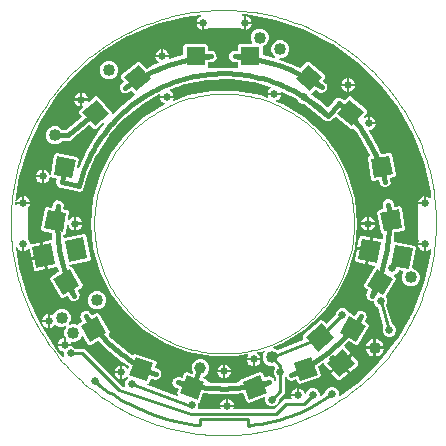
<source format=gtl>
G04 EAGLE Gerber RS-274X export*
G75*
%MOMM*%
%FSLAX35Y35*%
%LPD*%
%INcopper_top*%
%IPPOS*%
%AMOC8*
5,1,8,0,0,1.08239X$1,22.5*%
G01*
%ADD10C,0.010000*%
%ADD11C,0.050000*%
%ADD12R,1.600000X1.800000*%
%ADD13R,1.600000X1.600000*%
%ADD14R,1.600000X1.600000*%
%ADD15C,1.016000*%
%ADD16C,1.000000*%
%ADD17C,0.406400*%
%ADD18C,0.508000*%
%ADD19C,0.254000*%
%ADD20C,0.650000*%
%ADD21C,0.304800*%

G36*
X-34401Y-1569863D02*
X-34401Y-1569863D01*
X-33629Y-1569812D01*
X-33303Y-1569666D01*
X-32952Y-1569603D01*
X-32288Y-1569210D01*
X-31581Y-1568894D01*
X-31326Y-1568643D01*
X-31018Y-1568462D01*
X-30531Y-1567862D01*
X-29980Y-1567320D01*
X-29828Y-1566997D01*
X-29603Y-1566719D01*
X-29355Y-1565987D01*
X-29027Y-1565288D01*
X-28997Y-1564932D01*
X-28882Y-1564593D01*
X-28904Y-1563820D01*
X-28840Y-1563050D01*
X-28938Y-1562659D01*
X-28947Y-1562349D01*
X-29123Y-1561912D01*
X-29295Y-1561220D01*
X-30675Y-1557890D01*
X-32294Y-1549749D01*
X22598Y-1549749D01*
X23243Y-1549633D01*
X23899Y-1549615D01*
X24340Y-1549437D01*
X24807Y-1549353D01*
X25042Y-1549214D01*
X25537Y-1549469D01*
X26080Y-1549551D01*
X26459Y-1549679D01*
X26858Y-1549668D01*
X27402Y-1549749D01*
X82294Y-1549749D01*
X80675Y-1557890D01*
X79295Y-1561220D01*
X79131Y-1561974D01*
X78882Y-1562707D01*
X78893Y-1563064D01*
X78816Y-1563413D01*
X78924Y-1564179D01*
X78947Y-1564951D01*
X79080Y-1565282D01*
X79130Y-1565636D01*
X79499Y-1566317D01*
X79788Y-1567032D01*
X80028Y-1567295D01*
X80198Y-1567611D01*
X80781Y-1568121D01*
X81301Y-1568691D01*
X81618Y-1568854D01*
X81887Y-1569090D01*
X82610Y-1569366D01*
X83296Y-1569719D01*
X83695Y-1569779D01*
X83985Y-1569889D01*
X84456Y-1569893D01*
X85161Y-1569999D01*
X423488Y-1569999D01*
X423902Y-1569925D01*
X424323Y-1569944D01*
X424999Y-1569728D01*
X425698Y-1569603D01*
X426059Y-1569389D01*
X426461Y-1569261D01*
X427190Y-1568722D01*
X427631Y-1568462D01*
X427764Y-1568298D01*
X427978Y-1568140D01*
X509218Y-1486899D01*
X568140Y-1486899D01*
X568409Y-1486851D01*
X568682Y-1486876D01*
X569508Y-1486654D01*
X570350Y-1486503D01*
X570585Y-1486364D01*
X570849Y-1486293D01*
X571546Y-1485797D01*
X572283Y-1485362D01*
X572456Y-1485149D01*
X572678Y-1484991D01*
X573158Y-1484284D01*
X573699Y-1483619D01*
X573787Y-1483360D01*
X573940Y-1483134D01*
X574144Y-1482305D01*
X574419Y-1481493D01*
X574412Y-1481220D01*
X574477Y-1480954D01*
X574379Y-1480104D01*
X574375Y-1479938D01*
X574383Y-1479834D01*
X574370Y-1479781D01*
X574355Y-1479249D01*
X574253Y-1478996D01*
X574222Y-1478724D01*
X573980Y-1478213D01*
X573928Y-1478004D01*
X569325Y-1466890D01*
X567706Y-1458749D01*
X622598Y-1458749D01*
X623243Y-1458633D01*
X623899Y-1458615D01*
X624340Y-1458437D01*
X624807Y-1458353D01*
X625372Y-1458019D01*
X625980Y-1457773D01*
X626331Y-1457453D01*
X626741Y-1457212D01*
X627155Y-1456702D01*
X627638Y-1456261D01*
X627856Y-1455839D01*
X628156Y-1455469D01*
X628367Y-1454847D01*
X628667Y-1454265D01*
X628737Y-1453798D01*
X629142Y-1453634D01*
X629609Y-1453550D01*
X630174Y-1453217D01*
X630782Y-1452971D01*
X631133Y-1452651D01*
X631543Y-1452409D01*
X631957Y-1451900D01*
X632441Y-1451458D01*
X632658Y-1451037D01*
X632958Y-1450667D01*
X633169Y-1450044D01*
X633469Y-1449463D01*
X633551Y-1448919D01*
X633679Y-1448541D01*
X633668Y-1448142D01*
X633749Y-1447598D01*
X633749Y-1392706D01*
X641890Y-1394325D01*
X652426Y-1398689D01*
X661909Y-1405026D01*
X669974Y-1413090D01*
X676311Y-1422574D01*
X680675Y-1433110D01*
X681020Y-1434843D01*
X681162Y-1435206D01*
X681217Y-1435592D01*
X681569Y-1436242D01*
X681840Y-1436933D01*
X682100Y-1437224D01*
X682285Y-1437566D01*
X682842Y-1438054D01*
X683336Y-1438607D01*
X683680Y-1438789D01*
X683973Y-1439045D01*
X684666Y-1439309D01*
X685321Y-1439655D01*
X685707Y-1439706D01*
X686071Y-1439845D01*
X686812Y-1439851D01*
X687547Y-1439948D01*
X687926Y-1439861D01*
X688316Y-1439864D01*
X689013Y-1439612D01*
X689735Y-1439447D01*
X690060Y-1439234D01*
X690427Y-1439101D01*
X690993Y-1438623D01*
X691613Y-1438216D01*
X691844Y-1437903D01*
X692141Y-1437651D01*
X692639Y-1436824D01*
X692944Y-1436409D01*
X692995Y-1436231D01*
X693113Y-1436035D01*
X700914Y-1417202D01*
X717202Y-1400914D01*
X738482Y-1392099D01*
X761518Y-1392099D01*
X782798Y-1400914D01*
X799086Y-1417202D01*
X807900Y-1438482D01*
X807900Y-1451192D01*
X807941Y-1451419D01*
X807917Y-1451649D01*
X808138Y-1452518D01*
X808297Y-1453401D01*
X808414Y-1453600D01*
X808472Y-1453824D01*
X808983Y-1454563D01*
X809438Y-1455335D01*
X809617Y-1455480D01*
X809749Y-1455670D01*
X810484Y-1456184D01*
X811181Y-1456750D01*
X811400Y-1456825D01*
X811588Y-1456957D01*
X812455Y-1457183D01*
X813307Y-1457471D01*
X813538Y-1457464D01*
X813761Y-1457523D01*
X814654Y-1457432D01*
X815551Y-1457407D01*
X815765Y-1457320D01*
X815994Y-1457297D01*
X817348Y-1456680D01*
X817632Y-1456565D01*
X817664Y-1456536D01*
X817711Y-1456515D01*
X852211Y-1434081D01*
X852994Y-1433345D01*
X853791Y-1432618D01*
X853813Y-1432576D01*
X853847Y-1432543D01*
X854329Y-1431573D01*
X854819Y-1430623D01*
X854827Y-1430573D01*
X854846Y-1430533D01*
X854879Y-1430225D01*
X855099Y-1428758D01*
X855099Y-1428482D01*
X863914Y-1407202D01*
X880202Y-1390914D01*
X901482Y-1382099D01*
X924518Y-1382099D01*
X945798Y-1390914D01*
X962086Y-1407202D01*
X970900Y-1428482D01*
X970900Y-1451517D01*
X969191Y-1455643D01*
X969087Y-1456122D01*
X968888Y-1456570D01*
X968849Y-1457210D01*
X968712Y-1457836D01*
X968781Y-1458322D01*
X968751Y-1458811D01*
X968937Y-1459425D01*
X969027Y-1460059D01*
X969260Y-1460490D01*
X969402Y-1460959D01*
X969790Y-1461470D01*
X970094Y-1462033D01*
X970463Y-1462357D01*
X970760Y-1462747D01*
X971301Y-1463090D01*
X971783Y-1463513D01*
X972241Y-1463688D01*
X972655Y-1463950D01*
X973282Y-1464084D01*
X973881Y-1464312D01*
X974371Y-1464317D01*
X974850Y-1464419D01*
X975485Y-1464326D01*
X976125Y-1464332D01*
X976586Y-1464165D01*
X977072Y-1464094D01*
X977772Y-1463737D01*
X978237Y-1463569D01*
X978443Y-1463394D01*
X978752Y-1463237D01*
X1127851Y-1356565D01*
X1128124Y-1356284D01*
X1128564Y-1355972D01*
X1314353Y-1176849D01*
X1314582Y-1176532D01*
X1314972Y-1176158D01*
X1472700Y-971893D01*
X1472882Y-971544D01*
X1473212Y-971120D01*
X1473908Y-969879D01*
X1473909Y-969878D01*
X1473909Y-969877D01*
X1477472Y-963529D01*
X1477472Y-963528D01*
X1481035Y-957180D01*
X1481036Y-957179D01*
X1481036Y-957178D01*
X1484598Y-950831D01*
X1484599Y-950830D01*
X1484599Y-950829D01*
X1488162Y-944481D01*
X1488163Y-944480D01*
X1488163Y-944479D01*
X1491725Y-938132D01*
X1491726Y-938131D01*
X1491726Y-938130D01*
X1495289Y-931783D01*
X1495289Y-931782D01*
X1495290Y-931781D01*
X1498852Y-925433D01*
X1498853Y-925432D01*
X1498853Y-925431D01*
X1502416Y-919084D01*
X1502416Y-919083D01*
X1502417Y-919082D01*
X1505979Y-912734D01*
X1505980Y-912733D01*
X1509543Y-906385D01*
X1509543Y-906384D01*
X1509543Y-906383D01*
X1513106Y-900036D01*
X1513107Y-900035D01*
X1513107Y-900034D01*
X1516669Y-893686D01*
X1516670Y-893685D01*
X1516670Y-893684D01*
X1520233Y-887337D01*
X1520233Y-887336D01*
X1520234Y-887335D01*
X1523796Y-880988D01*
X1523797Y-880987D01*
X1523797Y-880986D01*
X1527360Y-874638D01*
X1527360Y-874637D01*
X1527361Y-874636D01*
X1530923Y-868289D01*
X1530924Y-868288D01*
X1530924Y-868287D01*
X1534487Y-861939D01*
X1534487Y-861938D01*
X1534488Y-861938D01*
X1538050Y-855590D01*
X1538051Y-855589D01*
X1538051Y-855588D01*
X1541613Y-849241D01*
X1541614Y-849240D01*
X1541614Y-849238D01*
X1545177Y-842891D01*
X1545178Y-842890D01*
X1545178Y-842889D01*
X1548740Y-836542D01*
X1548741Y-836541D01*
X1548741Y-836540D01*
X1552303Y-830193D01*
X1552304Y-830192D01*
X1552305Y-830190D01*
X1555867Y-823843D01*
X1555868Y-823842D01*
X1555868Y-823841D01*
X1559430Y-817494D01*
X1559431Y-817493D01*
X1559432Y-817492D01*
X1562994Y-811144D01*
X1562995Y-811143D01*
X1562995Y-811142D01*
X1566557Y-804795D01*
X1566558Y-804794D01*
X1566558Y-804793D01*
X1570121Y-798446D01*
X1570122Y-798445D01*
X1570122Y-798443D01*
X1573684Y-792096D01*
X1573685Y-792095D01*
X1573685Y-792094D01*
X1577248Y-785747D01*
X1577248Y-785746D01*
X1577249Y-785745D01*
X1580811Y-779398D01*
X1580812Y-779397D01*
X1580812Y-779395D01*
X1584374Y-773048D01*
X1584375Y-773047D01*
X1584376Y-773046D01*
X1587938Y-766699D01*
X1587939Y-766698D01*
X1587939Y-766697D01*
X1591501Y-760350D01*
X1591502Y-760348D01*
X1591503Y-760347D01*
X1595064Y-754001D01*
X1595066Y-753999D01*
X1595066Y-753998D01*
X1598628Y-747651D01*
X1598629Y-747650D01*
X1598629Y-747648D01*
X1599518Y-746066D01*
X1599646Y-745696D01*
X1599911Y-745226D01*
X1692104Y-504180D01*
X1692177Y-503796D01*
X1692371Y-503293D01*
X1748484Y-251392D01*
X1748501Y-251000D01*
X1748619Y-250475D01*
X1750707Y-221951D01*
X1750603Y-220965D01*
X1750475Y-219728D01*
X1750473Y-219723D01*
X1750473Y-219719D01*
X1749982Y-218729D01*
X1749481Y-217715D01*
X1749478Y-217712D01*
X1749476Y-217707D01*
X1748587Y-216870D01*
X1747849Y-216173D01*
X1747845Y-216172D01*
X1747842Y-216168D01*
X1746717Y-215693D01*
X1745783Y-215297D01*
X1745778Y-215296D01*
X1745774Y-215294D01*
X1744614Y-215243D01*
X1743540Y-215193D01*
X1743535Y-215195D01*
X1743531Y-215195D01*
X1742398Y-215559D01*
X1741402Y-215878D01*
X1741398Y-215880D01*
X1741394Y-215882D01*
X1741353Y-215914D01*
X1739885Y-216998D01*
X1736909Y-219974D01*
X1727426Y-226311D01*
X1716890Y-230675D01*
X1708749Y-232294D01*
X1708749Y-177402D01*
X1708633Y-176757D01*
X1708615Y-176101D01*
X1708437Y-175660D01*
X1708353Y-175193D01*
X1708019Y-174628D01*
X1707773Y-174020D01*
X1707453Y-173669D01*
X1707212Y-173259D01*
X1706702Y-172845D01*
X1706261Y-172361D01*
X1705839Y-172144D01*
X1705469Y-171843D01*
X1704847Y-171633D01*
X1704265Y-171333D01*
X1703798Y-171263D01*
X1703634Y-170858D01*
X1703550Y-170390D01*
X1703217Y-169825D01*
X1702971Y-169217D01*
X1702651Y-168866D01*
X1702409Y-168457D01*
X1701900Y-168043D01*
X1701458Y-167559D01*
X1701037Y-167341D01*
X1700667Y-167041D01*
X1700044Y-166830D01*
X1699463Y-166530D01*
X1698919Y-166449D01*
X1698541Y-166320D01*
X1698142Y-166332D01*
X1697598Y-166250D01*
X1642706Y-166250D01*
X1644325Y-158110D01*
X1648689Y-147574D01*
X1651287Y-143686D01*
X1651300Y-143656D01*
X1651322Y-143633D01*
X1651742Y-142643D01*
X1652184Y-141628D01*
X1652186Y-141596D01*
X1652199Y-141567D01*
X1652249Y-140466D01*
X1652310Y-139387D01*
X1652300Y-139357D01*
X1652302Y-139324D01*
X1651966Y-138274D01*
X1651648Y-137242D01*
X1651628Y-137217D01*
X1651618Y-137186D01*
X1650497Y-135669D01*
X1642974Y-128146D01*
X1642974Y142896D01*
X1645385Y145307D01*
X1645693Y145749D01*
X1646077Y146127D01*
X1646329Y146664D01*
X1646667Y147150D01*
X1646802Y147671D01*
X1647031Y148159D01*
X1647080Y148750D01*
X1647228Y149324D01*
X1647172Y149860D01*
X1647217Y150396D01*
X1647045Y151087D01*
X1646997Y151557D01*
X1646859Y151835D01*
X1646762Y152227D01*
X1644325Y158110D01*
X1642706Y166250D01*
X1697598Y166250D01*
X1698243Y166366D01*
X1698899Y166385D01*
X1699340Y166563D01*
X1699807Y166647D01*
X1700372Y166980D01*
X1700980Y167226D01*
X1701331Y167546D01*
X1701741Y167788D01*
X1702155Y168298D01*
X1702638Y168739D01*
X1702856Y169161D01*
X1703156Y169530D01*
X1703367Y170153D01*
X1703667Y170734D01*
X1703737Y171202D01*
X1704142Y171365D01*
X1704609Y171449D01*
X1705174Y171783D01*
X1705782Y172028D01*
X1706133Y172348D01*
X1706543Y172590D01*
X1706957Y173100D01*
X1707441Y173541D01*
X1707658Y173963D01*
X1707958Y174333D01*
X1708169Y174955D01*
X1708469Y175537D01*
X1708551Y176080D01*
X1708679Y176459D01*
X1708668Y176858D01*
X1708749Y177402D01*
X1708749Y232294D01*
X1716890Y230675D01*
X1727426Y226311D01*
X1736909Y219974D01*
X1741050Y215833D01*
X1741348Y215626D01*
X1741478Y215484D01*
X1741767Y215335D01*
X1741945Y215211D01*
X1742884Y214556D01*
X1742889Y214554D01*
X1742893Y214552D01*
X1744034Y214258D01*
X1745057Y213992D01*
X1745061Y213993D01*
X1745066Y213991D01*
X1746276Y214117D01*
X1747290Y214220D01*
X1747294Y214222D01*
X1747299Y214223D01*
X1748348Y214740D01*
X1749305Y215211D01*
X1749308Y215214D01*
X1749312Y215216D01*
X1750093Y216044D01*
X1750848Y216841D01*
X1750850Y216845D01*
X1750853Y216848D01*
X1751279Y217852D01*
X1751728Y218906D01*
X1751729Y218910D01*
X1751731Y218915D01*
X1751733Y218965D01*
X1751773Y219492D01*
X1751803Y219581D01*
X1751797Y219805D01*
X1751872Y220787D01*
X1748619Y265225D01*
X1748522Y265604D01*
X1748484Y266142D01*
X1692371Y518043D01*
X1692219Y518405D01*
X1692104Y518930D01*
X1599911Y759977D01*
X1599709Y760312D01*
X1599518Y760816D01*
X1473212Y985870D01*
X1472963Y986172D01*
X1472700Y986643D01*
X1314972Y1190908D01*
X1314681Y1191172D01*
X1314353Y1191599D01*
X1128564Y1370722D01*
X1128238Y1370940D01*
X1127851Y1371315D01*
X917962Y1521478D01*
X917608Y1521646D01*
X917170Y1521961D01*
X687653Y1639964D01*
X687279Y1640078D01*
X686800Y1640326D01*
X442548Y1723654D01*
X442160Y1723713D01*
X441651Y1723888D01*
X187869Y1770764D01*
X187477Y1770766D01*
X186948Y1770865D01*
X155357Y1772020D01*
X154595Y1771912D01*
X153824Y1771890D01*
X153491Y1771755D01*
X153134Y1771704D01*
X152456Y1771337D01*
X151743Y1771048D01*
X151477Y1770807D01*
X151160Y1770635D01*
X150652Y1770054D01*
X150084Y1769536D01*
X149919Y1769216D01*
X149682Y1768945D01*
X149408Y1768224D01*
X149056Y1767540D01*
X148995Y1767138D01*
X148884Y1766847D01*
X148881Y1766376D01*
X148775Y1765675D01*
X148775Y1761311D01*
X148912Y1760550D01*
X148963Y1759778D01*
X149109Y1759452D01*
X149172Y1759101D01*
X149565Y1758436D01*
X149882Y1757729D01*
X150132Y1757475D01*
X150313Y1757168D01*
X150913Y1756680D01*
X151456Y1756129D01*
X151778Y1755978D01*
X152056Y1755752D01*
X152790Y1755503D01*
X153488Y1755176D01*
X153843Y1755147D01*
X154182Y1755032D01*
X154956Y1755054D01*
X155725Y1754990D01*
X156117Y1755087D01*
X156426Y1755096D01*
X156863Y1755273D01*
X157556Y1755445D01*
X158111Y1755675D01*
X166250Y1757294D01*
X166250Y1702402D01*
X166366Y1701757D01*
X166385Y1701101D01*
X166563Y1700660D01*
X166647Y1700193D01*
X166785Y1699958D01*
X166530Y1699463D01*
X166449Y1698919D01*
X166320Y1698541D01*
X166332Y1698142D01*
X166250Y1697598D01*
X166250Y1642706D01*
X158110Y1644325D01*
X147574Y1648689D01*
X138090Y1655026D01*
X138001Y1655115D01*
X137655Y1655355D01*
X137372Y1655666D01*
X136742Y1655990D01*
X136158Y1656397D01*
X135750Y1656502D01*
X135377Y1656694D01*
X134483Y1656828D01*
X133984Y1656957D01*
X133773Y1656935D01*
X133512Y1656974D01*
X-133512Y1656974D01*
X-133925Y1656900D01*
X-134346Y1656919D01*
X-135023Y1656703D01*
X-135721Y1656578D01*
X-136083Y1656364D01*
X-136484Y1656236D01*
X-137213Y1655697D01*
X-137654Y1655437D01*
X-137788Y1655273D01*
X-138001Y1655115D01*
X-138090Y1655026D01*
X-147574Y1648689D01*
X-158110Y1644325D01*
X-166250Y1642706D01*
X-166250Y1697598D01*
X-166366Y1698243D01*
X-166385Y1698899D01*
X-166563Y1699340D01*
X-166647Y1699807D01*
X-166980Y1700372D01*
X-167226Y1700980D01*
X-167546Y1701331D01*
X-167788Y1701741D01*
X-168298Y1702155D01*
X-168739Y1702638D01*
X-169161Y1702856D01*
X-169530Y1703156D01*
X-170153Y1703367D01*
X-170734Y1703667D01*
X-171202Y1703737D01*
X-171365Y1704142D01*
X-171449Y1704609D01*
X-171783Y1705174D01*
X-172028Y1705782D01*
X-172348Y1706133D01*
X-172590Y1706543D01*
X-173100Y1706957D01*
X-173541Y1707441D01*
X-173963Y1707658D01*
X-174333Y1707958D01*
X-174955Y1708169D01*
X-175537Y1708469D01*
X-176080Y1708551D01*
X-176459Y1708679D01*
X-176858Y1708668D01*
X-177402Y1708749D01*
X-232294Y1708749D01*
X-230675Y1716890D01*
X-226311Y1727426D01*
X-219974Y1736909D01*
X-211909Y1744974D01*
X-202425Y1751311D01*
X-195649Y1754118D01*
X-195453Y1754243D01*
X-195231Y1754309D01*
X-194514Y1754846D01*
X-193759Y1755330D01*
X-193620Y1755515D01*
X-193434Y1755654D01*
X-192948Y1756409D01*
X-192410Y1757124D01*
X-192343Y1757346D01*
X-192218Y1757541D01*
X-192025Y1758416D01*
X-191769Y1759275D01*
X-191784Y1759507D01*
X-191734Y1759733D01*
X-191858Y1760620D01*
X-191917Y1761515D01*
X-192012Y1761727D01*
X-192043Y1761957D01*
X-192468Y1762747D01*
X-192835Y1763564D01*
X-192997Y1763728D01*
X-193107Y1763933D01*
X-193782Y1764527D01*
X-194408Y1765165D01*
X-194618Y1765263D01*
X-194792Y1765417D01*
X-195631Y1765738D01*
X-196441Y1766118D01*
X-196671Y1766137D01*
X-196888Y1766221D01*
X-198372Y1766279D01*
X-198678Y1766305D01*
X-198724Y1766293D01*
X-198773Y1766295D01*
X-328408Y1752031D01*
X-328784Y1751920D01*
X-329320Y1751863D01*
X-579003Y1686587D01*
X-579359Y1686422D01*
X-579880Y1686288D01*
X-817398Y1585353D01*
X-817727Y1585138D01*
X-818223Y1584929D01*
X-1038513Y1450488D01*
X-1038807Y1450228D01*
X-1039268Y1449948D01*
X-1237636Y1284865D01*
X-1237888Y1284565D01*
X-1238303Y1284222D01*
X-1410522Y1092014D01*
X-1410728Y1091681D01*
X-1411088Y1091281D01*
X-1553486Y876047D01*
X-1553641Y875687D01*
X-1553939Y875238D01*
X-1663481Y641565D01*
X-1663582Y641187D01*
X-1663812Y640699D01*
X-1738163Y393566D01*
X-1738208Y393175D01*
X-1738257Y393016D01*
X-1738296Y392901D01*
X-1738296Y392888D01*
X-1738365Y392661D01*
X-1739263Y386554D01*
X-1739264Y386551D01*
X-1739264Y386548D01*
X-1740198Y380204D01*
X-1740199Y380202D01*
X-1740199Y380199D01*
X-1741133Y373854D01*
X-1741133Y373853D01*
X-1741133Y373850D01*
X-1742067Y367505D01*
X-1742068Y367503D01*
X-1742068Y367501D01*
X-1743001Y361157D01*
X-1743002Y361154D01*
X-1743002Y361151D01*
X-1743936Y354807D01*
X-1743937Y354804D01*
X-1743937Y354802D01*
X-1744870Y348457D01*
X-1744871Y348455D01*
X-1744871Y348453D01*
X-1745805Y342108D01*
X-1745805Y342106D01*
X-1745805Y342103D01*
X-1746739Y335758D01*
X-1746740Y335756D01*
X-1746740Y335754D01*
X-1747673Y329408D01*
X-1747674Y329407D01*
X-1747674Y329405D01*
X-1748608Y323060D01*
X-1748609Y323058D01*
X-1748609Y323054D01*
X-1749542Y316711D01*
X-1749543Y316708D01*
X-1749543Y316705D01*
X-1750477Y310361D01*
X-1750478Y310359D01*
X-1750478Y310357D01*
X-1751411Y304011D01*
X-1751412Y304009D01*
X-1751412Y304008D01*
X-1752346Y297662D01*
X-1752346Y297660D01*
X-1752346Y297658D01*
X-1753280Y291313D01*
X-1753281Y291311D01*
X-1753281Y291308D01*
X-1754214Y284964D01*
X-1754215Y284961D01*
X-1754215Y284958D01*
X-1755149Y278614D01*
X-1755150Y278612D01*
X-1755150Y278609D01*
X-1756083Y272264D01*
X-1756084Y272263D01*
X-1756084Y272260D01*
X-1757018Y265915D01*
X-1757018Y265913D01*
X-1757018Y265911D01*
X-1757952Y259567D01*
X-1757953Y259564D01*
X-1757953Y259561D01*
X-1758887Y253217D01*
X-1758888Y253214D01*
X-1758888Y253212D01*
X-1759821Y246868D01*
X-1759822Y246865D01*
X-1759822Y246863D01*
X-1760756Y240518D01*
X-1760756Y240516D01*
X-1760756Y240513D01*
X-1761690Y234168D01*
X-1761691Y234166D01*
X-1761691Y234164D01*
X-1762624Y227818D01*
X-1762625Y227817D01*
X-1762625Y227815D01*
X-1763559Y221470D01*
X-1763560Y221468D01*
X-1763560Y221464D01*
X-1764493Y215121D01*
X-1764494Y215118D01*
X-1764494Y215115D01*
X-1765428Y208771D01*
X-1765428Y208769D01*
X-1765428Y208766D01*
X-1766362Y202421D01*
X-1766363Y202419D01*
X-1766363Y202417D01*
X-1767196Y196756D01*
X-1767185Y196409D01*
X-1767259Y196068D01*
X-1767150Y195294D01*
X-1767125Y194512D01*
X-1766994Y194189D01*
X-1766945Y193845D01*
X-1766573Y193158D01*
X-1766278Y192433D01*
X-1766043Y192177D01*
X-1765877Y191871D01*
X-1765289Y191356D01*
X-1764760Y190779D01*
X-1764450Y190621D01*
X-1764188Y190392D01*
X-1763458Y190113D01*
X-1762762Y189757D01*
X-1762416Y189716D01*
X-1762091Y189592D01*
X-1761309Y189585D01*
X-1760532Y189494D01*
X-1760194Y189576D01*
X-1759846Y189573D01*
X-1759111Y189838D01*
X-1758351Y190023D01*
X-1758063Y190217D01*
X-1757735Y190336D01*
X-1757137Y190841D01*
X-1756489Y191278D01*
X-1756287Y191561D01*
X-1756021Y191786D01*
X-1755473Y192696D01*
X-1755182Y193103D01*
X-1755134Y193259D01*
X-1755048Y193402D01*
X-1751310Y202427D01*
X-1744974Y211909D01*
X-1736909Y219974D01*
X-1727426Y226311D01*
X-1716890Y230675D01*
X-1708749Y232294D01*
X-1708749Y183749D01*
X-1763627Y183749D01*
X-1763817Y183715D01*
X-1764009Y183738D01*
X-1764917Y183518D01*
X-1765836Y183353D01*
X-1766003Y183254D01*
X-1766191Y183209D01*
X-1766966Y182686D01*
X-1767770Y182212D01*
X-1767892Y182062D01*
X-1768052Y181953D01*
X-1768596Y181195D01*
X-1769185Y180469D01*
X-1769248Y180286D01*
X-1769360Y180129D01*
X-1769875Y178435D01*
X-1769906Y178343D01*
X-1769906Y178333D01*
X-1769908Y178324D01*
X-1770100Y177024D01*
X-1770101Y177022D01*
X-1770101Y177019D01*
X-1771034Y170675D01*
X-1771035Y170673D01*
X-1771035Y170670D01*
X-1771859Y165069D01*
X-1771860Y165068D01*
X-1771860Y165066D01*
X-1771862Y165049D01*
X-1771828Y163960D01*
X-1771795Y162824D01*
X-1771792Y162815D01*
X-1771792Y162805D01*
X-1771359Y161745D01*
X-1770954Y160743D01*
X-1770948Y160736D01*
X-1770944Y160727D01*
X-1770178Y159892D01*
X-1769441Y159084D01*
X-1769433Y159080D01*
X-1769426Y159073D01*
X-1768412Y158553D01*
X-1767446Y158056D01*
X-1767436Y158054D01*
X-1767428Y158050D01*
X-1767338Y158039D01*
X-1765581Y157775D01*
X-1763345Y157775D01*
X-1763195Y157802D01*
X-1763045Y157783D01*
X-1762096Y158000D01*
X-1761136Y158172D01*
X-1761005Y158249D01*
X-1760856Y158283D01*
X-1760039Y158819D01*
X-1759202Y159313D01*
X-1759107Y159431D01*
X-1758979Y159514D01*
X-1758400Y160300D01*
X-1757787Y161056D01*
X-1757738Y161200D01*
X-1757648Y161322D01*
X-1757380Y162256D01*
X-1757066Y163182D01*
X-1757070Y163334D01*
X-1757028Y163480D01*
X-1757118Y165364D01*
X-1757294Y166250D01*
X-1702402Y166250D01*
X-1701757Y166366D01*
X-1701101Y166385D01*
X-1700660Y166563D01*
X-1700193Y166647D01*
X-1699958Y166785D01*
X-1699463Y166530D01*
X-1698919Y166449D01*
X-1698541Y166320D01*
X-1698142Y166332D01*
X-1697598Y166250D01*
X-1642706Y166250D01*
X-1644325Y158110D01*
X-1648689Y147574D01*
X-1655154Y137898D01*
X-1655523Y137052D01*
X-1655944Y136236D01*
X-1655978Y136010D01*
X-1656052Y135840D01*
X-1656081Y135328D01*
X-1656224Y134370D01*
X-1656224Y-128197D01*
X-1656481Y-128567D01*
X-1656932Y-129044D01*
X-1657118Y-129482D01*
X-1657389Y-129872D01*
X-1657553Y-130507D01*
X-1657809Y-131111D01*
X-1657831Y-131586D01*
X-1657949Y-132045D01*
X-1657882Y-132697D01*
X-1657912Y-133353D01*
X-1657767Y-133806D01*
X-1657718Y-134278D01*
X-1657428Y-134866D01*
X-1657228Y-135491D01*
X-1656901Y-135934D01*
X-1656725Y-136291D01*
X-1656435Y-136565D01*
X-1656108Y-137008D01*
X-1655026Y-138090D01*
X-1648689Y-147574D01*
X-1644325Y-158110D01*
X-1642099Y-169298D01*
X-1642099Y-169462D01*
X-1641929Y-170412D01*
X-1641807Y-171368D01*
X-1641731Y-171511D01*
X-1641703Y-171671D01*
X-1641213Y-172502D01*
X-1640765Y-173356D01*
X-1640644Y-173465D01*
X-1640562Y-173605D01*
X-1639814Y-174212D01*
X-1639097Y-174858D01*
X-1638945Y-174918D01*
X-1638819Y-175020D01*
X-1637904Y-175330D01*
X-1637010Y-175685D01*
X-1636848Y-175688D01*
X-1636693Y-175741D01*
X-1635727Y-175713D01*
X-1634765Y-175734D01*
X-1634595Y-175681D01*
X-1634449Y-175677D01*
X-1633985Y-175489D01*
X-1632966Y-175168D01*
X-1631259Y-174336D01*
X-1561912Y-160856D01*
X-1542316Y-261671D01*
X-1633314Y-279359D01*
X-1645546Y-216430D01*
X-1645649Y-216165D01*
X-1645678Y-215882D01*
X-1646053Y-215124D01*
X-1646358Y-214337D01*
X-1646547Y-214124D01*
X-1646673Y-213869D01*
X-1647286Y-213290D01*
X-1647846Y-212657D01*
X-1648098Y-212523D01*
X-1648305Y-212328D01*
X-1649081Y-211998D01*
X-1649827Y-211600D01*
X-1650109Y-211562D01*
X-1650371Y-211451D01*
X-1651215Y-211412D01*
X-1652051Y-211298D01*
X-1652328Y-211361D01*
X-1652614Y-211348D01*
X-1653419Y-211605D01*
X-1654242Y-211790D01*
X-1654481Y-211945D01*
X-1654752Y-212032D01*
X-1655754Y-212772D01*
X-1656124Y-213013D01*
X-1656179Y-213086D01*
X-1656269Y-213152D01*
X-1663090Y-219974D01*
X-1672574Y-226311D01*
X-1683110Y-230675D01*
X-1691250Y-232294D01*
X-1691250Y-177402D01*
X-1691366Y-176757D01*
X-1691385Y-176101D01*
X-1691563Y-175660D01*
X-1691647Y-175193D01*
X-1691980Y-174628D01*
X-1692226Y-174020D01*
X-1692546Y-173669D01*
X-1692788Y-173259D01*
X-1693298Y-172845D01*
X-1693739Y-172361D01*
X-1694161Y-172144D01*
X-1694530Y-171843D01*
X-1695153Y-171633D01*
X-1695734Y-171333D01*
X-1696278Y-171251D01*
X-1696656Y-171123D01*
X-1697055Y-171134D01*
X-1697599Y-171053D01*
X-1702400Y-171053D01*
X-1703045Y-171168D01*
X-1703701Y-171187D01*
X-1704142Y-171365D01*
X-1704609Y-171449D01*
X-1705174Y-171783D01*
X-1705782Y-172028D01*
X-1706133Y-172348D01*
X-1706543Y-172590D01*
X-1706957Y-173100D01*
X-1707441Y-173541D01*
X-1707658Y-173963D01*
X-1707958Y-174333D01*
X-1708169Y-174955D01*
X-1708469Y-175537D01*
X-1708551Y-176080D01*
X-1708679Y-176459D01*
X-1708668Y-176858D01*
X-1708749Y-177402D01*
X-1708749Y-232294D01*
X-1716890Y-230675D01*
X-1727426Y-226311D01*
X-1736909Y-219974D01*
X-1744974Y-211909D01*
X-1751311Y-202425D01*
X-1751682Y-201531D01*
X-1751869Y-201238D01*
X-1751980Y-200908D01*
X-1752473Y-200298D01*
X-1752894Y-199641D01*
X-1753171Y-199432D01*
X-1753390Y-199161D01*
X-1754063Y-198761D01*
X-1754688Y-198292D01*
X-1755021Y-198192D01*
X-1755320Y-198014D01*
X-1756090Y-197874D01*
X-1756839Y-197651D01*
X-1757186Y-197673D01*
X-1757529Y-197611D01*
X-1758299Y-197747D01*
X-1759079Y-197798D01*
X-1759397Y-197941D01*
X-1759739Y-198001D01*
X-1760414Y-198397D01*
X-1761128Y-198717D01*
X-1761376Y-198961D01*
X-1761676Y-199137D01*
X-1762170Y-199741D01*
X-1762729Y-200290D01*
X-1762877Y-200606D01*
X-1763097Y-200875D01*
X-1763350Y-201614D01*
X-1763682Y-202323D01*
X-1763711Y-202669D01*
X-1763824Y-202999D01*
X-1763827Y-204060D01*
X-1763868Y-204560D01*
X-1763829Y-204720D01*
X-1763829Y-204885D01*
X-1738365Y-377912D01*
X-1738241Y-378282D01*
X-1738163Y-378817D01*
X-1663812Y-625949D01*
X-1663634Y-626299D01*
X-1663481Y-626815D01*
X-1553939Y-860488D01*
X-1553713Y-860808D01*
X-1553486Y-861297D01*
X-1411088Y-1076531D01*
X-1410818Y-1076814D01*
X-1410522Y-1077264D01*
X-1363884Y-1129315D01*
X-1363840Y-1129350D01*
X-1363809Y-1129397D01*
X-1362956Y-1130039D01*
X-1362114Y-1130696D01*
X-1362061Y-1130713D01*
X-1362016Y-1130747D01*
X-1360992Y-1131051D01*
X-1359975Y-1131374D01*
X-1359918Y-1131371D01*
X-1359864Y-1131388D01*
X-1358798Y-1131317D01*
X-1357732Y-1131266D01*
X-1357680Y-1131243D01*
X-1357624Y-1131240D01*
X-1356649Y-1130803D01*
X-1355668Y-1130383D01*
X-1355628Y-1130345D01*
X-1355576Y-1130322D01*
X-1354807Y-1129566D01*
X-1354040Y-1128838D01*
X-1354015Y-1128788D01*
X-1353974Y-1128748D01*
X-1353520Y-1127780D01*
X-1353051Y-1126823D01*
X-1353045Y-1126766D01*
X-1353021Y-1126716D01*
X-1352933Y-1125664D01*
X-1352825Y-1124589D01*
X-1352839Y-1124534D01*
X-1352835Y-1124478D01*
X-1353290Y-1122648D01*
X-1357900Y-1111517D01*
X-1357900Y-1087674D01*
X-1357906Y-1087642D01*
X-1357901Y-1087610D01*
X-1358104Y-1086538D01*
X-1358297Y-1085464D01*
X-1358314Y-1085437D01*
X-1358320Y-1085405D01*
X-1358878Y-1084480D01*
X-1359438Y-1083531D01*
X-1359463Y-1083511D01*
X-1359480Y-1083483D01*
X-1360326Y-1082809D01*
X-1361181Y-1082115D01*
X-1361212Y-1082105D01*
X-1361237Y-1082085D01*
X-1363011Y-1081446D01*
X-1366890Y-1080675D01*
X-1377426Y-1076311D01*
X-1386909Y-1069974D01*
X-1394974Y-1061909D01*
X-1401311Y-1052426D01*
X-1405675Y-1041890D01*
X-1407294Y-1033749D01*
X-1352402Y-1033749D01*
X-1351757Y-1033633D01*
X-1351101Y-1033615D01*
X-1350660Y-1033437D01*
X-1350193Y-1033353D01*
X-1349958Y-1033214D01*
X-1349463Y-1033469D01*
X-1348919Y-1033551D01*
X-1348541Y-1033679D01*
X-1348142Y-1033668D01*
X-1347598Y-1033749D01*
X-1292705Y-1033749D01*
X-1292902Y-1034737D01*
X-1292903Y-1034769D01*
X-1292914Y-1034799D01*
X-1292923Y-1035883D01*
X-1292944Y-1036982D01*
X-1292933Y-1037013D01*
X-1292933Y-1037044D01*
X-1292562Y-1038072D01*
X-1292202Y-1039100D01*
X-1292182Y-1039125D01*
X-1292171Y-1039156D01*
X-1291453Y-1040004D01*
X-1290769Y-1040828D01*
X-1290742Y-1040844D01*
X-1290721Y-1040869D01*
X-1289104Y-1041842D01*
X-1267202Y-1050914D01*
X-1258077Y-1060040D01*
X-1257731Y-1060280D01*
X-1257448Y-1060591D01*
X-1256818Y-1060915D01*
X-1256233Y-1061322D01*
X-1255825Y-1061427D01*
X-1255452Y-1061619D01*
X-1254558Y-1061753D01*
X-1254060Y-1061882D01*
X-1253849Y-1061860D01*
X-1253587Y-1061899D01*
X-1184218Y-1061899D01*
X-868129Y-1377988D01*
X-867862Y-1378175D01*
X-867830Y-1378209D01*
X-867759Y-1378246D01*
X-867673Y-1378305D01*
X-867282Y-1378700D01*
X-866666Y-1379007D01*
X-866286Y-1379270D01*
X-865973Y-1379351D01*
X-865593Y-1379540D01*
X-844446Y-1386377D01*
X-843813Y-1386463D01*
X-843201Y-1386645D01*
X-842709Y-1386613D01*
X-842222Y-1386679D01*
X-841599Y-1386539D01*
X-840961Y-1386497D01*
X-840512Y-1386296D01*
X-840031Y-1386188D01*
X-839495Y-1385840D01*
X-838913Y-1385579D01*
X-838562Y-1385234D01*
X-838148Y-1384966D01*
X-837767Y-1384453D01*
X-837312Y-1384005D01*
X-837102Y-1383559D01*
X-836808Y-1383164D01*
X-836630Y-1382552D01*
X-836358Y-1381973D01*
X-836317Y-1381482D01*
X-836179Y-1381009D01*
X-836225Y-1380373D01*
X-836172Y-1379736D01*
X-836310Y-1379180D01*
X-836339Y-1378770D01*
X-836499Y-1378418D01*
X-836627Y-1377905D01*
X-838900Y-1372417D01*
X-838900Y-1349382D01*
X-830086Y-1328102D01*
X-814010Y-1312027D01*
X-813490Y-1311280D01*
X-812922Y-1310571D01*
X-812853Y-1310364D01*
X-812728Y-1310184D01*
X-812501Y-1309301D01*
X-812215Y-1308440D01*
X-812223Y-1308223D01*
X-812168Y-1308010D01*
X-812262Y-1307103D01*
X-812293Y-1306197D01*
X-812377Y-1305995D01*
X-812399Y-1305777D01*
X-812802Y-1304960D01*
X-813148Y-1304121D01*
X-813296Y-1303961D01*
X-813393Y-1303764D01*
X-814055Y-1303139D01*
X-814671Y-1302472D01*
X-814883Y-1302356D01*
X-815025Y-1302223D01*
X-815498Y-1302022D01*
X-816328Y-1301571D01*
X-823788Y-1298856D01*
X-824183Y-1298787D01*
X-824551Y-1298631D01*
X-825279Y-1298598D01*
X-825999Y-1298473D01*
X-826393Y-1298546D01*
X-826793Y-1298528D01*
X-827488Y-1298750D01*
X-828207Y-1298884D01*
X-828550Y-1299090D01*
X-828932Y-1299212D01*
X-829692Y-1299773D01*
X-830133Y-1300037D01*
X-830254Y-1300188D01*
X-830449Y-1300333D01*
X-833090Y-1302974D01*
X-842574Y-1309311D01*
X-853110Y-1313675D01*
X-861250Y-1315294D01*
X-861250Y-1260402D01*
X-861366Y-1259757D01*
X-861385Y-1259101D01*
X-861563Y-1258660D01*
X-861647Y-1258193D01*
X-861785Y-1257958D01*
X-861530Y-1257463D01*
X-861449Y-1256919D01*
X-861320Y-1256541D01*
X-861332Y-1256142D01*
X-861250Y-1255598D01*
X-861250Y-1200706D01*
X-853110Y-1202325D01*
X-842574Y-1206689D01*
X-833090Y-1213026D01*
X-825026Y-1221090D01*
X-821978Y-1225653D01*
X-821693Y-1225948D01*
X-821483Y-1226298D01*
X-820920Y-1226750D01*
X-820420Y-1227269D01*
X-820052Y-1227446D01*
X-819732Y-1227703D01*
X-819046Y-1227930D01*
X-818397Y-1228243D01*
X-817989Y-1228281D01*
X-817601Y-1228410D01*
X-816880Y-1228384D01*
X-816162Y-1228452D01*
X-815767Y-1228346D01*
X-815358Y-1228331D01*
X-814690Y-1228057D01*
X-813994Y-1227870D01*
X-813660Y-1227633D01*
X-813282Y-1227477D01*
X-812752Y-1226987D01*
X-812164Y-1226570D01*
X-811934Y-1226232D01*
X-811633Y-1225954D01*
X-811189Y-1225137D01*
X-810901Y-1224714D01*
X-810852Y-1224518D01*
X-810732Y-1224297D01*
X-805903Y-1211032D01*
X-805902Y-1211025D01*
X-805899Y-1211020D01*
X-805745Y-1210117D01*
X-805521Y-1208820D01*
X-805522Y-1208813D01*
X-805521Y-1208807D01*
X-805717Y-1207763D01*
X-805932Y-1206613D01*
X-805935Y-1206608D01*
X-805936Y-1206601D01*
X-806521Y-1205628D01*
X-807085Y-1204687D01*
X-807090Y-1204683D01*
X-807093Y-1204677D01*
X-808533Y-1203458D01*
X-861345Y-1170828D01*
X-1015940Y-1042437D01*
X-1058996Y-995102D01*
X-1059868Y-994432D01*
X-1060731Y-993758D01*
X-1060756Y-993751D01*
X-1060777Y-993734D01*
X-1061812Y-993415D01*
X-1062870Y-993078D01*
X-1062897Y-993080D01*
X-1062922Y-993072D01*
X-1063996Y-993132D01*
X-1065113Y-993186D01*
X-1065139Y-993196D01*
X-1065163Y-993198D01*
X-1065346Y-993278D01*
X-1066868Y-993876D01*
X-1130693Y-1030725D01*
X-1151018Y-1025279D01*
X-1192932Y-952683D01*
X-1193241Y-952317D01*
X-1193468Y-951897D01*
X-1193959Y-951468D01*
X-1194380Y-950968D01*
X-1194797Y-950733D01*
X-1195157Y-950418D01*
X-1195765Y-950186D01*
X-1196335Y-949864D01*
X-1196808Y-949788D01*
X-1197254Y-949618D01*
X-1197907Y-949613D01*
X-1198552Y-949510D01*
X-1199021Y-949603D01*
X-1199499Y-949599D01*
X-1200113Y-949821D01*
X-1200753Y-949948D01*
X-1201161Y-950199D01*
X-1201610Y-950362D01*
X-1202109Y-950784D01*
X-1202665Y-951126D01*
X-1202959Y-951503D01*
X-1203324Y-951812D01*
X-1203740Y-952503D01*
X-1204047Y-952895D01*
X-1204125Y-953143D01*
X-1204297Y-953428D01*
X-1210401Y-968164D01*
X-1231836Y-989600D01*
X-1259842Y-1001200D01*
X-1287963Y-1001200D01*
X-1288112Y-1001227D01*
X-1288263Y-1001208D01*
X-1289213Y-1001425D01*
X-1290172Y-1001597D01*
X-1290302Y-1001674D01*
X-1290451Y-1001708D01*
X-1291268Y-1002244D01*
X-1292105Y-1002738D01*
X-1292201Y-1002856D01*
X-1292328Y-1002939D01*
X-1292906Y-1003724D01*
X-1293521Y-1004481D01*
X-1293570Y-1004624D01*
X-1293660Y-1004747D01*
X-1293928Y-1005683D01*
X-1294242Y-1006607D01*
X-1294237Y-1006758D01*
X-1294279Y-1006904D01*
X-1294190Y-1008788D01*
X-1292706Y-1016250D01*
X-1341250Y-1016250D01*
X-1341250Y-965442D01*
X-1341303Y-965144D01*
X-1341278Y-964843D01*
X-1341564Y-963694D01*
X-1341647Y-963233D01*
X-1341702Y-963140D01*
X-1341733Y-963013D01*
X-1351200Y-940158D01*
X-1351200Y-909842D01*
X-1339600Y-881836D01*
X-1338236Y-880473D01*
X-1337661Y-879646D01*
X-1337057Y-878843D01*
X-1337023Y-878728D01*
X-1336954Y-878630D01*
X-1336703Y-877656D01*
X-1336416Y-876691D01*
X-1336423Y-876571D01*
X-1336394Y-876456D01*
X-1336497Y-875457D01*
X-1336563Y-874451D01*
X-1336613Y-874342D01*
X-1336625Y-874223D01*
X-1337070Y-873320D01*
X-1337482Y-872403D01*
X-1337565Y-872317D01*
X-1337618Y-872210D01*
X-1338349Y-871519D01*
X-1339055Y-870801D01*
X-1339164Y-870750D01*
X-1339250Y-870668D01*
X-1340177Y-870275D01*
X-1341088Y-869848D01*
X-1341206Y-869838D01*
X-1341317Y-869791D01*
X-1342326Y-869745D01*
X-1343325Y-869662D01*
X-1343452Y-869693D01*
X-1343559Y-869688D01*
X-1344006Y-869831D01*
X-1345155Y-870117D01*
X-1359842Y-876200D01*
X-1390158Y-876200D01*
X-1418164Y-864600D01*
X-1427156Y-855607D01*
X-1427281Y-855521D01*
X-1427373Y-855400D01*
X-1428199Y-854882D01*
X-1428999Y-854326D01*
X-1429146Y-854288D01*
X-1429275Y-854207D01*
X-1430227Y-854009D01*
X-1431173Y-853765D01*
X-1431325Y-853781D01*
X-1431473Y-853750D01*
X-1432433Y-853896D01*
X-1433406Y-853996D01*
X-1433542Y-854063D01*
X-1433692Y-854086D01*
X-1434546Y-854559D01*
X-1435418Y-854990D01*
X-1435523Y-855100D01*
X-1435656Y-855174D01*
X-1436925Y-856569D01*
X-1440226Y-861510D01*
X-1448290Y-869574D01*
X-1457774Y-875911D01*
X-1468310Y-880275D01*
X-1476450Y-881894D01*
X-1476450Y-827002D01*
X-1476566Y-826357D01*
X-1476585Y-825701D01*
X-1476763Y-825260D01*
X-1476847Y-824793D01*
X-1476985Y-824558D01*
X-1476730Y-824063D01*
X-1476649Y-823519D01*
X-1476520Y-823141D01*
X-1476532Y-822742D01*
X-1476450Y-822198D01*
X-1476450Y-767306D01*
X-1468310Y-768925D01*
X-1457774Y-773289D01*
X-1455310Y-774936D01*
X-1455170Y-774997D01*
X-1455056Y-775096D01*
X-1454148Y-775442D01*
X-1453252Y-775833D01*
X-1453100Y-775842D01*
X-1452958Y-775896D01*
X-1451984Y-775904D01*
X-1451011Y-775958D01*
X-1450866Y-775914D01*
X-1450714Y-775915D01*
X-1449795Y-775583D01*
X-1448866Y-775296D01*
X-1448746Y-775204D01*
X-1448603Y-775152D01*
X-1447857Y-774521D01*
X-1447085Y-773929D01*
X-1447005Y-773800D01*
X-1446889Y-773702D01*
X-1445916Y-772086D01*
X-1439600Y-756836D01*
X-1418164Y-735400D01*
X-1390158Y-723799D01*
X-1359842Y-723799D01*
X-1331836Y-735400D01*
X-1310400Y-756836D01*
X-1298799Y-784842D01*
X-1298799Y-815158D01*
X-1310400Y-843163D01*
X-1311764Y-844527D01*
X-1312338Y-845353D01*
X-1312943Y-846157D01*
X-1312977Y-846272D01*
X-1313046Y-846370D01*
X-1313297Y-847344D01*
X-1313584Y-848309D01*
X-1313576Y-848428D01*
X-1313606Y-848544D01*
X-1313502Y-849548D01*
X-1313436Y-850549D01*
X-1313387Y-850658D01*
X-1313375Y-850777D01*
X-1312929Y-851679D01*
X-1312518Y-852597D01*
X-1312434Y-852683D01*
X-1312381Y-852790D01*
X-1311650Y-853480D01*
X-1310945Y-854198D01*
X-1310836Y-854249D01*
X-1310749Y-854331D01*
X-1309823Y-854725D01*
X-1308912Y-855152D01*
X-1308793Y-855162D01*
X-1308683Y-855208D01*
X-1307674Y-855255D01*
X-1306675Y-855338D01*
X-1306548Y-855307D01*
X-1306440Y-855312D01*
X-1305994Y-855169D01*
X-1304845Y-854883D01*
X-1290158Y-848799D01*
X-1259842Y-848799D01*
X-1245308Y-854820D01*
X-1244272Y-855046D01*
X-1243230Y-855294D01*
X-1243172Y-855287D01*
X-1243114Y-855299D01*
X-1242065Y-855151D01*
X-1241002Y-855020D01*
X-1240949Y-854993D01*
X-1240892Y-854985D01*
X-1239962Y-854482D01*
X-1239008Y-853988D01*
X-1238968Y-853944D01*
X-1238917Y-853917D01*
X-1238222Y-853123D01*
X-1237498Y-852327D01*
X-1237473Y-852268D01*
X-1237438Y-852228D01*
X-1237316Y-851909D01*
X-1236745Y-850597D01*
X-1236093Y-848167D01*
X-1204092Y-829691D01*
X-1203559Y-829241D01*
X-1202969Y-828867D01*
X-1202707Y-828521D01*
X-1202377Y-828242D01*
X-1202033Y-827635D01*
X-1201611Y-827079D01*
X-1201486Y-826665D01*
X-1201273Y-826288D01*
X-1201162Y-825598D01*
X-1200960Y-824931D01*
X-1200987Y-824498D01*
X-1200918Y-824071D01*
X-1201055Y-823386D01*
X-1201097Y-822690D01*
X-1201285Y-822231D01*
X-1201357Y-821869D01*
X-1201581Y-821505D01*
X-1201810Y-820944D01*
X-1208466Y-809764D01*
X-1208582Y-809631D01*
X-1208676Y-809435D01*
X-1218549Y-794957D01*
X-1218575Y-794536D01*
X-1218567Y-793631D01*
X-1218644Y-793417D01*
X-1218658Y-793192D01*
X-1219021Y-792303D01*
X-1214711Y-775313D01*
X-1214699Y-775138D01*
X-1214627Y-774932D01*
X-1211370Y-757711D01*
X-1211087Y-757391D01*
X-1210445Y-756761D01*
X-1210349Y-756557D01*
X-1210198Y-756387D01*
X-1209827Y-755501D01*
X-1194767Y-746535D01*
X-1194633Y-746420D01*
X-1194437Y-746325D01*
X-1179957Y-736451D01*
X-1179536Y-736425D01*
X-1178631Y-736433D01*
X-1178417Y-736356D01*
X-1178192Y-736342D01*
X-1177303Y-735979D01*
X-1160313Y-740288D01*
X-1160138Y-740301D01*
X-1159932Y-740373D01*
X-1142711Y-743630D01*
X-1142391Y-743913D01*
X-1141761Y-744555D01*
X-1141557Y-744651D01*
X-1141387Y-744801D01*
X-1140501Y-745173D01*
X-1131832Y-759736D01*
X-1131655Y-759940D01*
X-1131493Y-760246D01*
X-1120663Y-774995D01*
X-1120439Y-775208D01*
X-1120277Y-775471D01*
X-1119630Y-775976D01*
X-1119035Y-776541D01*
X-1118752Y-776662D01*
X-1118508Y-776853D01*
X-1117725Y-777101D01*
X-1116972Y-777424D01*
X-1116663Y-777439D01*
X-1116368Y-777533D01*
X-1115547Y-777493D01*
X-1114729Y-777533D01*
X-1114436Y-777440D01*
X-1114126Y-777425D01*
X-1113039Y-776998D01*
X-1112589Y-776856D01*
X-1112500Y-776786D01*
X-1112371Y-776735D01*
X-1079307Y-757646D01*
X-1058981Y-763092D01*
X-968460Y-919878D01*
X-974451Y-942235D01*
X-974485Y-942296D01*
X-974514Y-942472D01*
X-974531Y-942536D01*
X-974617Y-942714D01*
X-974701Y-943616D01*
X-974848Y-944511D01*
X-974805Y-944729D01*
X-974826Y-944950D01*
X-974591Y-945825D01*
X-974417Y-946715D01*
X-974301Y-946904D01*
X-974244Y-947118D01*
X-973383Y-948406D01*
X-973246Y-948630D01*
X-973219Y-948651D01*
X-973196Y-948686D01*
X-950640Y-973483D01*
X-950341Y-973713D01*
X-950000Y-974095D01*
X-806275Y-1093460D01*
X-805948Y-1093645D01*
X-805556Y-1093977D01*
X-777693Y-1111192D01*
X-777528Y-1111257D01*
X-777391Y-1111368D01*
X-776489Y-1111667D01*
X-775605Y-1112016D01*
X-775428Y-1112019D01*
X-775260Y-1112075D01*
X-774311Y-1112042D01*
X-773361Y-1112061D01*
X-773193Y-1112003D01*
X-773017Y-1111997D01*
X-772138Y-1111635D01*
X-771241Y-1111323D01*
X-771104Y-1111210D01*
X-770941Y-1111143D01*
X-770693Y-1110914D01*
X-750142Y-1101331D01*
X-580018Y-1163252D01*
X-571125Y-1182322D01*
X-583481Y-1216269D01*
X-583539Y-1216606D01*
X-583678Y-1216917D01*
X-583729Y-1217703D01*
X-583864Y-1218481D01*
X-583801Y-1218818D01*
X-583823Y-1219157D01*
X-583598Y-1219911D01*
X-583453Y-1220688D01*
X-583277Y-1220982D01*
X-583180Y-1221308D01*
X-582705Y-1221937D01*
X-582299Y-1222614D01*
X-582033Y-1222828D01*
X-581828Y-1223100D01*
X-580938Y-1223706D01*
X-580548Y-1224019D01*
X-580413Y-1224063D01*
X-580269Y-1224162D01*
X-562868Y-1232540D01*
X-562592Y-1232617D01*
X-562267Y-1232792D01*
X-546578Y-1238448D01*
X-546165Y-1238956D01*
X-545632Y-1239708D01*
X-545461Y-1239825D01*
X-545332Y-1239984D01*
X-544329Y-1240617D01*
X-538042Y-1256751D01*
X-537942Y-1256915D01*
X-537872Y-1257147D01*
X-530520Y-1272787D01*
X-530588Y-1273438D01*
X-530743Y-1274348D01*
X-530705Y-1274550D01*
X-530726Y-1274754D01*
X-530464Y-1275910D01*
X-537428Y-1291766D01*
X-537473Y-1291953D01*
X-537588Y-1292166D01*
X-543448Y-1308422D01*
X-543956Y-1308835D01*
X-544708Y-1309368D01*
X-544825Y-1309539D01*
X-544984Y-1309668D01*
X-545617Y-1310671D01*
X-561751Y-1316958D01*
X-561915Y-1317058D01*
X-562147Y-1317128D01*
X-577787Y-1324479D01*
X-578438Y-1324411D01*
X-579348Y-1324257D01*
X-579550Y-1324295D01*
X-579754Y-1324274D01*
X-580910Y-1324535D01*
X-596766Y-1317572D01*
X-596954Y-1317526D01*
X-597166Y-1317412D01*
X-611657Y-1312188D01*
X-612294Y-1312080D01*
X-612907Y-1311877D01*
X-613391Y-1311894D01*
X-613870Y-1311813D01*
X-614504Y-1311933D01*
X-615150Y-1311955D01*
X-615599Y-1312140D01*
X-616075Y-1312230D01*
X-616628Y-1312564D01*
X-617226Y-1312810D01*
X-617582Y-1313139D01*
X-617998Y-1313389D01*
X-618401Y-1313895D01*
X-618875Y-1314333D01*
X-619144Y-1314828D01*
X-619397Y-1315145D01*
X-619519Y-1315517D01*
X-619776Y-1315990D01*
X-633045Y-1352447D01*
X-646047Y-1358509D01*
X-646763Y-1359014D01*
X-647517Y-1359461D01*
X-647676Y-1359658D01*
X-647881Y-1359803D01*
X-648377Y-1360524D01*
X-648928Y-1361207D01*
X-649009Y-1361446D01*
X-649151Y-1361653D01*
X-649365Y-1362504D01*
X-649644Y-1363334D01*
X-649636Y-1363586D01*
X-649698Y-1363831D01*
X-649602Y-1364703D01*
X-649575Y-1365578D01*
X-649480Y-1365812D01*
X-649453Y-1366062D01*
X-649059Y-1366846D01*
X-648729Y-1367658D01*
X-648559Y-1367843D01*
X-648446Y-1368069D01*
X-647805Y-1368667D01*
X-647213Y-1369313D01*
X-646967Y-1369448D01*
X-646804Y-1369600D01*
X-646333Y-1369796D01*
X-645559Y-1370221D01*
X-400120Y-1460698D01*
X-399231Y-1460855D01*
X-398356Y-1461075D01*
X-398131Y-1461050D01*
X-397909Y-1461090D01*
X-397020Y-1460928D01*
X-396125Y-1460829D01*
X-395923Y-1460728D01*
X-395701Y-1460688D01*
X-394923Y-1460227D01*
X-394118Y-1459823D01*
X-393964Y-1459658D01*
X-393770Y-1459543D01*
X-393201Y-1458839D01*
X-392587Y-1458181D01*
X-392500Y-1457973D01*
X-392358Y-1457797D01*
X-392070Y-1456941D01*
X-391723Y-1456109D01*
X-391714Y-1455883D01*
X-391643Y-1455669D01*
X-391670Y-1454768D01*
X-391635Y-1453866D01*
X-391705Y-1453627D01*
X-391712Y-1453425D01*
X-391906Y-1452947D01*
X-392169Y-1452057D01*
X-398874Y-1437678D01*
X-385841Y-1401869D01*
X-385728Y-1401213D01*
X-385520Y-1400582D01*
X-385538Y-1400117D01*
X-385458Y-1399658D01*
X-385580Y-1399003D01*
X-385606Y-1398338D01*
X-385784Y-1397909D01*
X-385869Y-1397450D01*
X-386212Y-1396878D01*
X-386467Y-1396265D01*
X-386783Y-1395924D01*
X-387023Y-1395524D01*
X-387543Y-1395108D01*
X-387995Y-1394621D01*
X-388468Y-1394366D01*
X-388774Y-1394120D01*
X-389159Y-1393992D01*
X-389655Y-1393725D01*
X-403710Y-1388658D01*
X-403915Y-1388623D01*
X-404153Y-1388516D01*
X-420598Y-1383916D01*
X-421177Y-1383294D01*
X-421774Y-1382571D01*
X-421937Y-1382477D01*
X-422065Y-1382339D01*
X-423275Y-1381686D01*
X-430565Y-1366176D01*
X-430686Y-1366007D01*
X-430778Y-1365763D01*
X-439154Y-1350881D01*
X-439123Y-1350034D01*
X-439034Y-1349099D01*
X-439083Y-1348918D01*
X-439076Y-1348730D01*
X-439470Y-1347412D01*
X-434584Y-1333859D01*
X-433658Y-1331291D01*
X-433624Y-1331086D01*
X-433517Y-1330848D01*
X-428916Y-1314401D01*
X-428294Y-1313823D01*
X-427571Y-1313226D01*
X-427477Y-1313063D01*
X-427339Y-1312935D01*
X-426686Y-1311725D01*
X-411176Y-1304434D01*
X-411007Y-1304314D01*
X-410763Y-1304221D01*
X-395881Y-1295845D01*
X-395034Y-1295876D01*
X-394099Y-1295965D01*
X-393918Y-1295917D01*
X-393730Y-1295924D01*
X-392412Y-1295530D01*
X-376869Y-1301133D01*
X-376573Y-1301183D01*
X-376212Y-1301331D01*
X-356954Y-1305999D01*
X-356650Y-1306018D01*
X-356362Y-1306113D01*
X-355539Y-1306085D01*
X-354714Y-1306134D01*
X-354422Y-1306046D01*
X-354118Y-1306035D01*
X-353356Y-1305721D01*
X-352566Y-1305481D01*
X-352323Y-1305297D01*
X-352042Y-1305181D01*
X-351437Y-1304622D01*
X-350780Y-1304121D01*
X-350617Y-1303863D01*
X-350393Y-1303657D01*
X-349830Y-1302622D01*
X-349578Y-1302225D01*
X-349556Y-1302118D01*
X-349492Y-1302000D01*
X-336954Y-1267553D01*
X-317884Y-1258660D01*
X-276635Y-1273674D01*
X-276142Y-1273759D01*
X-275675Y-1273940D01*
X-275045Y-1273949D01*
X-274423Y-1274057D01*
X-273930Y-1273965D01*
X-273431Y-1273972D01*
X-272838Y-1273761D01*
X-272216Y-1273646D01*
X-271786Y-1273388D01*
X-271315Y-1273221D01*
X-270832Y-1272817D01*
X-270290Y-1272492D01*
X-269977Y-1272102D01*
X-269593Y-1271781D01*
X-269193Y-1271124D01*
X-268886Y-1270741D01*
X-268798Y-1270476D01*
X-268611Y-1270170D01*
X-266763Y-1265777D01*
X-266667Y-1265349D01*
X-266480Y-1264952D01*
X-266423Y-1264263D01*
X-266271Y-1263587D01*
X-266330Y-1263152D01*
X-266294Y-1262715D01*
X-266504Y-1261868D01*
X-266573Y-1261363D01*
X-266680Y-1261162D01*
X-266749Y-1260885D01*
X-275400Y-1239998D01*
X-275400Y-1210001D01*
X-263922Y-1182289D01*
X-242711Y-1161078D01*
X-214998Y-1149599D01*
X-185001Y-1149599D01*
X-157289Y-1161078D01*
X-136078Y-1182289D01*
X-124599Y-1210001D01*
X-124599Y-1239998D01*
X-136078Y-1267711D01*
X-157289Y-1288922D01*
X-178431Y-1297678D01*
X-179294Y-1298232D01*
X-180174Y-1298759D01*
X-180236Y-1298836D01*
X-180320Y-1298890D01*
X-180939Y-1299713D01*
X-181579Y-1300511D01*
X-181610Y-1300605D01*
X-181670Y-1300684D01*
X-181963Y-1301667D01*
X-182286Y-1302641D01*
X-182282Y-1302740D01*
X-182311Y-1302836D01*
X-182243Y-1303861D01*
X-182207Y-1304885D01*
X-182169Y-1304977D01*
X-182163Y-1305076D01*
X-181743Y-1306013D01*
X-181353Y-1306961D01*
X-181285Y-1307034D01*
X-181245Y-1307124D01*
X-180526Y-1307856D01*
X-179829Y-1308610D01*
X-179734Y-1308662D01*
X-179671Y-1308725D01*
X-179276Y-1308911D01*
X-178173Y-1309511D01*
X-147759Y-1320581D01*
X-138712Y-1339983D01*
X-138087Y-1340870D01*
X-137453Y-1341783D01*
X-137433Y-1341798D01*
X-137418Y-1341818D01*
X-136513Y-1342439D01*
X-135612Y-1343068D01*
X-135586Y-1343075D01*
X-135568Y-1343088D01*
X-135377Y-1343136D01*
X-133800Y-1343593D01*
X-99652Y-1348166D01*
X-99276Y-1348149D01*
X-98768Y-1348222D01*
X88834Y-1347004D01*
X89206Y-1346935D01*
X89717Y-1346936D01*
X124719Y-1341785D01*
X125723Y-1341448D01*
X126732Y-1341133D01*
X126784Y-1341092D01*
X126848Y-1341071D01*
X127679Y-1340399D01*
X128507Y-1339759D01*
X128547Y-1339699D01*
X128594Y-1339661D01*
X128785Y-1339340D01*
X129549Y-1338187D01*
X137759Y-1320581D01*
X307884Y-1258660D01*
X326954Y-1267553D01*
X337928Y-1297703D01*
X338102Y-1298003D01*
X338198Y-1298335D01*
X338663Y-1298966D01*
X339057Y-1299644D01*
X339323Y-1299863D01*
X339529Y-1300142D01*
X340185Y-1300573D01*
X340790Y-1301071D01*
X341117Y-1301184D01*
X341406Y-1301373D01*
X342170Y-1301548D01*
X342912Y-1301805D01*
X343258Y-1301797D01*
X343594Y-1301874D01*
X344654Y-1301766D01*
X345156Y-1301755D01*
X345292Y-1301701D01*
X345471Y-1301683D01*
X365114Y-1296649D01*
X365439Y-1296501D01*
X365905Y-1296390D01*
X380528Y-1290515D01*
X380759Y-1290614D01*
X380870Y-1290639D01*
X380968Y-1290699D01*
X381959Y-1290889D01*
X382947Y-1291116D01*
X383061Y-1291101D01*
X383173Y-1291123D01*
X385041Y-1290866D01*
X385283Y-1290795D01*
X399705Y-1298668D01*
X399961Y-1298753D01*
X400255Y-1298934D01*
X415364Y-1305383D01*
X415458Y-1305615D01*
X415518Y-1305712D01*
X415546Y-1305823D01*
X416078Y-1306609D01*
X416118Y-1306708D01*
X416196Y-1306794D01*
X416649Y-1307518D01*
X416740Y-1307587D01*
X416804Y-1307682D01*
X417459Y-1308179D01*
X417630Y-1308366D01*
X417868Y-1308489D01*
X418308Y-1308822D01*
X418528Y-1308943D01*
X423160Y-1324707D01*
X423281Y-1324949D01*
X423360Y-1325284D01*
X426658Y-1333494D01*
X427210Y-1334374D01*
X427738Y-1335270D01*
X427805Y-1335324D01*
X427850Y-1335397D01*
X428673Y-1336030D01*
X429481Y-1336686D01*
X429563Y-1336713D01*
X429630Y-1336765D01*
X430618Y-1337072D01*
X431607Y-1337407D01*
X431693Y-1337404D01*
X431774Y-1337429D01*
X432810Y-1337372D01*
X433851Y-1337342D01*
X433931Y-1337310D01*
X434016Y-1337305D01*
X434970Y-1336890D01*
X435932Y-1336501D01*
X435995Y-1336444D01*
X436074Y-1336409D01*
X436826Y-1335686D01*
X437591Y-1334988D01*
X437630Y-1334913D01*
X437692Y-1334853D01*
X438143Y-1333915D01*
X438619Y-1332993D01*
X438633Y-1332900D01*
X438667Y-1332831D01*
X438705Y-1332418D01*
X438899Y-1331128D01*
X438899Y-1306413D01*
X438825Y-1305999D01*
X438844Y-1305578D01*
X438628Y-1304901D01*
X438503Y-1304203D01*
X438289Y-1303842D01*
X438161Y-1303440D01*
X437621Y-1302710D01*
X437362Y-1302270D01*
X437198Y-1302137D01*
X437040Y-1301923D01*
X427914Y-1292798D01*
X419099Y-1271518D01*
X419099Y-1248482D01*
X427914Y-1227203D01*
X431127Y-1223989D01*
X431502Y-1223451D01*
X431952Y-1222974D01*
X432138Y-1222537D01*
X432409Y-1222146D01*
X432573Y-1221511D01*
X432829Y-1220908D01*
X432851Y-1220433D01*
X432970Y-1219973D01*
X432902Y-1219320D01*
X432932Y-1218665D01*
X432788Y-1218212D01*
X432738Y-1217739D01*
X432448Y-1217152D01*
X432248Y-1216527D01*
X431921Y-1216084D01*
X431745Y-1215727D01*
X431455Y-1215453D01*
X431128Y-1215010D01*
X425221Y-1209103D01*
X424778Y-1208795D01*
X424401Y-1208411D01*
X423864Y-1208159D01*
X423378Y-1207821D01*
X422856Y-1207687D01*
X422368Y-1207458D01*
X421778Y-1207408D01*
X421204Y-1207260D01*
X420667Y-1207316D01*
X420131Y-1207271D01*
X419440Y-1207443D01*
X418971Y-1207492D01*
X418693Y-1207629D01*
X418301Y-1207726D01*
X417157Y-1208200D01*
X386842Y-1208200D01*
X358836Y-1196600D01*
X337400Y-1175164D01*
X325799Y-1147158D01*
X325799Y-1116842D01*
X337400Y-1088836D01*
X340775Y-1085461D01*
X341308Y-1084694D01*
X341886Y-1083962D01*
X341946Y-1083778D01*
X342057Y-1083618D01*
X342290Y-1082712D01*
X342577Y-1081826D01*
X342568Y-1081633D01*
X342617Y-1081444D01*
X342520Y-1080513D01*
X342481Y-1079583D01*
X342406Y-1079404D01*
X342386Y-1079212D01*
X341971Y-1078373D01*
X341610Y-1077513D01*
X341478Y-1077373D01*
X341392Y-1077198D01*
X340711Y-1076555D01*
X340074Y-1075877D01*
X339901Y-1075791D01*
X339760Y-1075657D01*
X338898Y-1075292D01*
X338064Y-1074877D01*
X337872Y-1074856D01*
X337693Y-1074780D01*
X336759Y-1074738D01*
X335832Y-1074638D01*
X335623Y-1074685D01*
X335451Y-1074677D01*
X334963Y-1074833D01*
X333991Y-1075051D01*
X308669Y-1084861D01*
X283402Y-1089584D01*
X282536Y-1089912D01*
X281652Y-1090185D01*
X281492Y-1090308D01*
X281303Y-1090380D01*
X280605Y-1090989D01*
X279872Y-1091553D01*
X279764Y-1091724D01*
X279612Y-1091857D01*
X279170Y-1092671D01*
X278678Y-1093454D01*
X278637Y-1093652D01*
X278541Y-1093830D01*
X278410Y-1094747D01*
X278222Y-1095652D01*
X278252Y-1095852D01*
X278223Y-1096052D01*
X278419Y-1096957D01*
X278558Y-1097872D01*
X278656Y-1098048D01*
X278698Y-1098246D01*
X279196Y-1099025D01*
X279646Y-1099836D01*
X279811Y-1099986D01*
X279908Y-1100137D01*
X280316Y-1100445D01*
X281041Y-1101105D01*
X286910Y-1105026D01*
X294974Y-1113090D01*
X301311Y-1122574D01*
X305675Y-1133110D01*
X307294Y-1141250D01*
X252402Y-1141250D01*
X251757Y-1141366D01*
X251101Y-1141385D01*
X250660Y-1141563D01*
X250193Y-1141647D01*
X249958Y-1141785D01*
X249463Y-1141530D01*
X248919Y-1141449D01*
X248541Y-1141320D01*
X248142Y-1141332D01*
X247598Y-1141250D01*
X192706Y-1141250D01*
X194325Y-1133110D01*
X198689Y-1122574D01*
X203408Y-1115511D01*
X203749Y-1114729D01*
X204156Y-1113979D01*
X204195Y-1113707D01*
X204306Y-1113454D01*
X204353Y-1112602D01*
X204474Y-1111757D01*
X204416Y-1111487D01*
X204431Y-1111212D01*
X204179Y-1110396D01*
X203998Y-1109563D01*
X203850Y-1109332D01*
X203769Y-1109067D01*
X203248Y-1108389D01*
X202789Y-1107672D01*
X202569Y-1107506D01*
X202401Y-1107287D01*
X201678Y-1106833D01*
X200998Y-1106319D01*
X200733Y-1106240D01*
X200500Y-1106094D01*
X199667Y-1105921D01*
X198847Y-1105675D01*
X198538Y-1105686D01*
X198302Y-1105637D01*
X197803Y-1105713D01*
X196962Y-1105743D01*
X104072Y-1123107D01*
X-104072Y-1123107D01*
X-308669Y-1084861D01*
X-502757Y-1009671D01*
X-679724Y-900097D01*
X-833542Y-759873D01*
X-958975Y-593774D01*
X-1051753Y-407451D01*
X-1108713Y-207255D01*
X-1127918Y0D01*
X-1108714Y207255D01*
X-1051753Y407451D01*
X-958975Y593774D01*
X-833541Y759874D01*
X-679724Y900097D01*
X-503295Y1009338D01*
X-503011Y1009593D01*
X-502677Y1009774D01*
X-502184Y1010337D01*
X-501625Y1010838D01*
X-501448Y1011176D01*
X-501198Y1011462D01*
X-500932Y1012160D01*
X-500582Y1012826D01*
X-500533Y1013205D01*
X-500398Y1013560D01*
X-500392Y1014308D01*
X-500296Y1015053D01*
X-500382Y1015425D01*
X-500379Y1015805D01*
X-500633Y1016509D01*
X-500803Y1017240D01*
X-501012Y1017558D01*
X-501142Y1017916D01*
X-501626Y1018488D01*
X-502038Y1019114D01*
X-502345Y1019338D01*
X-502592Y1019630D01*
X-503436Y1020138D01*
X-503849Y1020441D01*
X-504020Y1020489D01*
X-504208Y1020602D01*
X-512625Y1024089D01*
X-522109Y1030426D01*
X-530174Y1038490D01*
X-536511Y1047974D01*
X-540875Y1058509D01*
X-542494Y1066650D01*
X-487602Y1066650D01*
X-486957Y1066766D01*
X-486301Y1066785D01*
X-485860Y1066963D01*
X-485393Y1067047D01*
X-485158Y1067185D01*
X-484663Y1066930D01*
X-484119Y1066849D01*
X-483741Y1066720D01*
X-483342Y1066732D01*
X-482798Y1066650D01*
X-427906Y1066650D01*
X-429525Y1058509D01*
X-433944Y1047841D01*
X-434119Y1047042D01*
X-434370Y1046265D01*
X-434357Y1045953D01*
X-434423Y1045647D01*
X-434309Y1044838D01*
X-434274Y1044022D01*
X-434153Y1043733D01*
X-434109Y1043425D01*
X-433721Y1042706D01*
X-433403Y1041953D01*
X-433190Y1041725D01*
X-433041Y1041450D01*
X-432425Y1040910D01*
X-431867Y1040316D01*
X-431588Y1040177D01*
X-431353Y1039971D01*
X-430589Y1039679D01*
X-429858Y1039316D01*
X-429547Y1039283D01*
X-429255Y1039171D01*
X-428438Y1039164D01*
X-427625Y1039078D01*
X-427283Y1039154D01*
X-427010Y1039152D01*
X-426548Y1039319D01*
X-425785Y1039490D01*
X-308669Y1084861D01*
X-104072Y1123107D01*
X104071Y1123107D01*
X308669Y1084861D01*
X366585Y1062424D01*
X366896Y1062364D01*
X367181Y1062227D01*
X367990Y1062151D01*
X368789Y1061996D01*
X369101Y1062048D01*
X369416Y1062018D01*
X370201Y1062229D01*
X371004Y1062362D01*
X371278Y1062518D01*
X371584Y1062600D01*
X372248Y1063072D01*
X372953Y1063475D01*
X373156Y1063717D01*
X373414Y1063901D01*
X373871Y1064573D01*
X374393Y1065197D01*
X374499Y1065496D01*
X374677Y1065757D01*
X374872Y1066545D01*
X375144Y1067313D01*
X375139Y1067629D01*
X375215Y1067936D01*
X375123Y1068744D01*
X375111Y1069557D01*
X374997Y1069852D01*
X374961Y1070167D01*
X374473Y1071202D01*
X374300Y1071650D01*
X374220Y1071740D01*
X374158Y1071873D01*
X373689Y1072573D01*
X369325Y1083110D01*
X367706Y1091250D01*
X422598Y1091250D01*
X423243Y1091366D01*
X423899Y1091385D01*
X424340Y1091563D01*
X424807Y1091647D01*
X425042Y1091785D01*
X425537Y1091530D01*
X426080Y1091449D01*
X426459Y1091320D01*
X426858Y1091332D01*
X427402Y1091250D01*
X482294Y1091250D01*
X480675Y1083110D01*
X476311Y1072574D01*
X469974Y1063090D01*
X461909Y1055026D01*
X452425Y1048689D01*
X442713Y1044666D01*
X441904Y1044147D01*
X441068Y1043670D01*
X440963Y1043543D01*
X440824Y1043454D01*
X440246Y1042686D01*
X439628Y1041948D01*
X439573Y1041792D01*
X439474Y1041660D01*
X439200Y1040740D01*
X438878Y1039832D01*
X438880Y1039667D01*
X438833Y1039508D01*
X438896Y1038550D01*
X438910Y1037587D01*
X438970Y1037433D01*
X438981Y1037268D01*
X439374Y1036392D01*
X439722Y1035494D01*
X439832Y1035371D01*
X439899Y1035220D01*
X440572Y1034536D01*
X441211Y1033814D01*
X441369Y1033724D01*
X441473Y1033619D01*
X441925Y1033407D01*
X442849Y1032879D01*
X502756Y1009671D01*
X679724Y900097D01*
X833542Y759873D01*
X958975Y593774D01*
X1051753Y407451D01*
X1108714Y207255D01*
X1127918Y0D01*
X1108713Y-207255D01*
X1051753Y-407451D01*
X958975Y-593774D01*
X833541Y-759874D01*
X679724Y-900097D01*
X502757Y-1009671D01*
X415358Y-1043529D01*
X414429Y-1044096D01*
X413509Y-1044638D01*
X413480Y-1044673D01*
X413441Y-1044698D01*
X412773Y-1045545D01*
X412093Y-1046381D01*
X412078Y-1046424D01*
X412050Y-1046460D01*
X411722Y-1047475D01*
X411373Y-1048507D01*
X411374Y-1048553D01*
X411360Y-1048596D01*
X411406Y-1049664D01*
X411437Y-1050751D01*
X411454Y-1050793D01*
X411456Y-1050839D01*
X411875Y-1051834D01*
X412278Y-1052832D01*
X412309Y-1052866D01*
X412327Y-1052908D01*
X413074Y-1053705D01*
X413791Y-1054491D01*
X413831Y-1054511D01*
X413863Y-1054545D01*
X414839Y-1055031D01*
X415786Y-1055519D01*
X415835Y-1055527D01*
X415873Y-1055545D01*
X416170Y-1055577D01*
X416876Y-1055683D01*
X445163Y-1067400D01*
X446383Y-1068619D01*
X446809Y-1068916D01*
X447170Y-1069288D01*
X447723Y-1069551D01*
X448226Y-1069901D01*
X448728Y-1070031D01*
X449196Y-1070254D01*
X449807Y-1070309D01*
X450399Y-1070462D01*
X450915Y-1070408D01*
X451432Y-1070455D01*
X452154Y-1070280D01*
X452633Y-1070231D01*
X452896Y-1070101D01*
X453266Y-1070011D01*
X668224Y-982561D01*
X668629Y-982305D01*
X669078Y-982136D01*
X669571Y-981708D01*
X670121Y-981361D01*
X670411Y-980980D01*
X670774Y-980665D01*
X671088Y-980092D01*
X671482Y-979575D01*
X671621Y-979117D01*
X671852Y-978696D01*
X671946Y-978051D01*
X672136Y-977428D01*
X672108Y-976949D01*
X672177Y-976474D01*
X672041Y-975838D01*
X672003Y-975187D01*
X671809Y-974748D01*
X671709Y-974279D01*
X671298Y-973587D01*
X671097Y-973133D01*
X670916Y-972946D01*
X670744Y-972658D01*
X666691Y-967706D01*
X668781Y-946767D01*
X824355Y-819431D01*
X845293Y-821521D01*
X863942Y-844305D01*
X864675Y-844932D01*
X865380Y-845598D01*
X865527Y-845660D01*
X865648Y-845763D01*
X866555Y-846096D01*
X867447Y-846475D01*
X867606Y-846482D01*
X867756Y-846537D01*
X868723Y-846533D01*
X869689Y-846578D01*
X869841Y-846529D01*
X870000Y-846529D01*
X870906Y-846189D01*
X871828Y-845894D01*
X871968Y-845790D01*
X872102Y-845740D01*
X872480Y-845412D01*
X873345Y-844773D01*
X942240Y-775878D01*
X942480Y-775532D01*
X942791Y-775249D01*
X943115Y-774619D01*
X943522Y-774035D01*
X943627Y-773627D01*
X943819Y-773253D01*
X943953Y-772359D01*
X944082Y-771861D01*
X944060Y-771650D01*
X944099Y-771388D01*
X944099Y-758482D01*
X952914Y-737202D01*
X969202Y-720914D01*
X990482Y-712099D01*
X1013518Y-712099D01*
X1034798Y-720914D01*
X1051086Y-737202D01*
X1057898Y-753648D01*
X1058028Y-753851D01*
X1058097Y-754083D01*
X1058632Y-754792D01*
X1059110Y-755537D01*
X1059303Y-755683D01*
X1059448Y-755876D01*
X1060194Y-756353D01*
X1060903Y-756887D01*
X1061136Y-756956D01*
X1061339Y-757086D01*
X1062205Y-757274D01*
X1063055Y-757528D01*
X1063296Y-757512D01*
X1063533Y-757563D01*
X1064060Y-757503D01*
X1100984Y-778822D01*
X1101290Y-778932D01*
X1101558Y-779115D01*
X1102340Y-779310D01*
X1103096Y-779583D01*
X1103421Y-779580D01*
X1103736Y-779658D01*
X1104537Y-779569D01*
X1105341Y-779562D01*
X1105644Y-779446D01*
X1105968Y-779410D01*
X1106687Y-779048D01*
X1107438Y-778760D01*
X1107683Y-778546D01*
X1107973Y-778400D01*
X1108757Y-777603D01*
X1109125Y-777279D01*
X1109186Y-777167D01*
X1109296Y-777056D01*
X1121828Y-759810D01*
X1121900Y-759659D01*
X1122036Y-759504D01*
X1132071Y-743851D01*
X1150680Y-740235D01*
X1150743Y-740211D01*
X1150826Y-740205D01*
X1169348Y-736155D01*
X1185061Y-746755D01*
X1185123Y-746783D01*
X1185185Y-746837D01*
X1201148Y-757071D01*
X1204764Y-775680D01*
X1204789Y-775743D01*
X1204794Y-775826D01*
X1208845Y-794348D01*
X1198244Y-810062D01*
X1198216Y-810125D01*
X1198163Y-810186D01*
X1190176Y-822644D01*
X1189869Y-823384D01*
X1189488Y-824090D01*
X1189443Y-824414D01*
X1189317Y-824718D01*
X1189287Y-825520D01*
X1189176Y-826313D01*
X1189246Y-826633D01*
X1189234Y-826961D01*
X1189485Y-827724D01*
X1189657Y-828506D01*
X1189834Y-828781D01*
X1189937Y-829093D01*
X1190438Y-829721D01*
X1190871Y-830394D01*
X1191159Y-830624D01*
X1191338Y-830848D01*
X1191754Y-831098D01*
X1192346Y-831569D01*
X1221093Y-848167D01*
X1226540Y-868493D01*
X1136018Y-1025279D01*
X1115693Y-1030725D01*
X1056243Y-996402D01*
X1056243Y-996401D01*
X1056226Y-996392D01*
X1055183Y-996016D01*
X1054133Y-995634D01*
X1054123Y-995634D01*
X1054114Y-995631D01*
X1053002Y-995641D01*
X1051889Y-995648D01*
X1051879Y-995652D01*
X1051869Y-995652D01*
X1050835Y-996047D01*
X1049789Y-996443D01*
X1049781Y-996450D01*
X1049772Y-996453D01*
X1049702Y-996515D01*
X1048333Y-997642D01*
X1019444Y-1029721D01*
X1019072Y-1030321D01*
X1018623Y-1030868D01*
X1018484Y-1031268D01*
X1018261Y-1031628D01*
X1018120Y-1032322D01*
X1017889Y-1032989D01*
X1017899Y-1033413D01*
X1017815Y-1033828D01*
X1017924Y-1034528D01*
X1017940Y-1035233D01*
X1018097Y-1035627D01*
X1018162Y-1036046D01*
X1018508Y-1036664D01*
X1018769Y-1037320D01*
X1019053Y-1037635D01*
X1019260Y-1038004D01*
X1019798Y-1038462D01*
X1020272Y-1038988D01*
X1020695Y-1039225D01*
X1020970Y-1039458D01*
X1021377Y-1039607D01*
X1021568Y-1039714D01*
X1027186Y-1043750D01*
X1071931Y-1098418D01*
X987544Y-1167488D01*
X987118Y-1167987D01*
X986623Y-1168417D01*
X986394Y-1168833D01*
X986086Y-1169195D01*
X985860Y-1169810D01*
X985545Y-1170386D01*
X985476Y-1170856D01*
X985312Y-1171302D01*
X985315Y-1171958D01*
X985220Y-1172607D01*
X985318Y-1173071D01*
X985320Y-1173547D01*
X985551Y-1174162D01*
X985688Y-1174803D01*
X985969Y-1175275D01*
X986109Y-1175649D01*
X986371Y-1175950D01*
X986652Y-1176423D01*
X990675Y-1181338D01*
X990673Y-1181339D01*
X986756Y-1176554D01*
X986400Y-1176250D01*
X986115Y-1175878D01*
X985553Y-1175526D01*
X985049Y-1175095D01*
X984610Y-1174934D01*
X984213Y-1174685D01*
X983565Y-1174550D01*
X982942Y-1174322D01*
X982473Y-1174323D01*
X982016Y-1174228D01*
X981361Y-1174328D01*
X980697Y-1174330D01*
X980258Y-1174495D01*
X979796Y-1174565D01*
X979216Y-1174886D01*
X978595Y-1175119D01*
X978242Y-1175426D01*
X977833Y-1175653D01*
X977280Y-1176260D01*
X976899Y-1176590D01*
X976778Y-1176811D01*
X976563Y-1177048D01*
X969974Y-1186910D01*
X961909Y-1194974D01*
X952426Y-1201311D01*
X941367Y-1205891D01*
X940962Y-1205978D01*
X940434Y-1206292D01*
X940034Y-1206449D01*
X939763Y-1206691D01*
X939341Y-1206943D01*
X893328Y-1244603D01*
X848583Y-1189935D01*
X846627Y-1185601D01*
X846018Y-1184715D01*
X845421Y-1183818D01*
X845382Y-1183790D01*
X845356Y-1183751D01*
X844473Y-1183129D01*
X843605Y-1182498D01*
X843560Y-1182486D01*
X843520Y-1182458D01*
X842477Y-1182183D01*
X841443Y-1181893D01*
X841395Y-1181898D01*
X841350Y-1181885D01*
X840280Y-1181990D01*
X839206Y-1182078D01*
X839158Y-1182099D01*
X839116Y-1182103D01*
X838842Y-1182236D01*
X837475Y-1182829D01*
X799603Y-1206491D01*
X798798Y-1207221D01*
X797951Y-1207983D01*
X797947Y-1207992D01*
X797940Y-1207998D01*
X797444Y-1208952D01*
X796910Y-1209972D01*
X796909Y-1209982D01*
X796905Y-1209990D01*
X796770Y-1211072D01*
X796626Y-1212199D01*
X796628Y-1212210D01*
X796628Y-1212218D01*
X796646Y-1212297D01*
X797001Y-1214047D01*
X821133Y-1280348D01*
X812240Y-1299419D01*
X642116Y-1361339D01*
X623045Y-1352447D01*
X611164Y-1319802D01*
X610782Y-1319146D01*
X610729Y-1319024D01*
X610716Y-1318992D01*
X610714Y-1318989D01*
X610479Y-1318450D01*
X610221Y-1318182D01*
X610035Y-1317862D01*
X609449Y-1317379D01*
X608923Y-1316832D01*
X608588Y-1316671D01*
X608302Y-1316435D01*
X607583Y-1316186D01*
X606900Y-1315857D01*
X606531Y-1315823D01*
X606180Y-1315701D01*
X605422Y-1315718D01*
X604665Y-1315647D01*
X604256Y-1315744D01*
X603936Y-1315751D01*
X603505Y-1315922D01*
X602830Y-1316082D01*
X587932Y-1322068D01*
X587842Y-1322124D01*
X587717Y-1322159D01*
X570863Y-1329661D01*
X570503Y-1329592D01*
X570203Y-1329643D01*
X569900Y-1329614D01*
X569819Y-1329633D01*
X552935Y-1322427D01*
X552831Y-1322403D01*
X552718Y-1322339D01*
X535495Y-1315727D01*
X535289Y-1315423D01*
X535039Y-1315245D01*
X534845Y-1315011D01*
X534776Y-1314968D01*
X529515Y-1301872D01*
X529088Y-1301191D01*
X528730Y-1300466D01*
X528494Y-1300243D01*
X528323Y-1299970D01*
X527685Y-1299479D01*
X527098Y-1298925D01*
X526799Y-1298798D01*
X526543Y-1298601D01*
X525774Y-1298363D01*
X525031Y-1298048D01*
X524708Y-1298033D01*
X524399Y-1297937D01*
X523594Y-1297982D01*
X522789Y-1297945D01*
X522480Y-1298043D01*
X522158Y-1298061D01*
X521419Y-1298383D01*
X520651Y-1298628D01*
X520358Y-1298845D01*
X520099Y-1298957D01*
X519748Y-1299296D01*
X519133Y-1299749D01*
X516960Y-1301923D01*
X516719Y-1302269D01*
X516409Y-1302552D01*
X516084Y-1303182D01*
X515678Y-1303766D01*
X515573Y-1304174D01*
X515381Y-1304547D01*
X515246Y-1305442D01*
X515118Y-1305940D01*
X515140Y-1306151D01*
X515100Y-1306413D01*
X515100Y-1433782D01*
X464760Y-1484122D01*
X464519Y-1484468D01*
X464209Y-1484751D01*
X463884Y-1485381D01*
X463478Y-1485965D01*
X463373Y-1486373D01*
X463181Y-1486746D01*
X463046Y-1487641D01*
X462918Y-1488139D01*
X462940Y-1488350D01*
X462900Y-1488612D01*
X462900Y-1501518D01*
X454086Y-1522798D01*
X437798Y-1539086D01*
X416518Y-1547900D01*
X393482Y-1547900D01*
X372202Y-1539086D01*
X355914Y-1522798D01*
X347099Y-1501518D01*
X347099Y-1477784D01*
X346987Y-1477158D01*
X346973Y-1476523D01*
X346790Y-1476062D01*
X346703Y-1475574D01*
X346379Y-1475027D01*
X346145Y-1474436D01*
X345813Y-1474068D01*
X345562Y-1473641D01*
X345069Y-1473241D01*
X344643Y-1472768D01*
X344203Y-1472538D01*
X343819Y-1472225D01*
X343217Y-1472021D01*
X342654Y-1471727D01*
X342163Y-1471664D01*
X341693Y-1471505D01*
X341058Y-1471523D01*
X340427Y-1471443D01*
X339861Y-1471557D01*
X339449Y-1471569D01*
X339093Y-1471713D01*
X338578Y-1471817D01*
X209857Y-1518668D01*
X190787Y-1509776D01*
X164237Y-1436831D01*
X164232Y-1436821D01*
X164230Y-1436810D01*
X163681Y-1435874D01*
X163108Y-1434890D01*
X163100Y-1434883D01*
X163094Y-1434874D01*
X162264Y-1434195D01*
X161375Y-1433463D01*
X161364Y-1433460D01*
X161356Y-1433453D01*
X160307Y-1433094D01*
X159254Y-1432729D01*
X159243Y-1432730D01*
X159233Y-1432726D01*
X157346Y-1432721D01*
X96518Y-1441673D01*
X-105222Y-1442983D01*
X-168102Y-1434561D01*
X-169197Y-1434610D01*
X-170285Y-1434648D01*
X-170313Y-1434660D01*
X-170344Y-1434661D01*
X-171360Y-1435090D01*
X-172361Y-1435502D01*
X-172383Y-1435523D01*
X-172412Y-1435535D01*
X-173209Y-1436286D01*
X-174010Y-1437026D01*
X-174026Y-1437056D01*
X-174046Y-1437074D01*
X-174146Y-1437275D01*
X-174911Y-1438683D01*
X-200787Y-1509776D01*
X-214403Y-1516125D01*
X-214827Y-1516423D01*
X-215300Y-1516636D01*
X-215736Y-1517064D01*
X-216238Y-1517418D01*
X-216532Y-1517846D01*
X-216901Y-1518209D01*
X-217161Y-1518764D01*
X-217508Y-1519269D01*
X-217634Y-1519772D01*
X-217854Y-1520242D01*
X-217905Y-1520852D01*
X-218054Y-1521446D01*
X-217998Y-1521963D01*
X-218041Y-1522479D01*
X-217862Y-1523198D01*
X-217809Y-1523678D01*
X-217677Y-1523940D01*
X-217586Y-1524309D01*
X-217099Y-1525483D01*
X-217099Y-1548517D01*
X-222361Y-1561220D01*
X-222526Y-1561974D01*
X-222774Y-1562707D01*
X-222764Y-1563065D01*
X-222840Y-1563413D01*
X-222732Y-1564178D01*
X-222710Y-1564951D01*
X-222576Y-1565283D01*
X-222526Y-1565636D01*
X-222158Y-1566317D01*
X-221869Y-1567032D01*
X-221628Y-1567296D01*
X-221458Y-1567611D01*
X-220876Y-1568121D01*
X-220356Y-1568691D01*
X-220038Y-1568854D01*
X-219769Y-1569090D01*
X-219047Y-1569365D01*
X-218361Y-1569719D01*
X-217961Y-1569779D01*
X-217672Y-1569889D01*
X-217200Y-1569893D01*
X-216495Y-1569999D01*
X-35161Y-1569999D01*
X-34401Y-1569863D01*
G37*
%LPC*%
G36*
X-1241656Y272534D02*
X-1241656Y272534D01*
X-1241723Y272539D01*
X-1241800Y272569D01*
X-1384435Y305257D01*
X-1384524Y305261D01*
X-1384625Y305297D01*
X-1402940Y308907D01*
X-1403035Y309006D01*
X-1403327Y309146D01*
X-1403369Y309181D01*
X-1413310Y325033D01*
X-1413370Y325099D01*
X-1413416Y325196D01*
X-1423813Y340699D01*
X-1423811Y340838D01*
X-1423918Y341143D01*
X-1423923Y341196D01*
X-1419743Y359437D01*
X-1419738Y359526D01*
X-1419703Y359627D01*
X-1416739Y374659D01*
X-1416727Y375378D01*
X-1416622Y376089D01*
X-1416708Y376493D01*
X-1416701Y376904D01*
X-1416939Y377581D01*
X-1417089Y378285D01*
X-1417310Y378634D01*
X-1417447Y379022D01*
X-1417905Y379573D01*
X-1418291Y380181D01*
X-1418619Y380431D01*
X-1418882Y380747D01*
X-1419505Y381105D01*
X-1420078Y381541D01*
X-1420523Y381690D01*
X-1420829Y381866D01*
X-1421264Y381939D01*
X-1421866Y382140D01*
X-1457509Y388425D01*
X-1465749Y400194D01*
X-1465976Y400420D01*
X-1466138Y400695D01*
X-1466767Y401205D01*
X-1467341Y401776D01*
X-1467632Y401908D01*
X-1467881Y402110D01*
X-1468648Y402371D01*
X-1469385Y402705D01*
X-1469703Y402728D01*
X-1470007Y402831D01*
X-1470817Y402808D01*
X-1471624Y402865D01*
X-1471931Y402776D01*
X-1472251Y402767D01*
X-1473002Y402463D01*
X-1473779Y402236D01*
X-1474036Y402045D01*
X-1474332Y401925D01*
X-1474930Y401380D01*
X-1475580Y400897D01*
X-1475754Y400628D01*
X-1475991Y400413D01*
X-1476362Y399693D01*
X-1476803Y399014D01*
X-1476873Y398702D01*
X-1477019Y398417D01*
X-1477188Y397295D01*
X-1477293Y396823D01*
X-1477277Y396701D01*
X-1477299Y396552D01*
X-1477299Y394698D01*
X-1479525Y383510D01*
X-1483889Y372974D01*
X-1490226Y363490D01*
X-1498290Y355426D01*
X-1507774Y349089D01*
X-1518310Y344725D01*
X-1526450Y343106D01*
X-1526450Y397998D01*
X-1526566Y398643D01*
X-1526585Y399299D01*
X-1526763Y399740D01*
X-1526847Y400207D01*
X-1526985Y400442D01*
X-1526730Y400937D01*
X-1526649Y401480D01*
X-1526520Y401859D01*
X-1526532Y402258D01*
X-1526450Y402802D01*
X-1526450Y457694D01*
X-1518310Y456075D01*
X-1507774Y451711D01*
X-1498290Y445374D01*
X-1490226Y437309D01*
X-1483889Y427825D01*
X-1479446Y417100D01*
X-1479199Y416714D01*
X-1479038Y416285D01*
X-1478597Y415777D01*
X-1478234Y415210D01*
X-1477868Y414935D01*
X-1477568Y414589D01*
X-1476978Y414265D01*
X-1476440Y413861D01*
X-1476001Y413730D01*
X-1475599Y413510D01*
X-1474934Y413412D01*
X-1474289Y413220D01*
X-1473832Y413250D01*
X-1473378Y413183D01*
X-1472719Y413323D01*
X-1472049Y413368D01*
X-1471631Y413555D01*
X-1471183Y413650D01*
X-1470613Y414011D01*
X-1470000Y414286D01*
X-1469674Y414607D01*
X-1469287Y414852D01*
X-1468879Y415388D01*
X-1468399Y415859D01*
X-1468204Y416274D01*
X-1467927Y416639D01*
X-1467660Y417435D01*
X-1467446Y417892D01*
X-1467426Y418134D01*
X-1467328Y418427D01*
X-1438141Y583954D01*
X-1420903Y596023D01*
X-1242612Y564586D01*
X-1230543Y547348D01*
X-1242987Y476775D01*
X-1242985Y476392D01*
X-1243074Y476018D01*
X-1242982Y475276D01*
X-1242979Y474531D01*
X-1242845Y474172D01*
X-1242798Y473790D01*
X-1242453Y473126D01*
X-1242192Y472428D01*
X-1241940Y472138D01*
X-1241763Y471797D01*
X-1241211Y471296D01*
X-1240722Y470732D01*
X-1240384Y470547D01*
X-1240100Y470289D01*
X-1239408Y470012D01*
X-1238753Y469653D01*
X-1238373Y469597D01*
X-1238016Y469454D01*
X-1237270Y469435D01*
X-1236532Y469327D01*
X-1236156Y469407D01*
X-1235772Y469397D01*
X-1235066Y469638D01*
X-1234336Y469793D01*
X-1234012Y469999D01*
X-1233648Y470123D01*
X-1233070Y470596D01*
X-1232440Y470995D01*
X-1232208Y471301D01*
X-1231910Y471544D01*
X-1231392Y472373D01*
X-1231081Y472782D01*
X-1231017Y472973D01*
X-1230910Y473143D01*
X-1164846Y625252D01*
X-1050367Y803522D01*
X-1015281Y842573D01*
X-1014921Y843153D01*
X-1014485Y843677D01*
X-1014336Y844099D01*
X-1014099Y844482D01*
X-1013964Y845150D01*
X-1013737Y845793D01*
X-1013744Y846243D01*
X-1013656Y846682D01*
X-1013762Y847355D01*
X-1013773Y848038D01*
X-1013936Y848456D01*
X-1014006Y848900D01*
X-1014340Y849494D01*
X-1014588Y850130D01*
X-1014886Y850466D01*
X-1015106Y850857D01*
X-1015625Y851297D01*
X-1016079Y851808D01*
X-1016476Y852018D01*
X-1016818Y852308D01*
X-1017459Y852541D01*
X-1018062Y852861D01*
X-1018507Y852921D01*
X-1018928Y853074D01*
X-1019609Y853069D01*
X-1020287Y853159D01*
X-1020725Y853060D01*
X-1021173Y853057D01*
X-1021811Y852815D01*
X-1022476Y852664D01*
X-1022917Y852395D01*
X-1023272Y852260D01*
X-1023659Y851941D01*
X-1024085Y851680D01*
X-1087782Y798231D01*
X-1108745Y800065D01*
X-1135523Y831978D01*
X-1136001Y832376D01*
X-1136408Y832844D01*
X-1136855Y833088D01*
X-1137247Y833415D01*
X-1137833Y833622D01*
X-1138378Y833920D01*
X-1138883Y833993D01*
X-1139364Y834163D01*
X-1139985Y834153D01*
X-1140599Y834243D01*
X-1141099Y834135D01*
X-1141608Y834127D01*
X-1142186Y833902D01*
X-1142794Y833772D01*
X-1143307Y833466D01*
X-1143700Y833313D01*
X-1143979Y833065D01*
X-1144414Y832805D01*
X-1291318Y712279D01*
X-1291496Y712070D01*
X-1291780Y711860D01*
X-1303361Y700279D01*
X-1303672Y700279D01*
X-1303778Y700260D01*
X-1303885Y700276D01*
X-1304881Y700062D01*
X-1305882Y699883D01*
X-1305975Y699828D01*
X-1306080Y699805D01*
X-1307700Y698838D01*
X-1307940Y698641D01*
X-1324238Y700249D01*
X-1324512Y700227D01*
X-1324861Y700279D01*
X-1369327Y700279D01*
X-1369740Y700205D01*
X-1370161Y700224D01*
X-1370838Y700008D01*
X-1371536Y699883D01*
X-1371898Y699669D01*
X-1372299Y699541D01*
X-1373028Y699002D01*
X-1373469Y698742D01*
X-1373603Y698578D01*
X-1373816Y698420D01*
X-1390836Y681400D01*
X-1418842Y669799D01*
X-1449158Y669799D01*
X-1477164Y681400D01*
X-1498600Y702836D01*
X-1510200Y730842D01*
X-1510200Y761158D01*
X-1498600Y789164D01*
X-1477164Y810600D01*
X-1449158Y822200D01*
X-1418842Y822200D01*
X-1390836Y810600D01*
X-1373816Y793580D01*
X-1373530Y793381D01*
X-1373435Y793277D01*
X-1373394Y793256D01*
X-1373187Y793029D01*
X-1372557Y792704D01*
X-1371973Y792298D01*
X-1371565Y792193D01*
X-1371192Y792001D01*
X-1370298Y791866D01*
X-1369799Y791738D01*
X-1369588Y791760D01*
X-1369327Y791720D01*
X-1340926Y791720D01*
X-1340820Y791739D01*
X-1340713Y791724D01*
X-1339714Y791938D01*
X-1338716Y792117D01*
X-1338624Y792172D01*
X-1338518Y792194D01*
X-1336898Y793161D01*
X-1203303Y902768D01*
X-1202856Y903293D01*
X-1202339Y903753D01*
X-1202133Y904141D01*
X-1201847Y904477D01*
X-1201610Y905125D01*
X-1201286Y905735D01*
X-1201227Y906171D01*
X-1201076Y906585D01*
X-1201079Y907275D01*
X-1200988Y907960D01*
X-1201085Y908390D01*
X-1201087Y908830D01*
X-1201330Y909476D01*
X-1201483Y910149D01*
X-1201747Y910581D01*
X-1201878Y910930D01*
X-1202156Y911249D01*
X-1202467Y911758D01*
X-1225117Y938751D01*
X-1223283Y959714D01*
X-1196886Y981864D01*
X-1196460Y982374D01*
X-1195965Y982817D01*
X-1195747Y983229D01*
X-1195448Y983588D01*
X-1195227Y984215D01*
X-1194917Y984802D01*
X-1194856Y985264D01*
X-1194700Y985705D01*
X-1194711Y986370D01*
X-1194625Y987028D01*
X-1194729Y987483D01*
X-1194736Y987949D01*
X-1194977Y988568D01*
X-1195125Y989216D01*
X-1195382Y989607D01*
X-1195551Y990041D01*
X-1195992Y990538D01*
X-1196357Y991093D01*
X-1196732Y991370D01*
X-1197042Y991719D01*
X-1197629Y992031D01*
X-1198164Y992425D01*
X-1198612Y992554D01*
X-1199024Y992773D01*
X-1199683Y992861D01*
X-1200322Y993044D01*
X-1200861Y993019D01*
X-1201249Y993071D01*
X-1201450Y993026D01*
X-1201450Y1041650D01*
X-1152906Y1041650D01*
X-1154525Y1033510D01*
X-1154817Y1032805D01*
X-1154973Y1032089D01*
X-1155218Y1031397D01*
X-1155212Y1031000D01*
X-1155296Y1030612D01*
X-1155194Y1029885D01*
X-1155182Y1029153D01*
X-1155038Y1028783D01*
X-1154982Y1028389D01*
X-1154634Y1027745D01*
X-1154368Y1027061D01*
X-1154103Y1026763D01*
X-1153914Y1026414D01*
X-1153363Y1025931D01*
X-1152876Y1025383D01*
X-1152525Y1025197D01*
X-1152226Y1024935D01*
X-1151541Y1024673D01*
X-1150893Y1024329D01*
X-1150500Y1024277D01*
X-1150128Y1024135D01*
X-1149395Y1024128D01*
X-1148668Y1024031D01*
X-1148281Y1024119D01*
X-1147884Y1024115D01*
X-1147193Y1024365D01*
X-1146479Y1024526D01*
X-1146093Y1024762D01*
X-1145772Y1024878D01*
X-1145428Y1025169D01*
X-1144870Y1025511D01*
X-1084598Y1076086D01*
X-1063634Y1074252D01*
X-947263Y935567D01*
X-947282Y935353D01*
X-947262Y935140D01*
X-947304Y934933D01*
X-947162Y934030D01*
X-947079Y933117D01*
X-946987Y932925D01*
X-946954Y932715D01*
X-946506Y931919D01*
X-946111Y931091D01*
X-945958Y930943D01*
X-945854Y930758D01*
X-945158Y930168D01*
X-944498Y929529D01*
X-944304Y929444D01*
X-944142Y929307D01*
X-943284Y928995D01*
X-942443Y928626D01*
X-942231Y928613D01*
X-942032Y928541D01*
X-941118Y928548D01*
X-940203Y928494D01*
X-939999Y928557D01*
X-939787Y928558D01*
X-938932Y928883D01*
X-938056Y929151D01*
X-937887Y929280D01*
X-937688Y929355D01*
X-936445Y930380D01*
X-936272Y930513D01*
X-936258Y930535D01*
X-936233Y930555D01*
X-908774Y961118D01*
X-755266Y1084680D01*
X-754639Y1085402D01*
X-753977Y1086086D01*
X-753907Y1086244D01*
X-753794Y1086374D01*
X-753457Y1087270D01*
X-753074Y1088142D01*
X-753064Y1088313D01*
X-753003Y1088475D01*
X-752999Y1089432D01*
X-752943Y1090383D01*
X-752994Y1090548D01*
X-752993Y1090720D01*
X-753321Y1091616D01*
X-753601Y1092529D01*
X-753706Y1092667D01*
X-753765Y1092828D01*
X-754384Y1093554D01*
X-754964Y1094313D01*
X-755110Y1094405D01*
X-755222Y1094536D01*
X-755459Y1094668D01*
X-780672Y1124716D01*
X-780926Y1124927D01*
X-781118Y1125194D01*
X-781782Y1125641D01*
X-782397Y1126153D01*
X-782707Y1126263D01*
X-782981Y1126447D01*
X-783759Y1126635D01*
X-784513Y1126901D01*
X-784843Y1126896D01*
X-785163Y1126973D01*
X-785959Y1126878D01*
X-786758Y1126865D01*
X-787064Y1126746D01*
X-787392Y1126707D01*
X-788393Y1126229D01*
X-788850Y1126051D01*
X-788948Y1125963D01*
X-789094Y1125894D01*
X-807144Y1113683D01*
X-807328Y1113503D01*
X-807609Y1113336D01*
X-820890Y1102463D01*
X-821119Y1102428D01*
X-822002Y1102358D01*
X-822222Y1102257D01*
X-822462Y1102219D01*
X-823152Y1101859D01*
X-840643Y1104605D01*
X-840804Y1104602D01*
X-840998Y1104651D01*
X-858637Y1106410D01*
X-858824Y1106547D01*
X-859498Y1107122D01*
X-859725Y1107205D01*
X-859920Y1107348D01*
X-860663Y1107582D01*
X-871089Y1121891D01*
X-871205Y1122003D01*
X-871308Y1122174D01*
X-882537Y1135890D01*
X-882572Y1136119D01*
X-882641Y1137002D01*
X-882743Y1137222D01*
X-882780Y1137462D01*
X-883140Y1138152D01*
X-882813Y1140239D01*
X-882812Y1140241D01*
X-882812Y1140242D01*
X-881816Y1146588D01*
X-881815Y1146590D01*
X-881815Y1146592D01*
X-880394Y1155643D01*
X-880398Y1155804D01*
X-880349Y1155998D01*
X-878590Y1173637D01*
X-878453Y1173824D01*
X-877878Y1174498D01*
X-877794Y1174725D01*
X-877652Y1174920D01*
X-877418Y1175663D01*
X-863107Y1186090D01*
X-862996Y1186206D01*
X-862823Y1186309D01*
X-849735Y1197024D01*
X-849284Y1197552D01*
X-848766Y1198013D01*
X-848561Y1198398D01*
X-848277Y1198731D01*
X-848038Y1199382D01*
X-847712Y1199995D01*
X-847654Y1200428D01*
X-847504Y1200838D01*
X-847506Y1201531D01*
X-847414Y1202220D01*
X-847511Y1202647D01*
X-847512Y1203083D01*
X-847756Y1203733D01*
X-847909Y1204409D01*
X-848171Y1204837D01*
X-848301Y1205185D01*
X-848580Y1205506D01*
X-848893Y1206018D01*
X-872737Y1234433D01*
X-870903Y1255396D01*
X-732217Y1371768D01*
X-711254Y1369934D01*
X-664334Y1314017D01*
X-663491Y1313314D01*
X-662619Y1312585D01*
X-662614Y1312583D01*
X-662610Y1312580D01*
X-661558Y1312208D01*
X-660504Y1311834D01*
X-660499Y1311834D01*
X-660493Y1311832D01*
X-659373Y1311850D01*
X-658259Y1311866D01*
X-658253Y1311868D01*
X-658249Y1311868D01*
X-658203Y1311886D01*
X-656482Y1312496D01*
X-601783Y1341676D01*
X-556524Y1358219D01*
X-556174Y1358423D01*
X-555788Y1358543D01*
X-555213Y1358984D01*
X-554585Y1359350D01*
X-554328Y1359663D01*
X-554007Y1359910D01*
X-553621Y1360525D01*
X-553161Y1361086D01*
X-553029Y1361468D01*
X-552814Y1361812D01*
X-552667Y1362522D01*
X-552430Y1363208D01*
X-552440Y1363613D01*
X-552357Y1364010D01*
X-552466Y1364726D01*
X-552483Y1365452D01*
X-552633Y1365828D01*
X-552693Y1366229D01*
X-553045Y1366864D01*
X-553314Y1367538D01*
X-553585Y1367838D01*
X-553782Y1368193D01*
X-554473Y1368821D01*
X-554818Y1369204D01*
X-554995Y1369296D01*
X-555177Y1369462D01*
X-561109Y1373425D01*
X-569174Y1381490D01*
X-575511Y1390974D01*
X-579875Y1401510D01*
X-581494Y1409650D01*
X-526602Y1409650D01*
X-525957Y1409766D01*
X-525301Y1409785D01*
X-524860Y1409963D01*
X-524393Y1410047D01*
X-524158Y1410185D01*
X-523663Y1409930D01*
X-523119Y1409849D01*
X-522741Y1409720D01*
X-522342Y1409732D01*
X-521798Y1409650D01*
X-466906Y1409650D01*
X-468647Y1400898D01*
X-468648Y1400833D01*
X-468831Y1400300D01*
X-468823Y1399929D01*
X-468902Y1399564D01*
X-468796Y1398813D01*
X-468778Y1398056D01*
X-468641Y1397710D01*
X-468589Y1397342D01*
X-468228Y1396674D01*
X-467948Y1395970D01*
X-467698Y1395694D01*
X-467521Y1395367D01*
X-466952Y1394868D01*
X-466443Y1394304D01*
X-466113Y1394132D01*
X-465833Y1393887D01*
X-465125Y1393617D01*
X-464453Y1393266D01*
X-464084Y1393219D01*
X-463736Y1393087D01*
X-462976Y1393080D01*
X-462226Y1392985D01*
X-461813Y1393069D01*
X-461491Y1393066D01*
X-461053Y1393224D01*
X-460378Y1393362D01*
X-411852Y1411099D01*
X-350449Y1424238D01*
X-350448Y1424238D01*
X-350421Y1424244D01*
X-349392Y1424666D01*
X-348368Y1425080D01*
X-348357Y1425089D01*
X-348343Y1425095D01*
X-347510Y1425862D01*
X-346709Y1426593D01*
X-346703Y1426605D01*
X-346692Y1426615D01*
X-346181Y1427616D01*
X-345681Y1428588D01*
X-345678Y1428603D01*
X-345672Y1428615D01*
X-345657Y1428744D01*
X-345400Y1430453D01*
X-345400Y1505521D01*
X-330521Y1520400D01*
X-149478Y1520400D01*
X-134599Y1505521D01*
X-134599Y1467070D01*
X-134483Y1466425D01*
X-134465Y1465769D01*
X-134287Y1465328D01*
X-134203Y1464860D01*
X-133869Y1464296D01*
X-133623Y1463688D01*
X-133303Y1463337D01*
X-133062Y1462927D01*
X-132552Y1462513D01*
X-132111Y1462029D01*
X-131689Y1461812D01*
X-131319Y1461511D01*
X-130697Y1461300D01*
X-130115Y1461001D01*
X-129572Y1460919D01*
X-129193Y1460791D01*
X-128794Y1460802D01*
X-128250Y1460720D01*
X-111853Y1460720D01*
X-111655Y1460756D01*
X-111402Y1460736D01*
X-94292Y1461956D01*
X-93604Y1461602D01*
X-92801Y1461125D01*
X-92610Y1461090D01*
X-92437Y1461001D01*
X-91148Y1460807D01*
X-78982Y1448640D01*
X-78816Y1448525D01*
X-78651Y1448332D01*
X-65690Y1437096D01*
X-65453Y1436357D01*
X-65224Y1435454D01*
X-65113Y1435294D01*
X-65054Y1435108D01*
X-64279Y1434060D01*
X-64279Y1416856D01*
X-64244Y1416657D01*
X-64263Y1416404D01*
X-63043Y1399292D01*
X-63398Y1398604D01*
X-63875Y1397801D01*
X-63910Y1397610D01*
X-63999Y1397437D01*
X-64192Y1396151D01*
X-64194Y1396147D01*
X-76359Y1383982D01*
X-76475Y1383816D01*
X-76668Y1383651D01*
X-87904Y1370689D01*
X-88641Y1370453D01*
X-89545Y1370224D01*
X-89705Y1370113D01*
X-89891Y1370054D01*
X-90939Y1369279D01*
X-107535Y1369279D01*
X-107825Y1369227D01*
X-108208Y1369244D01*
X-128922Y1367038D01*
X-129230Y1366948D01*
X-129551Y1366939D01*
X-130301Y1366636D01*
X-131078Y1366409D01*
X-131335Y1366218D01*
X-131632Y1366098D01*
X-132228Y1365554D01*
X-132879Y1365070D01*
X-133054Y1364801D01*
X-133291Y1364585D01*
X-133661Y1363867D01*
X-134102Y1363188D01*
X-134172Y1362875D01*
X-134319Y1362590D01*
X-134487Y1361471D01*
X-134593Y1360998D01*
X-134577Y1360875D01*
X-134599Y1360724D01*
X-134599Y1324291D01*
X-134738Y1324092D01*
X-135338Y1323300D01*
X-135377Y1323173D01*
X-135453Y1323064D01*
X-135701Y1322101D01*
X-135988Y1321151D01*
X-135980Y1321019D01*
X-136013Y1320890D01*
X-135910Y1319898D01*
X-135849Y1318910D01*
X-135795Y1318790D01*
X-135782Y1318658D01*
X-135340Y1317763D01*
X-134939Y1316858D01*
X-134847Y1316764D01*
X-134788Y1316644D01*
X-134062Y1315959D01*
X-133372Y1315251D01*
X-133252Y1315194D01*
X-133156Y1315103D01*
X-132238Y1314714D01*
X-131343Y1314290D01*
X-131199Y1314273D01*
X-131089Y1314226D01*
X-130608Y1314204D01*
X-129469Y1314072D01*
X58713Y1320342D01*
X109129Y1313863D01*
X109300Y1313871D01*
X109467Y1313828D01*
X110418Y1313927D01*
X111372Y1313974D01*
X111529Y1314042D01*
X111699Y1314060D01*
X112555Y1314483D01*
X113434Y1314860D01*
X113558Y1314978D01*
X113712Y1315054D01*
X114368Y1315748D01*
X115061Y1316408D01*
X115136Y1316561D01*
X115253Y1316686D01*
X115627Y1317565D01*
X116046Y1318424D01*
X116063Y1318595D01*
X116130Y1318753D01*
X116174Y1319708D01*
X116268Y1320658D01*
X116225Y1320823D01*
X116233Y1320995D01*
X115941Y1321907D01*
X115700Y1322830D01*
X115601Y1322970D01*
X115549Y1323133D01*
X114599Y1324418D01*
X114599Y1360972D01*
X114537Y1361319D01*
X114561Y1361673D01*
X114339Y1362418D01*
X114203Y1363181D01*
X114023Y1363485D01*
X113922Y1363825D01*
X113456Y1364447D01*
X113062Y1365114D01*
X112787Y1365338D01*
X112574Y1365621D01*
X111921Y1366041D01*
X111319Y1366530D01*
X110984Y1366643D01*
X110687Y1366835D01*
X109672Y1367088D01*
X109193Y1367251D01*
X109039Y1367246D01*
X108857Y1367292D01*
X87445Y1369346D01*
X87345Y1369338D01*
X87224Y1369364D01*
X68321Y1370514D01*
X43214Y1398872D01*
X45514Y1436679D01*
X73872Y1461786D01*
X92776Y1460636D01*
X92778Y1460636D01*
X107864Y1459718D01*
X108703Y1459817D01*
X109551Y1459841D01*
X109813Y1459947D01*
X110094Y1459980D01*
X110848Y1460365D01*
X111632Y1460682D01*
X111840Y1460872D01*
X112093Y1461001D01*
X112668Y1461627D01*
X113291Y1462195D01*
X113420Y1462446D01*
X113612Y1462654D01*
X113932Y1463439D01*
X114319Y1464190D01*
X114366Y1464503D01*
X114460Y1464733D01*
X114476Y1465236D01*
X114599Y1466056D01*
X114599Y1505521D01*
X129478Y1520400D01*
X231507Y1520400D01*
X232383Y1520558D01*
X233268Y1520649D01*
X233482Y1520755D01*
X233717Y1520797D01*
X234483Y1521250D01*
X235281Y1521643D01*
X235444Y1521817D01*
X235650Y1521938D01*
X236211Y1522629D01*
X236822Y1523276D01*
X236915Y1523495D01*
X237066Y1523681D01*
X237351Y1524523D01*
X237699Y1525342D01*
X237710Y1525581D01*
X237786Y1525807D01*
X237761Y1526695D01*
X237802Y1527585D01*
X237729Y1527813D01*
X237722Y1528051D01*
X237389Y1528874D01*
X237118Y1529723D01*
X236960Y1529937D01*
X236881Y1530132D01*
X236536Y1530510D01*
X235996Y1531240D01*
X235400Y1531836D01*
X223799Y1559842D01*
X223799Y1590158D01*
X235400Y1618164D01*
X256836Y1639600D01*
X284842Y1651200D01*
X315158Y1651200D01*
X343164Y1639600D01*
X364600Y1618164D01*
X376200Y1590158D01*
X376200Y1559842D01*
X364600Y1531836D01*
X343164Y1510400D01*
X329320Y1504666D01*
X328867Y1504375D01*
X328368Y1504173D01*
X327930Y1503774D01*
X327431Y1503454D01*
X327106Y1503023D01*
X326709Y1502661D01*
X326438Y1502134D01*
X326081Y1501660D01*
X325927Y1501143D01*
X325681Y1500665D01*
X325575Y1499961D01*
X325440Y1499508D01*
X325460Y1499200D01*
X325400Y1498800D01*
X325400Y1433077D01*
X325404Y1433058D01*
X325400Y1433039D01*
X325523Y1432380D01*
X325535Y1431954D01*
X325656Y1431656D01*
X325797Y1430868D01*
X325807Y1430852D01*
X325810Y1430832D01*
X326360Y1429913D01*
X326376Y1429873D01*
X326399Y1429848D01*
X326938Y1428934D01*
X326953Y1428922D01*
X326963Y1428905D01*
X327834Y1428207D01*
X328681Y1427518D01*
X328699Y1427512D01*
X328714Y1427500D01*
X330486Y1426855D01*
X394770Y1413798D01*
X420433Y1404720D01*
X421263Y1404584D01*
X422078Y1404374D01*
X422364Y1404404D01*
X422648Y1404358D01*
X423474Y1404519D01*
X424310Y1404606D01*
X424569Y1404733D01*
X424851Y1404788D01*
X425568Y1405227D01*
X426323Y1405599D01*
X426522Y1405809D01*
X426767Y1405959D01*
X427287Y1406619D01*
X427865Y1407232D01*
X427977Y1407497D01*
X428155Y1407723D01*
X428413Y1408524D01*
X428742Y1409298D01*
X428755Y1409586D01*
X428843Y1409860D01*
X428806Y1410700D01*
X428845Y1411541D01*
X428757Y1411816D01*
X428744Y1412103D01*
X428418Y1412876D01*
X428161Y1413679D01*
X427969Y1413938D01*
X427871Y1414171D01*
X427528Y1414536D01*
X427040Y1415196D01*
X410400Y1431836D01*
X398799Y1459842D01*
X398799Y1490158D01*
X410400Y1518164D01*
X431836Y1539600D01*
X459842Y1551200D01*
X490158Y1551200D01*
X518164Y1539600D01*
X539600Y1518164D01*
X551200Y1490158D01*
X551200Y1459842D01*
X539600Y1431836D01*
X518164Y1410400D01*
X490158Y1398799D01*
X474159Y1398799D01*
X474111Y1398791D01*
X474062Y1398799D01*
X473001Y1398591D01*
X471950Y1398403D01*
X471908Y1398378D01*
X471858Y1398368D01*
X470931Y1397801D01*
X470017Y1397262D01*
X469985Y1397223D01*
X469943Y1397197D01*
X469277Y1396351D01*
X468601Y1395519D01*
X468585Y1395472D01*
X468554Y1395433D01*
X468223Y1394403D01*
X467880Y1393393D01*
X467882Y1393343D01*
X467867Y1393296D01*
X467914Y1392229D01*
X467945Y1391149D01*
X467963Y1391103D01*
X467966Y1391053D01*
X468382Y1390068D01*
X468786Y1389068D01*
X468819Y1389031D01*
X468839Y1388985D01*
X469578Y1388199D01*
X470299Y1387409D01*
X470343Y1387387D01*
X470377Y1387350D01*
X472042Y1386464D01*
X587265Y1345705D01*
X644466Y1315952D01*
X645498Y1315631D01*
X646533Y1315295D01*
X646572Y1315296D01*
X646609Y1315285D01*
X647693Y1315343D01*
X648776Y1315388D01*
X648812Y1315403D01*
X648851Y1315405D01*
X649856Y1315840D01*
X650846Y1316255D01*
X650878Y1316283D01*
X650911Y1316297D01*
X651109Y1316488D01*
X652260Y1317504D01*
X696254Y1369934D01*
X717217Y1371768D01*
X855903Y1255396D01*
X857737Y1234433D01*
X838562Y1211582D01*
X838236Y1211013D01*
X837828Y1210497D01*
X837681Y1210046D01*
X837446Y1209635D01*
X837338Y1208987D01*
X837135Y1208362D01*
X837155Y1207888D01*
X837077Y1207420D01*
X837201Y1206776D01*
X837228Y1206119D01*
X837412Y1205682D01*
X837502Y1205216D01*
X837843Y1204654D01*
X838097Y1204048D01*
X838461Y1203637D01*
X838667Y1203297D01*
X838980Y1203050D01*
X839346Y1202635D01*
X852807Y1191350D01*
X853000Y1191239D01*
X853201Y1191045D01*
X866976Y1181226D01*
X866978Y1181175D01*
X867350Y1180290D01*
X867670Y1179394D01*
X867780Y1179263D01*
X867847Y1179105D01*
X868881Y1177936D01*
X870365Y1161042D01*
X870424Y1160827D01*
X870428Y1160548D01*
X873227Y1143863D01*
X873192Y1143825D01*
X872831Y1142942D01*
X872422Y1142077D01*
X872407Y1141906D01*
X872343Y1141748D01*
X872247Y1140189D01*
X861350Y1127193D01*
X861239Y1127000D01*
X861045Y1126799D01*
X851226Y1113023D01*
X851175Y1113021D01*
X850290Y1112650D01*
X849394Y1112329D01*
X849263Y1112219D01*
X849105Y1112153D01*
X847936Y1111119D01*
X831042Y1109634D01*
X830827Y1109576D01*
X830548Y1109571D01*
X813863Y1106773D01*
X813825Y1106808D01*
X812942Y1107169D01*
X812077Y1107578D01*
X811906Y1107593D01*
X811748Y1107657D01*
X810189Y1107753D01*
X797675Y1118245D01*
X797404Y1118401D01*
X797099Y1118676D01*
X778354Y1131073D01*
X778082Y1131191D01*
X777850Y1131374D01*
X777059Y1131631D01*
X776293Y1131961D01*
X775996Y1131977D01*
X775715Y1132068D01*
X774885Y1132033D01*
X774050Y1132076D01*
X773767Y1131987D01*
X773472Y1131975D01*
X772706Y1131654D01*
X771909Y1131404D01*
X771674Y1131222D01*
X771401Y1131108D01*
X770499Y1130310D01*
X770135Y1130028D01*
X770081Y1129941D01*
X769988Y1129859D01*
X740512Y1094731D01*
X740051Y1093928D01*
X739539Y1093150D01*
X739494Y1092956D01*
X739396Y1092783D01*
X739243Y1091868D01*
X739034Y1090963D01*
X739060Y1090765D01*
X739027Y1090569D01*
X739203Y1089658D01*
X739321Y1088737D01*
X739414Y1088560D01*
X739452Y1088365D01*
X739935Y1087568D01*
X740366Y1086749D01*
X740525Y1086598D01*
X740617Y1086446D01*
X741020Y1086127D01*
X741733Y1085450D01*
X836215Y1019255D01*
X873178Y983253D01*
X873832Y982811D01*
X874435Y982302D01*
X874755Y982186D01*
X875037Y981996D01*
X875803Y981809D01*
X876547Y981542D01*
X876887Y981545D01*
X877218Y981464D01*
X878003Y981556D01*
X878792Y981563D01*
X879110Y981685D01*
X879448Y981725D01*
X880152Y982083D01*
X880888Y982365D01*
X881184Y982610D01*
X881448Y982745D01*
X881773Y983098D01*
X882341Y983569D01*
X921275Y1027103D01*
X921568Y1027578D01*
X921941Y1027994D01*
X922151Y1028526D01*
X922452Y1029014D01*
X922561Y1029562D01*
X922766Y1030082D01*
X922800Y1030765D01*
X922890Y1031216D01*
X922839Y1031537D01*
X922860Y1031965D01*
X922621Y1034358D01*
X922985Y1035112D01*
X923440Y1035929D01*
X923469Y1036116D01*
X923552Y1036287D01*
X923718Y1037641D01*
X935520Y1050084D01*
X935633Y1050258D01*
X935826Y1050432D01*
X946650Y1063654D01*
X947442Y1063931D01*
X948341Y1064186D01*
X948494Y1064298D01*
X948673Y1064361D01*
X949747Y1065200D01*
X966891Y1065654D01*
X967093Y1065696D01*
X967353Y1065683D01*
X984358Y1067378D01*
X985112Y1067015D01*
X985929Y1066559D01*
X986116Y1066531D01*
X986287Y1066448D01*
X987641Y1066281D01*
X1000085Y1054479D01*
X1000258Y1054366D01*
X1000432Y1054174D01*
X1014165Y1042931D01*
X1014704Y1042630D01*
X1015189Y1042247D01*
X1015677Y1042088D01*
X1016126Y1041838D01*
X1016737Y1041744D01*
X1017324Y1041553D01*
X1017836Y1041575D01*
X1018344Y1041496D01*
X1018951Y1041621D01*
X1019567Y1041646D01*
X1020039Y1041844D01*
X1020543Y1041948D01*
X1021068Y1042275D01*
X1021637Y1042514D01*
X1022088Y1042912D01*
X1022448Y1043137D01*
X1022675Y1043430D01*
X1023051Y1043763D01*
X1048634Y1074252D01*
X1069598Y1076086D01*
X1208283Y959714D01*
X1210117Y938751D01*
X1183202Y906675D01*
X1183087Y906475D01*
X1182921Y906315D01*
X1182531Y905504D01*
X1182085Y904727D01*
X1182048Y904500D01*
X1181948Y904293D01*
X1181864Y903398D01*
X1181717Y902513D01*
X1181760Y902287D01*
X1181739Y902057D01*
X1181971Y901191D01*
X1182141Y900308D01*
X1182261Y900111D01*
X1182321Y899889D01*
X1182840Y899158D01*
X1183307Y898390D01*
X1183488Y898247D01*
X1183621Y898059D01*
X1184362Y897554D01*
X1185067Y896997D01*
X1185287Y896925D01*
X1185477Y896796D01*
X1186349Y896580D01*
X1187202Y896303D01*
X1187432Y896313D01*
X1187656Y896257D01*
X1188550Y896359D01*
X1189445Y896396D01*
X1189657Y896485D01*
X1189886Y896511D01*
X1191239Y897148D01*
X1191516Y897263D01*
X1191550Y897294D01*
X1191593Y897314D01*
X1197574Y901311D01*
X1208110Y905675D01*
X1216250Y907294D01*
X1216250Y852402D01*
X1216366Y851757D01*
X1216385Y851101D01*
X1216563Y850660D01*
X1216647Y850193D01*
X1216980Y849628D01*
X1217226Y849020D01*
X1217546Y848669D01*
X1217788Y848259D01*
X1218298Y847845D01*
X1218739Y847361D01*
X1219161Y847144D01*
X1219530Y846843D01*
X1220153Y846633D01*
X1220734Y846333D01*
X1221202Y846263D01*
X1221365Y845858D01*
X1221449Y845390D01*
X1221783Y844825D01*
X1222028Y844217D01*
X1222348Y843866D01*
X1222590Y843457D01*
X1223100Y843043D01*
X1223541Y842559D01*
X1223963Y842341D01*
X1224333Y842041D01*
X1224955Y841830D01*
X1225537Y841530D01*
X1226080Y841449D01*
X1226459Y841320D01*
X1226858Y841332D01*
X1227402Y841250D01*
X1282294Y841250D01*
X1280675Y833110D01*
X1276311Y822574D01*
X1269974Y813090D01*
X1261909Y805026D01*
X1252426Y798689D01*
X1241890Y794325D01*
X1230238Y792007D01*
X1229683Y791789D01*
X1229101Y791668D01*
X1228648Y791383D01*
X1228148Y791187D01*
X1227704Y790789D01*
X1227200Y790473D01*
X1226874Y790048D01*
X1226475Y789691D01*
X1226197Y789164D01*
X1225834Y788691D01*
X1225677Y788179D01*
X1225427Y787706D01*
X1225349Y787116D01*
X1225174Y786546D01*
X1225204Y786010D01*
X1225135Y785480D01*
X1225268Y784900D01*
X1225301Y784304D01*
X1225538Y783719D01*
X1225635Y783292D01*
X1225830Y782995D01*
X1226007Y782555D01*
X1303463Y651158D01*
X1327860Y592312D01*
X1328140Y591875D01*
X1328188Y591755D01*
X1328285Y591650D01*
X1328440Y591408D01*
X1329020Y590479D01*
X1329052Y590455D01*
X1329073Y590423D01*
X1329926Y589781D01*
X1330798Y589109D01*
X1330836Y589097D01*
X1330867Y589074D01*
X1331901Y588766D01*
X1332942Y588443D01*
X1332984Y588443D01*
X1333018Y588433D01*
X1333289Y588451D01*
X1334828Y588491D01*
X1405903Y601023D01*
X1423141Y588954D01*
X1454578Y410663D01*
X1442509Y393425D01*
X1408558Y387439D01*
X1407840Y387175D01*
X1407094Y386993D01*
X1406792Y386790D01*
X1406451Y386664D01*
X1405868Y386166D01*
X1405233Y385737D01*
X1405022Y385441D01*
X1404745Y385205D01*
X1404373Y384536D01*
X1403926Y383912D01*
X1403831Y383561D01*
X1403654Y383243D01*
X1403538Y382486D01*
X1403336Y381746D01*
X1403361Y381335D01*
X1403313Y381024D01*
X1403408Y380566D01*
X1403451Y379863D01*
X1406482Y365628D01*
X1406530Y365512D01*
X1406546Y365359D01*
X1411110Y347735D01*
X1410895Y347156D01*
X1410895Y346872D01*
X1410821Y346598D01*
X1410840Y346274D01*
X1400971Y331064D01*
X1400922Y330948D01*
X1400825Y330828D01*
X1391589Y315137D01*
X1391026Y314878D01*
X1390826Y314677D01*
X1390581Y314537D01*
X1390366Y314295D01*
X1372633Y310518D01*
X1372516Y310471D01*
X1372363Y310455D01*
X1354735Y305890D01*
X1354156Y306105D01*
X1353872Y306104D01*
X1353598Y306179D01*
X1353274Y306159D01*
X1338064Y316029D01*
X1337948Y316078D01*
X1337828Y316175D01*
X1322137Y325411D01*
X1322133Y325420D01*
X1322102Y325497D01*
X1322093Y325506D01*
X1321879Y325973D01*
X1321678Y326173D01*
X1321537Y326420D01*
X1321294Y326634D01*
X1317623Y343876D01*
X1317539Y344082D01*
X1317500Y344358D01*
X1311495Y364609D01*
X1311362Y364873D01*
X1311302Y365164D01*
X1310860Y365871D01*
X1310487Y366614D01*
X1310270Y366816D01*
X1310113Y367068D01*
X1309452Y367577D01*
X1308843Y368143D01*
X1308570Y368257D01*
X1308335Y368438D01*
X1307538Y368686D01*
X1306770Y369005D01*
X1306474Y369016D01*
X1306191Y369104D01*
X1304986Y369074D01*
X1304527Y369091D01*
X1304430Y369059D01*
X1304305Y369056D01*
X1264218Y361988D01*
X1246980Y374057D01*
X1215543Y552348D01*
X1227820Y569882D01*
X1228567Y570157D01*
X1228737Y570302D01*
X1228939Y570393D01*
X1229582Y571025D01*
X1230273Y571616D01*
X1230381Y571811D01*
X1230539Y571967D01*
X1230923Y572785D01*
X1231364Y573578D01*
X1231398Y573798D01*
X1231492Y573999D01*
X1231568Y574904D01*
X1231704Y575797D01*
X1231660Y576014D01*
X1231678Y576237D01*
X1231305Y577735D01*
X1231252Y577995D01*
X1231233Y578025D01*
X1231223Y578067D01*
X1218667Y608350D01*
X1218463Y608668D01*
X1218272Y609143D01*
X1122756Y771178D01*
X1122510Y771464D01*
X1122254Y771908D01*
X1101569Y797896D01*
X1100785Y798584D01*
X1100008Y799300D01*
X1099938Y799328D01*
X1099883Y799377D01*
X1098906Y799751D01*
X1097930Y800150D01*
X1097849Y800155D01*
X1097786Y800179D01*
X1097398Y800183D01*
X1096048Y800267D01*
X1072782Y798231D01*
X944088Y906219D01*
X943606Y906495D01*
X943181Y906855D01*
X942639Y907050D01*
X942141Y907335D01*
X941592Y907427D01*
X941068Y907615D01*
X940493Y907610D01*
X939927Y907704D01*
X939381Y907599D01*
X938823Y907593D01*
X938287Y907388D01*
X937722Y907279D01*
X937246Y906990D01*
X936727Y906792D01*
X936198Y906354D01*
X935803Y906114D01*
X935603Y905860D01*
X935274Y905588D01*
X927798Y897229D01*
X927648Y896985D01*
X927439Y896789D01*
X927064Y896037D01*
X926621Y895318D01*
X926565Y895036D01*
X926438Y894780D01*
X926399Y894496D01*
X915096Y882892D01*
X914913Y882622D01*
X914606Y882326D01*
X904936Y869719D01*
X904074Y869390D01*
X903174Y869103D01*
X903031Y868990D01*
X902862Y868926D01*
X901409Y867722D01*
X901376Y867686D01*
X900811Y867551D01*
X900573Y867393D01*
X900301Y867301D01*
X900073Y867128D01*
X883874Y866914D01*
X883556Y866853D01*
X883128Y866861D01*
X867375Y864784D01*
X866536Y865159D01*
X865694Y865594D01*
X865513Y865616D01*
X865349Y865690D01*
X863471Y865866D01*
X863422Y865863D01*
X862928Y866168D01*
X862646Y866224D01*
X862389Y866352D01*
X862105Y866391D01*
X850501Y877694D01*
X850232Y877876D01*
X849935Y878183D01*
X677071Y1010788D01*
X677068Y1010789D01*
X677067Y1010791D01*
X676414Y1011127D01*
X675076Y1011818D01*
X675073Y1011818D01*
X675072Y1011819D01*
X673206Y1012099D01*
X663482Y1012099D01*
X642202Y1020914D01*
X625914Y1037202D01*
X619075Y1053712D01*
X618616Y1054428D01*
X618219Y1055183D01*
X617995Y1055396D01*
X617863Y1055602D01*
X617460Y1055905D01*
X616853Y1056483D01*
X614698Y1057992D01*
X614312Y1058171D01*
X613816Y1058509D01*
X490844Y1117914D01*
X490408Y1118036D01*
X490008Y1118248D01*
X489335Y1118336D01*
X488682Y1118518D01*
X488231Y1118481D01*
X487782Y1118539D01*
X487121Y1118388D01*
X486445Y1118332D01*
X486035Y1118140D01*
X485594Y1118039D01*
X485026Y1117666D01*
X484412Y1117378D01*
X484095Y1117056D01*
X483717Y1116808D01*
X483314Y1116261D01*
X482839Y1115778D01*
X482654Y1115365D01*
X482385Y1115000D01*
X482198Y1114348D01*
X481920Y1113729D01*
X481891Y1113278D01*
X481766Y1112843D01*
X481806Y1111993D01*
X481773Y1111489D01*
X481840Y1111261D01*
X481855Y1110958D01*
X482294Y1108749D01*
X427402Y1108749D01*
X426757Y1108633D01*
X426101Y1108615D01*
X425660Y1108437D01*
X425193Y1108353D01*
X424958Y1108214D01*
X424463Y1108469D01*
X423919Y1108551D01*
X423541Y1108679D01*
X423142Y1108668D01*
X422598Y1108749D01*
X367706Y1108749D01*
X369325Y1116890D01*
X373689Y1127426D01*
X380026Y1136909D01*
X388090Y1144974D01*
X390747Y1146749D01*
X391178Y1147164D01*
X391673Y1147503D01*
X391980Y1147937D01*
X392363Y1148306D01*
X392623Y1148846D01*
X392969Y1149335D01*
X393106Y1149850D01*
X393337Y1150329D01*
X393393Y1150925D01*
X393547Y1151504D01*
X393496Y1152035D01*
X393546Y1152564D01*
X393390Y1153142D01*
X393333Y1153739D01*
X393102Y1154218D01*
X392964Y1154732D01*
X392617Y1155220D01*
X392356Y1155760D01*
X391972Y1156129D01*
X391664Y1156562D01*
X391169Y1156899D01*
X390736Y1157314D01*
X390168Y1157580D01*
X389808Y1157826D01*
X389462Y1157911D01*
X389028Y1158114D01*
X249545Y1199573D01*
X249123Y1199620D01*
X248545Y1199784D01*
X54701Y1224693D01*
X54278Y1224672D01*
X53680Y1224742D01*
X-141650Y1218234D01*
X-142065Y1218145D01*
X-142665Y1218118D01*
X-334421Y1180362D01*
X-334816Y1180208D01*
X-335405Y1180084D01*
X-338640Y1178883D01*
X-338641Y1178883D01*
X-355740Y1172534D01*
X-355741Y1172534D01*
X-355741Y1172533D01*
X-372841Y1166184D01*
X-372842Y1166184D01*
X-389942Y1159835D01*
X-389943Y1159835D01*
X-389943Y1159834D01*
X-407042Y1153486D01*
X-407043Y1153486D01*
X-407044Y1153485D01*
X-424143Y1147136D01*
X-424144Y1147136D01*
X-441244Y1140787D01*
X-441245Y1140787D01*
X-453759Y1136140D01*
X-454094Y1135943D01*
X-454466Y1135828D01*
X-455054Y1135376D01*
X-455693Y1134999D01*
X-455938Y1134697D01*
X-456246Y1134460D01*
X-456640Y1133832D01*
X-457108Y1133257D01*
X-457233Y1132888D01*
X-457439Y1132559D01*
X-457590Y1131833D01*
X-457828Y1131130D01*
X-457817Y1130741D01*
X-457896Y1130361D01*
X-457785Y1129628D01*
X-457764Y1128886D01*
X-457618Y1128526D01*
X-457560Y1128141D01*
X-457200Y1127492D01*
X-456923Y1126805D01*
X-456661Y1126518D01*
X-456472Y1126178D01*
X-455756Y1125526D01*
X-455410Y1125147D01*
X-455246Y1125062D01*
X-455077Y1124908D01*
X-448290Y1120374D01*
X-440226Y1112309D01*
X-433889Y1102826D01*
X-429525Y1092290D01*
X-427906Y1084149D01*
X-482798Y1084149D01*
X-483443Y1084033D01*
X-484099Y1084015D01*
X-484540Y1083837D01*
X-485007Y1083753D01*
X-485242Y1083614D01*
X-485737Y1083869D01*
X-486280Y1083951D01*
X-486659Y1084079D01*
X-487058Y1084068D01*
X-487602Y1084149D01*
X-542494Y1084149D01*
X-541965Y1086812D01*
X-541952Y1087473D01*
X-541843Y1088128D01*
X-541931Y1088588D01*
X-541923Y1089056D01*
X-542142Y1089682D01*
X-542267Y1090332D01*
X-542509Y1090733D01*
X-542664Y1091175D01*
X-543087Y1091685D01*
X-543431Y1092252D01*
X-543798Y1092543D01*
X-544097Y1092903D01*
X-544671Y1093234D01*
X-545190Y1093646D01*
X-545636Y1093791D01*
X-546042Y1094025D01*
X-546695Y1094136D01*
X-547325Y1094341D01*
X-547793Y1094322D01*
X-548255Y1094400D01*
X-548906Y1094276D01*
X-549568Y1094249D01*
X-550073Y1094054D01*
X-550461Y1093981D01*
X-550807Y1093772D01*
X-551328Y1093571D01*
X-689480Y1015089D01*
X-689805Y1014818D01*
X-690325Y1014514D01*
X-842570Y891969D01*
X-842849Y891648D01*
X-843312Y891266D01*
X-973929Y745886D01*
X-974153Y745525D01*
X-974548Y745073D01*
X-1080153Y580623D01*
X-1080315Y580232D01*
X-1080634Y579722D01*
X-1158491Y400461D01*
X-1158568Y400138D01*
X-1158754Y399741D01*
X-1186553Y306212D01*
X-1186574Y306031D01*
X-1186656Y305821D01*
X-1190805Y287715D01*
X-1207094Y278023D01*
X-1207146Y277978D01*
X-1207221Y277945D01*
X-1223286Y267870D01*
X-1241656Y272534D01*
G37*
%LPD*%
%LPC*%
G36*
X1388482Y-957900D02*
X1388482Y-957900D01*
X1367202Y-949086D01*
X1350914Y-932798D01*
X1342099Y-911518D01*
X1342099Y-888483D01*
X1349045Y-871716D01*
X1349066Y-871620D01*
X1349116Y-871535D01*
X1349305Y-870525D01*
X1349524Y-869523D01*
X1349510Y-869425D01*
X1349528Y-869328D01*
X1349260Y-867462D01*
X1301913Y-709637D01*
X1301579Y-708978D01*
X1301327Y-708282D01*
X1301074Y-707983D01*
X1300898Y-707634D01*
X1300355Y-707133D01*
X1299877Y-706568D01*
X1299496Y-706338D01*
X1299249Y-706111D01*
X1298831Y-705938D01*
X1298261Y-705595D01*
X1292202Y-703086D01*
X1275914Y-686798D01*
X1267099Y-665518D01*
X1267099Y-661332D01*
X1267000Y-660777D01*
X1267000Y-660213D01*
X1266803Y-659681D01*
X1266703Y-659123D01*
X1266416Y-658637D01*
X1266220Y-658108D01*
X1265850Y-657678D01*
X1265562Y-657189D01*
X1265124Y-656834D01*
X1264756Y-656406D01*
X1264259Y-656132D01*
X1263819Y-655774D01*
X1263284Y-655593D01*
X1262791Y-655320D01*
X1262232Y-655236D01*
X1261693Y-655053D01*
X1261129Y-655069D01*
X1260572Y-654985D01*
X1259907Y-655104D01*
X1259449Y-655118D01*
X1259143Y-655241D01*
X1258715Y-655318D01*
X1246716Y-659378D01*
X1246634Y-659338D01*
X1246508Y-659301D01*
X1246398Y-659227D01*
X1245431Y-658990D01*
X1244478Y-658714D01*
X1244346Y-658724D01*
X1244218Y-658693D01*
X1242339Y-658855D01*
X1242250Y-658877D01*
X1228122Y-650216D01*
X1227884Y-650123D01*
X1227618Y-649937D01*
X1212762Y-642594D01*
X1212733Y-642507D01*
X1212669Y-642392D01*
X1212644Y-642262D01*
X1212128Y-641411D01*
X1211649Y-640541D01*
X1211548Y-640454D01*
X1211480Y-640342D01*
X1210037Y-639128D01*
X1209958Y-639081D01*
X1206093Y-622968D01*
X1205991Y-622735D01*
X1205933Y-622414D01*
X1200622Y-606716D01*
X1200662Y-606634D01*
X1200698Y-606508D01*
X1200773Y-606398D01*
X1201010Y-605431D01*
X1201286Y-604478D01*
X1201276Y-604346D01*
X1201307Y-604218D01*
X1201144Y-602339D01*
X1201123Y-602250D01*
X1209440Y-588683D01*
X1209565Y-588363D01*
X1209813Y-587978D01*
X1219654Y-566189D01*
X1219737Y-565857D01*
X1219900Y-565556D01*
X1220009Y-564776D01*
X1220202Y-564012D01*
X1220164Y-563672D01*
X1220212Y-563333D01*
X1220043Y-562564D01*
X1219958Y-561780D01*
X1219804Y-561473D01*
X1219731Y-561140D01*
X1219306Y-560479D01*
X1218952Y-559773D01*
X1218702Y-559539D01*
X1218517Y-559252D01*
X1217677Y-558582D01*
X1217311Y-558241D01*
X1217179Y-558186D01*
X1217042Y-558077D01*
X1188906Y-541833D01*
X1183460Y-521507D01*
X1273996Y-364696D01*
X1274197Y-364138D01*
X1274488Y-363624D01*
X1274574Y-363091D01*
X1274757Y-362584D01*
X1274751Y-361993D01*
X1274845Y-361408D01*
X1274740Y-360878D01*
X1274735Y-360339D01*
X1274524Y-359786D01*
X1274409Y-359206D01*
X1274127Y-358746D01*
X1273934Y-358242D01*
X1273543Y-357797D01*
X1273234Y-357293D01*
X1272809Y-356960D01*
X1272453Y-356555D01*
X1271932Y-356273D01*
X1271466Y-355909D01*
X1270866Y-355698D01*
X1270478Y-355488D01*
X1270130Y-355440D01*
X1269687Y-355284D01*
X1221029Y-346002D01*
X1241463Y-238884D01*
X1241470Y-238229D01*
X1241575Y-237582D01*
X1241482Y-237115D01*
X1241488Y-236640D01*
X1241266Y-236023D01*
X1241138Y-235379D01*
X1240889Y-234974D01*
X1240729Y-234527D01*
X1240307Y-234027D01*
X1239963Y-233467D01*
X1239588Y-233173D01*
X1239283Y-232810D01*
X1238713Y-232488D01*
X1238196Y-232083D01*
X1237675Y-231900D01*
X1237329Y-231704D01*
X1236937Y-231640D01*
X1236416Y-231458D01*
X1230178Y-230268D01*
X1230178Y-230265D01*
X1236417Y-231455D01*
X1237072Y-231462D01*
X1237720Y-231566D01*
X1238186Y-231474D01*
X1238661Y-231479D01*
X1239279Y-231257D01*
X1239922Y-231130D01*
X1240326Y-230882D01*
X1240774Y-230721D01*
X1241276Y-230298D01*
X1241834Y-229955D01*
X1242128Y-229580D01*
X1242491Y-229274D01*
X1242814Y-228704D01*
X1243218Y-228187D01*
X1243401Y-227668D01*
X1243597Y-227321D01*
X1243661Y-226927D01*
X1243843Y-226408D01*
X1264277Y-119289D01*
X1333670Y-132527D01*
X1334065Y-132718D01*
X1334863Y-132941D01*
X1335635Y-133238D01*
X1335937Y-133241D01*
X1336227Y-133323D01*
X1337052Y-133254D01*
X1337880Y-133264D01*
X1338164Y-133162D01*
X1338464Y-133137D01*
X1339214Y-132786D01*
X1339993Y-132507D01*
X1340224Y-132313D01*
X1340497Y-132185D01*
X1341077Y-131596D01*
X1341711Y-131062D01*
X1341860Y-130799D01*
X1342072Y-130585D01*
X1342410Y-129831D01*
X1342819Y-129110D01*
X1342883Y-128777D01*
X1342991Y-128537D01*
X1343023Y-128043D01*
X1343174Y-127257D01*
X1344478Y-94855D01*
X1344328Y-93768D01*
X1344188Y-92685D01*
X1344174Y-92660D01*
X1344170Y-92632D01*
X1343650Y-91663D01*
X1343143Y-90698D01*
X1343120Y-90677D01*
X1343108Y-90654D01*
X1342947Y-90512D01*
X1341776Y-89399D01*
X1326858Y-78954D01*
X1295421Y99337D01*
X1307491Y116574D01*
X1340975Y122478D01*
X1341265Y122585D01*
X1341572Y122613D01*
X1342311Y122969D01*
X1343083Y123253D01*
X1343317Y123453D01*
X1343594Y123587D01*
X1344164Y124178D01*
X1344788Y124712D01*
X1344938Y124981D01*
X1345152Y125203D01*
X1345480Y125956D01*
X1345880Y126674D01*
X1345927Y126978D01*
X1346050Y127261D01*
X1346148Y128427D01*
X1346220Y128893D01*
X1346198Y129003D01*
X1346209Y129141D01*
X1344629Y153602D01*
X1344548Y153930D01*
X1344531Y154376D01*
X1341551Y170087D01*
X1341556Y170094D01*
X1341613Y170223D01*
X1341708Y170328D01*
X1342070Y171243D01*
X1342472Y172143D01*
X1342481Y172284D01*
X1342533Y172415D01*
X1342627Y174299D01*
X1342626Y174308D01*
X1353171Y187189D01*
X1353292Y187406D01*
X1353505Y187637D01*
X1362875Y201391D01*
X1362883Y201393D01*
X1363014Y201443D01*
X1363155Y201451D01*
X1364058Y201842D01*
X1364980Y202194D01*
X1365086Y202287D01*
X1365214Y202343D01*
X1365869Y202936D01*
X1366002Y203014D01*
X1366131Y203173D01*
X1366613Y203609D01*
X1366618Y203615D01*
X1383182Y205267D01*
X1383421Y205335D01*
X1383735Y205347D01*
X1400087Y208448D01*
X1400094Y208444D01*
X1400223Y208386D01*
X1400328Y208292D01*
X1401243Y207930D01*
X1402143Y207528D01*
X1402284Y207519D01*
X1402415Y207467D01*
X1404299Y207373D01*
X1404308Y207374D01*
X1417189Y196829D01*
X1417406Y196708D01*
X1417637Y196494D01*
X1431391Y187125D01*
X1431393Y187117D01*
X1431443Y186985D01*
X1431451Y186845D01*
X1431842Y185942D01*
X1432194Y185020D01*
X1432287Y184914D01*
X1432343Y184785D01*
X1433609Y183387D01*
X1433615Y183382D01*
X1435267Y166818D01*
X1435335Y166579D01*
X1435347Y166265D01*
X1439161Y146155D01*
X1439381Y145580D01*
X1439505Y144978D01*
X1439778Y144540D01*
X1439963Y144058D01*
X1440368Y143596D01*
X1440694Y143074D01*
X1441104Y142758D01*
X1441444Y142371D01*
X1441984Y142080D01*
X1442472Y141703D01*
X1442966Y141550D01*
X1443419Y141305D01*
X1444028Y141220D01*
X1444616Y141037D01*
X1445221Y141053D01*
X1445643Y140993D01*
X1446003Y141073D01*
X1446502Y141085D01*
X1485782Y148012D01*
X1503019Y135942D01*
X1534457Y-42349D01*
X1522387Y-59586D01*
X1445199Y-73196D01*
X1444176Y-73572D01*
X1443138Y-73944D01*
X1443117Y-73961D01*
X1443092Y-73971D01*
X1442268Y-74676D01*
X1441420Y-75389D01*
X1441406Y-75413D01*
X1441386Y-75430D01*
X1440858Y-76379D01*
X1440312Y-77341D01*
X1440307Y-77370D01*
X1440295Y-77392D01*
X1440263Y-77597D01*
X1439957Y-79194D01*
X1437421Y-142201D01*
X1436769Y-145786D01*
X1436768Y-146414D01*
X1436668Y-147035D01*
X1436766Y-147528D01*
X1436764Y-148031D01*
X1436982Y-148621D01*
X1437104Y-149237D01*
X1437367Y-149666D01*
X1437541Y-150137D01*
X1437950Y-150614D01*
X1438279Y-151150D01*
X1438675Y-151460D01*
X1439002Y-151842D01*
X1439553Y-152147D01*
X1440047Y-152534D01*
X1440599Y-152728D01*
X1440965Y-152931D01*
X1441341Y-152988D01*
X1441827Y-153159D01*
X1615762Y-186338D01*
X1627589Y-203742D01*
X1595131Y-373896D01*
X1595131Y-373903D01*
X1595128Y-373909D01*
X1595119Y-374966D01*
X1595106Y-376140D01*
X1595109Y-376148D01*
X1595109Y-376154D01*
X1595508Y-377260D01*
X1595865Y-378253D01*
X1595869Y-378258D01*
X1595872Y-378265D01*
X1596653Y-379189D01*
X1597311Y-379970D01*
X1597317Y-379973D01*
X1597322Y-379979D01*
X1598938Y-380951D01*
X1624164Y-391400D01*
X1645600Y-412836D01*
X1657200Y-440842D01*
X1657200Y-471158D01*
X1645600Y-499164D01*
X1624164Y-520600D01*
X1596158Y-532200D01*
X1565842Y-532200D01*
X1537836Y-520600D01*
X1516400Y-499164D01*
X1504799Y-471158D01*
X1504799Y-440842D01*
X1516400Y-412836D01*
X1516729Y-412508D01*
X1516898Y-412264D01*
X1517124Y-412073D01*
X1517440Y-411517D01*
X1517752Y-411133D01*
X1517815Y-410947D01*
X1518011Y-410665D01*
X1518085Y-410378D01*
X1518231Y-410120D01*
X1518354Y-409356D01*
X1518472Y-409007D01*
X1518469Y-408888D01*
X1518571Y-408491D01*
X1518541Y-408197D01*
X1518588Y-407904D01*
X1518426Y-407085D01*
X1518414Y-406967D01*
X1518408Y-406763D01*
X1518387Y-406712D01*
X1518340Y-406258D01*
X1518209Y-405993D01*
X1518152Y-405702D01*
X1517716Y-404992D01*
X1517585Y-404728D01*
X1517567Y-404682D01*
X1517558Y-404672D01*
X1517347Y-404245D01*
X1517132Y-404041D01*
X1516977Y-403789D01*
X1516321Y-403275D01*
X1516055Y-403025D01*
X1516054Y-403023D01*
X1516053Y-403023D01*
X1515715Y-402703D01*
X1515443Y-402588D01*
X1515209Y-402405D01*
X1514098Y-402015D01*
X1514058Y-401995D01*
X1514038Y-401992D01*
X1513648Y-401826D01*
X1513547Y-401822D01*
X1513429Y-401780D01*
X1484354Y-396234D01*
X1484347Y-396234D01*
X1484341Y-396231D01*
X1483284Y-396222D01*
X1482109Y-396209D01*
X1482102Y-396212D01*
X1482096Y-396212D01*
X1481102Y-396571D01*
X1479997Y-396968D01*
X1479991Y-396972D01*
X1479985Y-396975D01*
X1479101Y-397723D01*
X1478280Y-398414D01*
X1478277Y-398420D01*
X1478271Y-398425D01*
X1477298Y-400041D01*
X1474086Y-407798D01*
X1457798Y-424086D01*
X1439861Y-431515D01*
X1439459Y-431773D01*
X1439011Y-431944D01*
X1438520Y-432375D01*
X1437971Y-432728D01*
X1437684Y-433109D01*
X1437324Y-433425D01*
X1437014Y-434000D01*
X1436622Y-434521D01*
X1436485Y-434980D01*
X1436258Y-435401D01*
X1436167Y-436047D01*
X1435981Y-436673D01*
X1436012Y-437150D01*
X1435946Y-437624D01*
X1436085Y-438261D01*
X1436128Y-438913D01*
X1436324Y-439350D01*
X1436427Y-439816D01*
X1436779Y-440365D01*
X1437047Y-440961D01*
X1437382Y-441302D01*
X1437640Y-441705D01*
X1438270Y-442206D01*
X1438620Y-442563D01*
X1438856Y-442673D01*
X1439116Y-442880D01*
X1451093Y-449795D01*
X1456540Y-470121D01*
X1373495Y-613957D01*
X1373173Y-614851D01*
X1372802Y-615726D01*
X1372794Y-615903D01*
X1372734Y-616069D01*
X1372743Y-617017D01*
X1372700Y-617968D01*
X1372754Y-618137D01*
X1372756Y-618313D01*
X1373094Y-619200D01*
X1373384Y-620106D01*
X1373500Y-620263D01*
X1373557Y-620411D01*
X1373892Y-620792D01*
X1373947Y-620866D01*
X1382900Y-642482D01*
X1382900Y-665517D01*
X1375259Y-683964D01*
X1375238Y-684060D01*
X1375188Y-684144D01*
X1374999Y-685155D01*
X1374780Y-686157D01*
X1374794Y-686254D01*
X1374776Y-686351D01*
X1375043Y-688218D01*
X1421717Y-843795D01*
X1422051Y-844454D01*
X1422302Y-845151D01*
X1422555Y-845449D01*
X1422732Y-845798D01*
X1423274Y-846299D01*
X1423752Y-846864D01*
X1424134Y-847094D01*
X1424380Y-847322D01*
X1424799Y-847494D01*
X1425368Y-847837D01*
X1432798Y-850914D01*
X1449086Y-867202D01*
X1457900Y-888482D01*
X1457900Y-911518D01*
X1449086Y-932798D01*
X1432798Y-949086D01*
X1411518Y-957900D01*
X1388482Y-957900D01*
G37*
%LPD*%
%LPC*%
G36*
X-1283292Y-653776D02*
X-1283292Y-653776D01*
X-1283468Y-653749D01*
X-1283671Y-653659D01*
X-1300534Y-649030D01*
X-1300853Y-648698D01*
X-1301431Y-648004D01*
X-1301625Y-647893D01*
X-1301780Y-647732D01*
X-1302662Y-647273D01*
X-1310352Y-631557D01*
X-1310458Y-631413D01*
X-1310537Y-631207D01*
X-1319292Y-615827D01*
X-1319724Y-615309D01*
X-1320078Y-614734D01*
X-1320438Y-614453D01*
X-1320730Y-614103D01*
X-1321315Y-613768D01*
X-1321848Y-613352D01*
X-1322283Y-613214D01*
X-1322678Y-612988D01*
X-1323342Y-612877D01*
X-1323987Y-612672D01*
X-1324443Y-612694D01*
X-1324893Y-612619D01*
X-1325554Y-612747D01*
X-1326229Y-612779D01*
X-1326719Y-612972D01*
X-1327097Y-613045D01*
X-1327449Y-613259D01*
X-1327985Y-613469D01*
X-1360693Y-632354D01*
X-1381018Y-626908D01*
X-1471540Y-470121D01*
X-1466093Y-449795D01*
X-1402066Y-412829D01*
X-1401203Y-412100D01*
X-1400358Y-411389D01*
X-1400355Y-411384D01*
X-1400351Y-411380D01*
X-1399772Y-410355D01*
X-1399251Y-409437D01*
X-1399250Y-409431D01*
X-1399247Y-409426D01*
X-1399084Y-408405D01*
X-1398892Y-407220D01*
X-1398893Y-407214D01*
X-1398893Y-407209D01*
X-1398903Y-407157D01*
X-1399204Y-405360D01*
X-1410501Y-370742D01*
X-1411020Y-369777D01*
X-1411522Y-368818D01*
X-1411548Y-368795D01*
X-1411564Y-368765D01*
X-1412388Y-368038D01*
X-1413190Y-367316D01*
X-1413222Y-367304D01*
X-1413248Y-367281D01*
X-1414273Y-366887D01*
X-1415277Y-366489D01*
X-1415312Y-366488D01*
X-1415344Y-366476D01*
X-1416446Y-366463D01*
X-1417522Y-366439D01*
X-1417557Y-366450D01*
X-1417588Y-366450D01*
X-1417826Y-366535D01*
X-1419321Y-367005D01*
X-1423595Y-369090D01*
X-1492943Y-382570D01*
X-1513750Y-275524D01*
X-1513987Y-274912D01*
X-1514131Y-274272D01*
X-1514390Y-273873D01*
X-1514561Y-273431D01*
X-1514996Y-272940D01*
X-1515353Y-272390D01*
X-1515735Y-272106D01*
X-1516050Y-271751D01*
X-1516628Y-271442D01*
X-1517155Y-271050D01*
X-1517612Y-270917D01*
X-1518031Y-270693D01*
X-1518680Y-270605D01*
X-1519310Y-270422D01*
X-1519861Y-270445D01*
X-1520255Y-270392D01*
X-1520643Y-270479D01*
X-1521195Y-270503D01*
X-1527428Y-271714D01*
X-1527429Y-271712D01*
X-1521195Y-270500D01*
X-1520582Y-270263D01*
X-1519943Y-270119D01*
X-1519545Y-269861D01*
X-1519102Y-269689D01*
X-1518610Y-269253D01*
X-1518061Y-268897D01*
X-1517778Y-268516D01*
X-1517421Y-268200D01*
X-1517112Y-267620D01*
X-1516722Y-267095D01*
X-1516589Y-266639D01*
X-1516364Y-266219D01*
X-1516276Y-265570D01*
X-1516093Y-264940D01*
X-1516116Y-264388D01*
X-1516063Y-263995D01*
X-1516150Y-263607D01*
X-1516173Y-263056D01*
X-1536981Y-156010D01*
X-1467633Y-142530D01*
X-1460808Y-143008D01*
X-1459828Y-142901D01*
X-1458841Y-142837D01*
X-1458715Y-142781D01*
X-1458577Y-142766D01*
X-1457692Y-142324D01*
X-1456791Y-141922D01*
X-1456692Y-141825D01*
X-1456568Y-141763D01*
X-1455894Y-141042D01*
X-1455188Y-140350D01*
X-1455129Y-140224D01*
X-1455035Y-140123D01*
X-1454654Y-139214D01*
X-1454233Y-138318D01*
X-1454215Y-138167D01*
X-1454168Y-138053D01*
X-1454148Y-137569D01*
X-1454020Y-136444D01*
X-1455916Y-84050D01*
X-1456149Y-82975D01*
X-1456382Y-81882D01*
X-1456390Y-81870D01*
X-1456393Y-81857D01*
X-1456984Y-80932D01*
X-1457584Y-79986D01*
X-1457595Y-79978D01*
X-1457603Y-79966D01*
X-1458482Y-79303D01*
X-1458562Y-79242D01*
X-1458596Y-79205D01*
X-1458642Y-79181D01*
X-1459370Y-78627D01*
X-1459385Y-78622D01*
X-1459395Y-78614D01*
X-1459512Y-78579D01*
X-1460363Y-78294D01*
X-1460591Y-78177D01*
X-1460813Y-78143D01*
X-1461159Y-78027D01*
X-1537387Y-64586D01*
X-1549457Y-47349D01*
X-1518019Y130942D01*
X-1500782Y143012D01*
X-1460712Y135946D01*
X-1460121Y135948D01*
X-1459535Y135850D01*
X-1459005Y135952D01*
X-1458467Y135953D01*
X-1457913Y136161D01*
X-1457330Y136273D01*
X-1456869Y136553D01*
X-1456365Y136741D01*
X-1455918Y137129D01*
X-1455410Y137436D01*
X-1455076Y137858D01*
X-1454668Y138211D01*
X-1454383Y138732D01*
X-1454016Y139195D01*
X-1453802Y139793D01*
X-1453590Y140180D01*
X-1453538Y140528D01*
X-1453380Y140971D01*
X-1450317Y156512D01*
X-1450312Y156768D01*
X-1450231Y157084D01*
X-1448520Y173558D01*
X-1448441Y173622D01*
X-1448356Y173722D01*
X-1448244Y173789D01*
X-1447626Y174568D01*
X-1446976Y175323D01*
X-1446930Y175446D01*
X-1446849Y175548D01*
X-1446213Y177324D01*
X-1446194Y177423D01*
X-1432440Y186647D01*
X-1432255Y186825D01*
X-1431974Y186991D01*
X-1419115Y197432D01*
X-1419014Y197421D01*
X-1418884Y197431D01*
X-1418756Y197400D01*
X-1417764Y197514D01*
X-1416775Y197588D01*
X-1416657Y197642D01*
X-1416526Y197657D01*
X-1414821Y198463D01*
X-1414737Y198520D01*
X-1398489Y195317D01*
X-1398233Y195313D01*
X-1397917Y195231D01*
X-1381442Y193520D01*
X-1381378Y193441D01*
X-1381278Y193356D01*
X-1381210Y193244D01*
X-1380431Y192626D01*
X-1379677Y191976D01*
X-1379554Y191930D01*
X-1379451Y191849D01*
X-1377675Y191213D01*
X-1377576Y191194D01*
X-1368353Y177440D01*
X-1368174Y177255D01*
X-1368008Y176974D01*
X-1357568Y164115D01*
X-1357578Y164014D01*
X-1357569Y163884D01*
X-1357600Y163756D01*
X-1357498Y162877D01*
X-1357476Y162079D01*
X-1357425Y161954D01*
X-1357412Y161775D01*
X-1357358Y161657D01*
X-1357343Y161526D01*
X-1356720Y160209D01*
X-1356634Y159998D01*
X-1356604Y159965D01*
X-1356536Y159821D01*
X-1356480Y159737D01*
X-1359556Y144133D01*
X-1359562Y143789D01*
X-1359661Y143340D01*
X-1360980Y124126D01*
X-1360945Y123808D01*
X-1360992Y123489D01*
X-1360823Y122698D01*
X-1360736Y121895D01*
X-1360592Y121608D01*
X-1360525Y121293D01*
X-1360091Y120609D01*
X-1359730Y119888D01*
X-1359495Y119669D01*
X-1359323Y119398D01*
X-1358678Y118907D01*
X-1358088Y118356D01*
X-1357793Y118233D01*
X-1357537Y118038D01*
X-1356466Y117679D01*
X-1356017Y117492D01*
X-1355892Y117487D01*
X-1355748Y117438D01*
X-1322491Y111574D01*
X-1310421Y94337D01*
X-1320719Y35933D01*
X-1320716Y34996D01*
X-1320769Y34059D01*
X-1320713Y33878D01*
X-1320712Y33688D01*
X-1320384Y32813D01*
X-1320107Y31914D01*
X-1319991Y31763D01*
X-1319924Y31586D01*
X-1319311Y30878D01*
X-1318739Y30134D01*
X-1318579Y30033D01*
X-1318454Y29890D01*
X-1317631Y29439D01*
X-1316838Y28941D01*
X-1316652Y28902D01*
X-1316486Y28811D01*
X-1315556Y28674D01*
X-1314640Y28484D01*
X-1314453Y28512D01*
X-1314265Y28484D01*
X-1313345Y28680D01*
X-1312420Y28820D01*
X-1312255Y28912D01*
X-1312069Y28951D01*
X-1311275Y29455D01*
X-1310457Y29908D01*
X-1310316Y30062D01*
X-1310173Y30153D01*
X-1309863Y30560D01*
X-1309187Y31303D01*
X-1305174Y37310D01*
X-1297109Y45374D01*
X-1287626Y51711D01*
X-1277090Y56075D01*
X-1268949Y57694D01*
X-1268949Y2802D01*
X-1268833Y2157D01*
X-1268815Y1501D01*
X-1268637Y1060D01*
X-1268553Y593D01*
X-1268414Y358D01*
X-1268669Y-137D01*
X-1268751Y-680D01*
X-1268879Y-1059D01*
X-1268868Y-1458D01*
X-1268949Y-2002D01*
X-1268949Y-56894D01*
X-1277090Y-55275D01*
X-1287626Y-50911D01*
X-1297109Y-44574D01*
X-1305174Y-36509D01*
X-1311511Y-27026D01*
X-1315875Y-16489D01*
X-1316740Y-12142D01*
X-1317136Y-11133D01*
X-1317509Y-10136D01*
X-1317542Y-10098D01*
X-1317560Y-10052D01*
X-1318278Y-9248D01*
X-1318979Y-8439D01*
X-1319023Y-8415D01*
X-1319056Y-8378D01*
X-1320017Y-7871D01*
X-1320948Y-7360D01*
X-1320996Y-7353D01*
X-1321041Y-7330D01*
X-1322108Y-7190D01*
X-1323169Y-7034D01*
X-1323218Y-7044D01*
X-1323267Y-7038D01*
X-1324303Y-7275D01*
X-1325365Y-7501D01*
X-1325407Y-7528D01*
X-1325455Y-7538D01*
X-1326347Y-8123D01*
X-1327261Y-8703D01*
X-1327291Y-8742D01*
X-1327333Y-8769D01*
X-1327965Y-9628D01*
X-1328620Y-10489D01*
X-1328638Y-10541D01*
X-1328664Y-10577D01*
X-1328750Y-10876D01*
X-1329220Y-12278D01*
X-1341858Y-83954D01*
X-1357828Y-95136D01*
X-1358589Y-95901D01*
X-1359364Y-96661D01*
X-1359382Y-96699D01*
X-1359411Y-96728D01*
X-1359857Y-97709D01*
X-1360319Y-98693D01*
X-1360324Y-98738D01*
X-1360340Y-98772D01*
X-1360360Y-99050D01*
X-1360532Y-100567D01*
X-1360040Y-114144D01*
X-1360036Y-114166D01*
X-1360038Y-114187D01*
X-1359803Y-115236D01*
X-1359564Y-116338D01*
X-1359552Y-116357D01*
X-1359547Y-116378D01*
X-1358947Y-117301D01*
X-1358353Y-118229D01*
X-1358336Y-118242D01*
X-1358324Y-118260D01*
X-1357455Y-118907D01*
X-1356561Y-119580D01*
X-1356540Y-119587D01*
X-1356523Y-119599D01*
X-1355471Y-119907D01*
X-1354410Y-120224D01*
X-1354389Y-120223D01*
X-1354368Y-120228D01*
X-1352483Y-120148D01*
X-1185733Y-87734D01*
X-1168289Y-99501D01*
X-1129928Y-296849D01*
X-1141695Y-314294D01*
X-1309130Y-346840D01*
X-1309889Y-347134D01*
X-1310674Y-347353D01*
X-1310929Y-347538D01*
X-1311223Y-347651D01*
X-1311832Y-348191D01*
X-1312493Y-348670D01*
X-1312668Y-348932D01*
X-1312903Y-349140D01*
X-1313287Y-349859D01*
X-1313739Y-350537D01*
X-1313812Y-350843D01*
X-1313960Y-351121D01*
X-1314069Y-351928D01*
X-1314258Y-352721D01*
X-1314219Y-353034D01*
X-1314262Y-353345D01*
X-1314084Y-354138D01*
X-1313984Y-354949D01*
X-1313839Y-355229D01*
X-1313770Y-355536D01*
X-1313327Y-356218D01*
X-1312952Y-356943D01*
X-1312719Y-357154D01*
X-1312548Y-357418D01*
X-1311894Y-357904D01*
X-1311291Y-358453D01*
X-1310967Y-358594D01*
X-1310746Y-358758D01*
X-1310275Y-358895D01*
X-1309562Y-359206D01*
X-1288981Y-364720D01*
X-1198460Y-521507D01*
X-1203906Y-541833D01*
X-1235919Y-560315D01*
X-1236171Y-560528D01*
X-1236467Y-560670D01*
X-1237023Y-561247D01*
X-1237634Y-561764D01*
X-1237796Y-562050D01*
X-1238025Y-562288D01*
X-1238345Y-563021D01*
X-1238738Y-563718D01*
X-1238790Y-564043D01*
X-1238922Y-564345D01*
X-1238967Y-565145D01*
X-1239093Y-565935D01*
X-1239028Y-566258D01*
X-1239047Y-566587D01*
X-1238750Y-567653D01*
X-1238654Y-568137D01*
X-1238585Y-568249D01*
X-1238542Y-568404D01*
X-1229453Y-588749D01*
X-1229299Y-588975D01*
X-1229173Y-589301D01*
X-1220810Y-603992D01*
X-1220820Y-604452D01*
X-1220901Y-605353D01*
X-1220843Y-605568D01*
X-1220848Y-605791D01*
X-1220746Y-606112D01*
X-1220744Y-606195D01*
X-1220634Y-606467D01*
X-1220548Y-606739D01*
X-1226224Y-623292D01*
X-1226251Y-623468D01*
X-1226341Y-623671D01*
X-1230970Y-640534D01*
X-1231301Y-640853D01*
X-1231996Y-641432D01*
X-1232107Y-641625D01*
X-1232268Y-641780D01*
X-1232727Y-642663D01*
X-1248444Y-650353D01*
X-1248588Y-650458D01*
X-1248795Y-650538D01*
X-1263992Y-659189D01*
X-1264452Y-659180D01*
X-1265353Y-659098D01*
X-1265568Y-659157D01*
X-1265791Y-659152D01*
X-1266739Y-659452D01*
X-1283292Y-653776D01*
G37*
%LPD*%
%LPC*%
G36*
X-990158Y1223799D02*
X-990158Y1223799D01*
X-1018164Y1235400D01*
X-1039600Y1256836D01*
X-1051200Y1284842D01*
X-1051200Y1315158D01*
X-1039600Y1343164D01*
X-1018164Y1364600D01*
X-990158Y1376200D01*
X-959842Y1376200D01*
X-931836Y1364600D01*
X-910400Y1343164D01*
X-898799Y1315158D01*
X-898799Y1284842D01*
X-910400Y1256836D01*
X-931836Y1235400D01*
X-959842Y1223799D01*
X-990158Y1223799D01*
G37*
%LPD*%
%LPC*%
G36*
X-1090158Y-726200D02*
X-1090158Y-726200D01*
X-1118164Y-714600D01*
X-1139600Y-693164D01*
X-1151200Y-665158D01*
X-1151200Y-634842D01*
X-1139600Y-606836D01*
X-1118164Y-585400D01*
X-1090158Y-573799D01*
X-1059842Y-573799D01*
X-1031836Y-585400D01*
X-1010400Y-606836D01*
X-998799Y-634842D01*
X-998799Y-665158D01*
X-1010400Y-693164D01*
X-1031836Y-714600D01*
X-1059842Y-726200D01*
X-1090158Y-726200D01*
G37*
%LPD*%
%LPC*%
G36*
X1008543Y-1183121D02*
X1008543Y-1183121D01*
X1088017Y-1118072D01*
X1132763Y-1172740D01*
X1135515Y-1178835D01*
X1136596Y-1185435D01*
X1135931Y-1192092D01*
X1133568Y-1198347D01*
X1129665Y-1203778D01*
X1067258Y-1254857D01*
X1008543Y-1183121D01*
G37*
%LPD*%
%LPC*%
G36*
X965847Y-1325191D02*
X965847Y-1325191D01*
X959591Y-1322828D01*
X954160Y-1318925D01*
X909415Y-1264256D01*
X988889Y-1199207D01*
X1047605Y-1270943D01*
X985198Y-1322023D01*
X979103Y-1324775D01*
X972503Y-1325856D01*
X965847Y-1325191D01*
G37*
%LPD*%
%LPC*%
G36*
X-1593892Y-400429D02*
X-1593892Y-400429D01*
X-1600216Y-398252D01*
X-1605760Y-394512D01*
X-1610148Y-389465D01*
X-1613080Y-383453D01*
X-1628468Y-304289D01*
X-1537469Y-286601D01*
X-1517873Y-387416D01*
X-1587221Y-400896D01*
X-1593892Y-400429D01*
G37*
%LPD*%
%LPC*%
G36*
X1129025Y-198043D02*
X1129025Y-198043D01*
X1144137Y-118826D01*
X1147048Y-112804D01*
X1151418Y-107742D01*
X1156950Y-103982D01*
X1163266Y-101783D01*
X1169936Y-101293D01*
X1239330Y-114530D01*
X1220085Y-215413D01*
X1129025Y-198043D01*
G37*
%LPD*%
%LPC*%
G36*
X1126688Y-328006D02*
X1126688Y-328006D01*
X1120667Y-325095D01*
X1115604Y-320725D01*
X1111844Y-315193D01*
X1109645Y-308877D01*
X1109155Y-302207D01*
X1124267Y-222990D01*
X1215326Y-240361D01*
X1196082Y-341243D01*
X1126688Y-328006D01*
G37*
%LPD*%
%LPC*%
G36*
X1287699Y-1062699D02*
X1287699Y-1062699D01*
X1350167Y-1062699D01*
X1348272Y-1072228D01*
X1342528Y-1086093D01*
X1334188Y-1098575D01*
X1323575Y-1109188D01*
X1311093Y-1117528D01*
X1297228Y-1123272D01*
X1287699Y-1125167D01*
X1287699Y-1062699D01*
G37*
%LPD*%
%LPC*%
G36*
X1287699Y-1037301D02*
X1287699Y-1037301D01*
X1287699Y-974833D01*
X1297228Y-976728D01*
X1311093Y-982471D01*
X1323575Y-990811D01*
X1334188Y-1001424D01*
X1342528Y-1013906D01*
X1348272Y-1027772D01*
X1350167Y-1037301D01*
X1287699Y-1037301D01*
G37*
%LPD*%
%LPC*%
G36*
X1252772Y-1123272D02*
X1252772Y-1123272D01*
X1238906Y-1117528D01*
X1226424Y-1109188D01*
X1215811Y-1098575D01*
X1207471Y-1086093D01*
X1201728Y-1072228D01*
X1199833Y-1062699D01*
X1262301Y-1062699D01*
X1262301Y-1125167D01*
X1252772Y-1123272D01*
G37*
%LPD*%
%LPC*%
G36*
X1199833Y-1037301D02*
X1199833Y-1037301D01*
X1201728Y-1027772D01*
X1207471Y-1013906D01*
X1215811Y-1001424D01*
X1226424Y-990811D01*
X1238906Y-982471D01*
X1252772Y-976728D01*
X1262301Y-974833D01*
X1262301Y-1037301D01*
X1199833Y-1037301D01*
G37*
%LPD*%
%LPC*%
G36*
X183749Y1708749D02*
X183749Y1708749D01*
X183749Y1757294D01*
X191890Y1755675D01*
X202426Y1751311D01*
X211909Y1744974D01*
X219974Y1736909D01*
X226311Y1727426D01*
X230675Y1716890D01*
X232294Y1708749D01*
X183749Y1708749D01*
G37*
%LPD*%
%LPC*%
G36*
X1233749Y858749D02*
X1233749Y858749D01*
X1233749Y907294D01*
X1241890Y905675D01*
X1252426Y901311D01*
X1261909Y894974D01*
X1269974Y886909D01*
X1276311Y877426D01*
X1280675Y866890D01*
X1282294Y858749D01*
X1233749Y858749D01*
G37*
%LPD*%
%LPC*%
G36*
X-581494Y1427149D02*
X-581494Y1427149D01*
X-579875Y1435290D01*
X-575511Y1445826D01*
X-569174Y1455309D01*
X-561109Y1463374D01*
X-551626Y1469711D01*
X-541090Y1474075D01*
X-532949Y1475694D01*
X-532949Y1427149D01*
X-581494Y1427149D01*
G37*
%LPD*%
%LPC*%
G36*
X-1267494Y1059149D02*
X-1267494Y1059149D01*
X-1265875Y1067290D01*
X-1261511Y1077826D01*
X-1255174Y1087309D01*
X-1247109Y1095374D01*
X-1237626Y1101711D01*
X-1227090Y1106075D01*
X-1218949Y1107694D01*
X-1218949Y1059149D01*
X-1267494Y1059149D01*
G37*
%LPD*%
%LPC*%
G36*
X1058749Y1183749D02*
X1058749Y1183749D01*
X1058749Y1232294D01*
X1066890Y1230675D01*
X1077426Y1226311D01*
X1086909Y1219974D01*
X1094974Y1211909D01*
X1101311Y1202426D01*
X1105675Y1191890D01*
X1107294Y1183749D01*
X1058749Y1183749D01*
G37*
%LPD*%
%LPC*%
G36*
X-1592494Y409149D02*
X-1592494Y409149D01*
X-1590875Y417290D01*
X-1586511Y427826D01*
X-1580174Y437309D01*
X-1572109Y445374D01*
X-1562626Y451711D01*
X-1552090Y456075D01*
X-1543949Y457694D01*
X-1543949Y409149D01*
X-1592494Y409149D01*
G37*
%LPD*%
%LPC*%
G36*
X1227549Y-8349D02*
X1227549Y-8349D01*
X1276094Y-8349D01*
X1274475Y-16490D01*
X1270111Y-27026D01*
X1263774Y-36509D01*
X1255709Y-44574D01*
X1246226Y-50911D01*
X1235690Y-55275D01*
X1227549Y-56894D01*
X1227549Y-8349D01*
G37*
%LPD*%
%LPC*%
G36*
X1227549Y9149D02*
X1227549Y9149D01*
X1227549Y57694D01*
X1235690Y56075D01*
X1246226Y51711D01*
X1255709Y45374D01*
X1263774Y37309D01*
X1270111Y27826D01*
X1274475Y17290D01*
X1276094Y9149D01*
X1227549Y9149D01*
G37*
%LPD*%
%LPC*%
G36*
X-1502090Y-880275D02*
X-1502090Y-880275D01*
X-1512626Y-875911D01*
X-1522109Y-869574D01*
X-1530174Y-861509D01*
X-1536511Y-852026D01*
X-1540875Y-841490D01*
X-1542494Y-833349D01*
X-1493949Y-833349D01*
X-1493949Y-881894D01*
X-1502090Y-880275D01*
G37*
%LPD*%
%LPC*%
G36*
X258749Y-1158749D02*
X258749Y-1158749D01*
X307294Y-1158749D01*
X305675Y-1166890D01*
X301311Y-1177426D01*
X294974Y-1186909D01*
X286909Y-1194974D01*
X277426Y-1201311D01*
X266890Y-1205675D01*
X258749Y-1207294D01*
X258749Y-1158749D01*
G37*
%LPD*%
%LPC*%
G36*
X-16890Y-1305675D02*
X-16890Y-1305675D01*
X-27426Y-1301311D01*
X-36909Y-1294974D01*
X-44974Y-1286909D01*
X-51311Y-1277426D01*
X-55675Y-1266890D01*
X-57294Y-1258749D01*
X-8749Y-1258749D01*
X-8749Y-1307294D01*
X-16890Y-1305675D01*
G37*
%LPD*%
%LPC*%
G36*
X8749Y-1258749D02*
X8749Y-1258749D01*
X57294Y-1258749D01*
X55675Y-1266890D01*
X51311Y-1277426D01*
X44974Y-1286909D01*
X36909Y-1294974D01*
X27426Y-1301311D01*
X16890Y-1305675D01*
X8749Y-1307294D01*
X8749Y-1258749D01*
G37*
%LPD*%
%LPC*%
G36*
X-886890Y-1313675D02*
X-886890Y-1313675D01*
X-897426Y-1309311D01*
X-906909Y-1302974D01*
X-914974Y-1294909D01*
X-921311Y-1285426D01*
X-925675Y-1274890D01*
X-927294Y-1266749D01*
X-878749Y-1266749D01*
X-878749Y-1315294D01*
X-886890Y-1313675D01*
G37*
%LPD*%
%LPC*%
G36*
X1683110Y-230675D02*
X1683110Y-230675D01*
X1672574Y-226311D01*
X1663090Y-219974D01*
X1655026Y-211909D01*
X1648689Y-202426D01*
X1644325Y-191890D01*
X1642706Y-183749D01*
X1691250Y-183749D01*
X1691250Y-232294D01*
X1683110Y-230675D01*
G37*
%LPD*%
%LPC*%
G36*
X183749Y1691250D02*
X183749Y1691250D01*
X232294Y1691250D01*
X230675Y1683110D01*
X226311Y1672574D01*
X219974Y1663090D01*
X211909Y1655026D01*
X202426Y1648689D01*
X191890Y1644325D01*
X183749Y1642706D01*
X183749Y1691250D01*
G37*
%LPD*%
%LPC*%
G36*
X-191890Y1644325D02*
X-191890Y1644325D01*
X-202426Y1648689D01*
X-211909Y1655026D01*
X-219974Y1663090D01*
X-226311Y1672574D01*
X-230675Y1683110D01*
X-232294Y1691250D01*
X-183749Y1691250D01*
X-183749Y1642706D01*
X-191890Y1644325D01*
G37*
%LPD*%
%LPC*%
G36*
X992706Y1183749D02*
X992706Y1183749D01*
X994325Y1191890D01*
X998689Y1202426D01*
X1005026Y1211909D01*
X1013090Y1219974D01*
X1022574Y1226311D01*
X1033110Y1230675D01*
X1041250Y1232294D01*
X1041250Y1183749D01*
X992706Y1183749D01*
G37*
%LPD*%
%LPC*%
G36*
X-1542494Y-815850D02*
X-1542494Y-815850D01*
X-1540875Y-807710D01*
X-1536511Y-797174D01*
X-1530174Y-787690D01*
X-1522109Y-779626D01*
X-1512626Y-773289D01*
X-1502090Y-768925D01*
X-1493949Y-767306D01*
X-1493949Y-815850D01*
X-1542494Y-815850D01*
G37*
%LPD*%
%LPC*%
G36*
X1058749Y1166250D02*
X1058749Y1166250D01*
X1107294Y1166250D01*
X1105675Y1158110D01*
X1101311Y1147574D01*
X1094974Y1138090D01*
X1086909Y1130026D01*
X1077426Y1123689D01*
X1066890Y1119325D01*
X1058749Y1117706D01*
X1058749Y1166250D01*
G37*
%LPD*%
%LPC*%
G36*
X-1407294Y-1016250D02*
X-1407294Y-1016250D01*
X-1405675Y-1008110D01*
X-1401311Y-997574D01*
X-1394974Y-988090D01*
X-1386909Y-980026D01*
X-1377426Y-973689D01*
X-1366890Y-969325D01*
X-1358749Y-967706D01*
X-1358749Y-1016250D01*
X-1407294Y-1016250D01*
G37*
%LPD*%
%LPC*%
G36*
X-515450Y1427149D02*
X-515450Y1427149D01*
X-515450Y1475694D01*
X-507310Y1474075D01*
X-496774Y1469711D01*
X-487290Y1463374D01*
X-479226Y1455309D01*
X-472889Y1445826D01*
X-468525Y1435290D01*
X-466906Y1427149D01*
X-515450Y1427149D01*
G37*
%LPD*%
%LPC*%
G36*
X-1201450Y1059149D02*
X-1201450Y1059149D01*
X-1201450Y1107694D01*
X-1193310Y1106075D01*
X-1182774Y1101711D01*
X-1173290Y1095374D01*
X-1165226Y1087309D01*
X-1158889Y1077826D01*
X-1154525Y1067290D01*
X-1152906Y1059149D01*
X-1201450Y1059149D01*
G37*
%LPD*%
%LPC*%
G36*
X-1227090Y994725D02*
X-1227090Y994725D01*
X-1237626Y999089D01*
X-1247109Y1005426D01*
X-1255174Y1013490D01*
X-1261511Y1022974D01*
X-1265875Y1033510D01*
X-1267494Y1041650D01*
X-1218949Y1041650D01*
X-1218949Y993106D01*
X-1227090Y994725D01*
G37*
%LPD*%
%LPC*%
G36*
X-1552090Y344725D02*
X-1552090Y344725D01*
X-1562626Y349089D01*
X-1572109Y355426D01*
X-1580174Y363490D01*
X-1586511Y372974D01*
X-1590875Y383510D01*
X-1592494Y391650D01*
X-1543949Y391650D01*
X-1543949Y343106D01*
X-1552090Y344725D01*
G37*
%LPD*%
%LPC*%
G36*
X-1691250Y183749D02*
X-1691250Y183749D01*
X-1691250Y232294D01*
X-1683110Y230675D01*
X-1672574Y226311D01*
X-1663090Y219974D01*
X-1655026Y211909D01*
X-1648689Y202426D01*
X-1644325Y191890D01*
X-1642706Y183749D01*
X-1691250Y183749D01*
G37*
%LPD*%
%LPC*%
G36*
X233110Y-1205675D02*
X233110Y-1205675D01*
X222574Y-1201311D01*
X213090Y-1194974D01*
X205026Y-1186909D01*
X198689Y-1177426D01*
X194325Y-1166890D01*
X192706Y-1158749D01*
X241250Y-1158749D01*
X241250Y-1207294D01*
X233110Y-1205675D01*
G37*
%LPD*%
%LPC*%
G36*
X1642706Y183749D02*
X1642706Y183749D01*
X1644325Y191890D01*
X1648689Y202426D01*
X1655026Y211909D01*
X1663090Y219974D01*
X1672574Y226311D01*
X1683110Y230675D01*
X1691250Y232294D01*
X1691250Y183749D01*
X1642706Y183749D01*
G37*
%LPD*%
%LPC*%
G36*
X-57294Y-1241250D02*
X-57294Y-1241250D01*
X-55675Y-1233110D01*
X-51311Y-1222574D01*
X-44974Y-1213090D01*
X-36909Y-1205026D01*
X-27426Y-1198689D01*
X-16890Y-1194325D01*
X-8749Y-1192706D01*
X-8749Y-1241250D01*
X-57294Y-1241250D01*
G37*
%LPD*%
%LPC*%
G36*
X8749Y-1241250D02*
X8749Y-1241250D01*
X8749Y-1192706D01*
X16890Y-1194325D01*
X27426Y-1198689D01*
X36909Y-1205026D01*
X44974Y-1213090D01*
X51311Y-1222574D01*
X55675Y-1233110D01*
X57294Y-1241250D01*
X8749Y-1241250D01*
G37*
%LPD*%
%LPC*%
G36*
X-1251450Y9149D02*
X-1251450Y9149D01*
X-1251450Y57694D01*
X-1243310Y56075D01*
X-1232774Y51711D01*
X-1223290Y45374D01*
X-1215226Y37309D01*
X-1208889Y27826D01*
X-1204525Y17290D01*
X-1202906Y9149D01*
X-1251450Y9149D01*
G37*
%LPD*%
%LPC*%
G36*
X-927294Y-1249250D02*
X-927294Y-1249250D01*
X-925675Y-1241110D01*
X-921311Y-1230574D01*
X-914974Y-1221090D01*
X-906909Y-1213026D01*
X-897426Y-1206689D01*
X-886890Y-1202325D01*
X-878749Y-1200706D01*
X-878749Y-1249250D01*
X-927294Y-1249250D01*
G37*
%LPD*%
%LPC*%
G36*
X1161506Y9149D02*
X1161506Y9149D01*
X1163125Y17290D01*
X1167489Y27826D01*
X1173826Y37309D01*
X1181890Y45374D01*
X1191374Y51711D01*
X1201910Y56075D01*
X1210050Y57694D01*
X1210050Y9149D01*
X1161506Y9149D01*
G37*
%LPD*%
%LPC*%
G36*
X1201910Y-55275D02*
X1201910Y-55275D01*
X1191374Y-50911D01*
X1181890Y-44574D01*
X1173826Y-36509D01*
X1167489Y-27026D01*
X1163125Y-16490D01*
X1161506Y-8349D01*
X1210050Y-8349D01*
X1210050Y-56894D01*
X1201910Y-55275D01*
G37*
%LPD*%
%LPC*%
G36*
X-1251450Y-8349D02*
X-1251450Y-8349D01*
X-1202906Y-8349D01*
X-1204525Y-16490D01*
X-1208889Y-27026D01*
X-1215226Y-36509D01*
X-1223290Y-44574D01*
X-1232774Y-50911D01*
X-1243310Y-55275D01*
X-1251450Y-56894D01*
X-1251450Y-8349D01*
G37*
%LPD*%
%LPC*%
G36*
X33749Y-1532250D02*
X33749Y-1532250D01*
X33749Y-1483706D01*
X41890Y-1485325D01*
X52426Y-1489689D01*
X61909Y-1496026D01*
X69974Y-1504090D01*
X76311Y-1513574D01*
X80675Y-1524110D01*
X82294Y-1532250D01*
X33749Y-1532250D01*
G37*
%LPD*%
%LPC*%
G36*
X567706Y-1441250D02*
X567706Y-1441250D01*
X569325Y-1433110D01*
X573689Y-1422574D01*
X580026Y-1413090D01*
X588090Y-1405026D01*
X597574Y-1398689D01*
X608110Y-1394325D01*
X616250Y-1392706D01*
X616250Y-1441250D01*
X567706Y-1441250D01*
G37*
%LPD*%
%LPC*%
G36*
X1033110Y1119325D02*
X1033110Y1119325D01*
X1022574Y1123689D01*
X1013090Y1130026D01*
X1005026Y1138090D01*
X998689Y1147574D01*
X994325Y1158110D01*
X992706Y1166250D01*
X1041250Y1166250D01*
X1041250Y1117706D01*
X1033110Y1119325D01*
G37*
%LPD*%
%LPC*%
G36*
X-32294Y-1532250D02*
X-32294Y-1532250D01*
X-30675Y-1524110D01*
X-26311Y-1513574D01*
X-19974Y-1504090D01*
X-11909Y-1496026D01*
X-2426Y-1489689D01*
X8110Y-1485325D01*
X16250Y-1483706D01*
X16250Y-1532250D01*
X-32294Y-1532250D01*
G37*
%LPD*%
%LPC*%
G36*
X1274998Y-1050002D02*
X1274998Y-1050002D01*
X1274998Y-1049998D01*
X1275002Y-1049998D01*
X1275002Y-1050002D01*
X1274998Y-1050002D01*
G37*
%LPD*%
D10*
X1793375Y-42625D02*
X1793375Y57375D01*
X-1806625Y7375D02*
X-1806083Y51549D01*
X-1804457Y95697D01*
X-1801748Y139791D01*
X-1797958Y183806D01*
X-1793088Y227714D01*
X-1787143Y271490D01*
X-1780125Y315106D01*
X-1772039Y358538D01*
X-1762889Y401757D01*
X-1752681Y444739D01*
X-1741422Y487458D01*
X-1729118Y529887D01*
X-1715776Y572002D01*
X-1701404Y613777D01*
X-1686012Y655186D01*
X-1669608Y696205D01*
X-1652203Y736809D01*
X-1633806Y776974D01*
X-1614429Y816675D01*
X-1594083Y855889D01*
X-1572782Y894592D01*
X-1550536Y932760D01*
X-1527361Y970371D01*
X-1503270Y1007401D01*
X-1478278Y1043830D01*
X-1452399Y1079634D01*
X-1425649Y1114792D01*
X-1398044Y1149283D01*
X-1369601Y1183086D01*
X-1340337Y1216181D01*
X-1310270Y1248548D01*
X-1279417Y1280167D01*
X-1247798Y1311020D01*
X-1215431Y1341087D01*
X-1182336Y1370351D01*
X-1148533Y1398794D01*
X-1114042Y1426399D01*
X-1078884Y1453149D01*
X-1043080Y1479028D01*
X-1006651Y1504020D01*
X-969621Y1528111D01*
X-932010Y1551286D01*
X-893842Y1573532D01*
X-855139Y1594833D01*
X-815925Y1615179D01*
X-776224Y1634556D01*
X-736059Y1652953D01*
X-695455Y1670358D01*
X-654436Y1686762D01*
X-613027Y1702154D01*
X-571252Y1716526D01*
X-529137Y1729868D01*
X-486708Y1742172D01*
X-443989Y1753431D01*
X-401007Y1763639D01*
X-357788Y1772789D01*
X-314356Y1780875D01*
X-270740Y1787893D01*
X-226964Y1793838D01*
X-183056Y1798708D01*
X-139041Y1802498D01*
X-94947Y1805207D01*
X-50799Y1806833D01*
X-6625Y1807375D01*
X37549Y1806833D01*
X81697Y1805207D01*
X125791Y1802498D01*
X169806Y1798708D01*
X213714Y1793838D01*
X257490Y1787893D01*
X301106Y1780875D01*
X344538Y1772789D01*
X387757Y1763639D01*
X430739Y1753431D01*
X473458Y1742172D01*
X515887Y1729868D01*
X558002Y1716526D01*
X599777Y1702154D01*
X641186Y1686762D01*
X682205Y1670358D01*
X722809Y1652953D01*
X762974Y1634556D01*
X802675Y1615179D01*
X841889Y1594833D01*
X880592Y1573532D01*
X918760Y1551286D01*
X956371Y1528111D01*
X993401Y1504020D01*
X1029830Y1479028D01*
X1065634Y1453149D01*
X1100792Y1426399D01*
X1135283Y1398794D01*
X1169086Y1370351D01*
X1202181Y1341087D01*
X1234548Y1311020D01*
X1266167Y1280167D01*
X1297020Y1248548D01*
X1327087Y1216181D01*
X1356351Y1183086D01*
X1384794Y1149283D01*
X1412399Y1114792D01*
X1439149Y1079634D01*
X1465028Y1043830D01*
X1490020Y1007401D01*
X1514111Y970371D01*
X1537286Y932760D01*
X1559532Y894592D01*
X1580833Y855889D01*
X1601179Y816675D01*
X1620556Y776974D01*
X1638953Y736809D01*
X1656358Y696205D01*
X1672762Y655186D01*
X1688154Y613777D01*
X1702526Y572002D01*
X1715868Y529887D01*
X1728172Y487458D01*
X1739431Y444739D01*
X1749639Y401757D01*
X1758789Y358538D01*
X1766875Y315106D01*
X1773893Y271490D01*
X1779838Y227714D01*
X1784708Y183806D01*
X1788498Y139791D01*
X1791207Y95697D01*
X1792833Y51549D01*
X1793375Y7375D01*
X1792833Y-36799D01*
X1791207Y-80947D01*
X1788498Y-125041D01*
X1784708Y-169056D01*
X1779838Y-212964D01*
X1773893Y-256740D01*
X1766875Y-300356D01*
X1758789Y-343788D01*
X1749639Y-387007D01*
X1739431Y-429989D01*
X1728172Y-472708D01*
X1715868Y-515137D01*
X1702526Y-557252D01*
X1688154Y-599027D01*
X1672762Y-640436D01*
X1656358Y-681455D01*
X1638953Y-722059D01*
X1620556Y-762224D01*
X1601179Y-801925D01*
X1580833Y-841139D01*
X1559532Y-879842D01*
X1537286Y-918010D01*
X1514111Y-955621D01*
X1490020Y-992651D01*
X1465028Y-1029080D01*
X1439149Y-1064884D01*
X1412399Y-1100042D01*
X1384794Y-1134533D01*
X1356351Y-1168336D01*
X1327087Y-1201431D01*
X1297020Y-1233798D01*
X1266167Y-1265417D01*
X1234548Y-1296270D01*
X1202181Y-1326337D01*
X1169086Y-1355601D01*
X1135283Y-1384044D01*
X1100792Y-1411649D01*
X1065634Y-1438399D01*
X1029830Y-1464278D01*
X993401Y-1489270D01*
X956371Y-1513361D01*
X918760Y-1536536D01*
X880592Y-1558782D01*
X841889Y-1580083D01*
X802675Y-1600429D01*
X762974Y-1619806D01*
X722809Y-1638203D01*
X682205Y-1655608D01*
X641186Y-1672012D01*
X599777Y-1687404D01*
X558002Y-1701776D01*
X515887Y-1715118D01*
X473458Y-1727422D01*
X430739Y-1738681D01*
X387757Y-1748889D01*
X344538Y-1758039D01*
X301106Y-1766125D01*
X257490Y-1773143D01*
X213714Y-1779088D01*
X169806Y-1783958D01*
X125791Y-1787748D01*
X81697Y-1790457D01*
X37549Y-1792083D01*
X-6625Y-1792625D01*
X-50799Y-1792083D01*
X-94947Y-1790457D01*
X-139041Y-1787748D01*
X-183056Y-1783958D01*
X-226964Y-1779088D01*
X-270740Y-1773143D01*
X-314356Y-1766125D01*
X-357788Y-1758039D01*
X-401007Y-1748889D01*
X-443989Y-1738681D01*
X-486708Y-1727422D01*
X-529137Y-1715118D01*
X-571252Y-1701776D01*
X-613027Y-1687404D01*
X-654436Y-1672012D01*
X-695455Y-1655608D01*
X-736059Y-1638203D01*
X-776224Y-1619806D01*
X-815925Y-1600429D01*
X-855139Y-1580083D01*
X-893842Y-1558782D01*
X-932010Y-1536536D01*
X-969621Y-1513361D01*
X-1006651Y-1489270D01*
X-1043080Y-1464278D01*
X-1078884Y-1438399D01*
X-1114042Y-1411649D01*
X-1148533Y-1384044D01*
X-1182336Y-1355601D01*
X-1215431Y-1326337D01*
X-1247798Y-1296270D01*
X-1279417Y-1265417D01*
X-1310270Y-1233798D01*
X-1340337Y-1201431D01*
X-1369601Y-1168336D01*
X-1398044Y-1134533D01*
X-1425649Y-1100042D01*
X-1452399Y-1064884D01*
X-1478278Y-1029080D01*
X-1503270Y-992651D01*
X-1527361Y-955621D01*
X-1550536Y-918010D01*
X-1572782Y-879842D01*
X-1594083Y-841139D01*
X-1614429Y-801925D01*
X-1633806Y-762224D01*
X-1652203Y-722059D01*
X-1669608Y-681455D01*
X-1686012Y-640436D01*
X-1701404Y-599027D01*
X-1715776Y-557252D01*
X-1729118Y-515137D01*
X-1741422Y-472708D01*
X-1752681Y-429989D01*
X-1762889Y-387007D01*
X-1772039Y-343788D01*
X-1780125Y-300356D01*
X-1787143Y-256740D01*
X-1793088Y-212964D01*
X-1797958Y-169056D01*
X-1801748Y-125041D01*
X-1804457Y-80947D01*
X-1806083Y-36799D01*
X-1806625Y7375D01*
D11*
X-1100045Y0D02*
X-1099714Y26996D01*
X-1098720Y53977D01*
X-1097064Y80924D01*
X-1094748Y107823D01*
X-1091772Y134657D01*
X-1088139Y161410D01*
X-1083850Y188066D01*
X-1078908Y214608D01*
X-1073316Y241021D01*
X-1067078Y267289D01*
X-1060197Y293396D01*
X-1052677Y319326D01*
X-1044524Y345064D01*
X-1035741Y370594D01*
X-1026334Y395901D01*
X-1016309Y420969D01*
X-1005672Y445784D01*
X-994429Y470330D01*
X-982587Y494593D01*
X-970153Y518558D01*
X-957135Y542210D01*
X-943540Y565536D01*
X-929377Y588521D01*
X-914654Y611152D01*
X-899380Y633415D01*
X-883564Y655296D01*
X-867217Y676782D01*
X-850346Y697861D01*
X-832964Y718520D01*
X-815080Y738745D01*
X-796704Y758526D01*
X-777849Y777849D01*
X-758526Y796704D01*
X-738745Y815080D01*
X-718520Y832964D01*
X-697861Y850346D01*
X-676782Y867217D01*
X-655296Y883564D01*
X-633415Y899380D01*
X-611152Y914654D01*
X-588521Y929377D01*
X-565536Y943540D01*
X-542210Y957135D01*
X-518558Y970153D01*
X-494593Y982587D01*
X-470330Y994429D01*
X-445784Y1005672D01*
X-420969Y1016309D01*
X-395901Y1026334D01*
X-370594Y1035741D01*
X-345064Y1044524D01*
X-319326Y1052677D01*
X-293396Y1060197D01*
X-267289Y1067078D01*
X-241021Y1073316D01*
X-214608Y1078908D01*
X-188066Y1083850D01*
X-161410Y1088139D01*
X-134657Y1091772D01*
X-107823Y1094748D01*
X-80924Y1097064D01*
X-53977Y1098720D01*
X-26996Y1099714D01*
X0Y1100045D01*
X26996Y1099714D01*
X53977Y1098720D01*
X80924Y1097064D01*
X107823Y1094748D01*
X134657Y1091772D01*
X161410Y1088139D01*
X188066Y1083850D01*
X214608Y1078908D01*
X241021Y1073316D01*
X267289Y1067078D01*
X293396Y1060197D01*
X319326Y1052677D01*
X345064Y1044524D01*
X370594Y1035741D01*
X395901Y1026334D01*
X420969Y1016309D01*
X445784Y1005672D01*
X470330Y994429D01*
X494593Y982587D01*
X518558Y970153D01*
X542210Y957135D01*
X565536Y943540D01*
X588521Y929377D01*
X611152Y914654D01*
X633415Y899380D01*
X655296Y883564D01*
X676782Y867217D01*
X697861Y850346D01*
X718520Y832964D01*
X738745Y815080D01*
X758526Y796704D01*
X777849Y777849D01*
X796704Y758526D01*
X815080Y738745D01*
X832964Y718520D01*
X850346Y697861D01*
X867217Y676782D01*
X883564Y655296D01*
X899380Y633415D01*
X914654Y611152D01*
X929377Y588521D01*
X943540Y565536D01*
X957135Y542210D01*
X970153Y518558D01*
X982587Y494593D01*
X994429Y470330D01*
X1005672Y445784D01*
X1016309Y420969D01*
X1026334Y395901D01*
X1035741Y370594D01*
X1044524Y345064D01*
X1052677Y319326D01*
X1060197Y293396D01*
X1067078Y267289D01*
X1073316Y241021D01*
X1078908Y214608D01*
X1083850Y188066D01*
X1088139Y161410D01*
X1091772Y134657D01*
X1094748Y107823D01*
X1097064Y80924D01*
X1098720Y53977D01*
X1099714Y26996D01*
X1100045Y0D01*
X1099714Y-26996D01*
X1098720Y-53977D01*
X1097064Y-80924D01*
X1094748Y-107823D01*
X1091772Y-134657D01*
X1088139Y-161410D01*
X1083850Y-188066D01*
X1078908Y-214608D01*
X1073316Y-241021D01*
X1067078Y-267289D01*
X1060197Y-293396D01*
X1052677Y-319326D01*
X1044524Y-345064D01*
X1035741Y-370594D01*
X1026334Y-395901D01*
X1016309Y-420969D01*
X1005672Y-445784D01*
X994429Y-470330D01*
X982587Y-494593D01*
X970153Y-518558D01*
X957135Y-542210D01*
X943540Y-565536D01*
X929377Y-588521D01*
X914654Y-611152D01*
X899380Y-633415D01*
X883564Y-655296D01*
X867217Y-676782D01*
X850346Y-697861D01*
X832964Y-718520D01*
X815080Y-738745D01*
X796704Y-758526D01*
X777849Y-777849D01*
X758526Y-796704D01*
X738745Y-815080D01*
X718520Y-832964D01*
X697861Y-850346D01*
X676782Y-867217D01*
X655296Y-883564D01*
X633415Y-899380D01*
X611152Y-914654D01*
X588521Y-929377D01*
X565536Y-943540D01*
X542210Y-957135D01*
X518558Y-970153D01*
X494593Y-982587D01*
X470330Y-994429D01*
X445784Y-1005672D01*
X420969Y-1016309D01*
X395901Y-1026334D01*
X370594Y-1035741D01*
X345064Y-1044524D01*
X319326Y-1052677D01*
X293396Y-1060197D01*
X267289Y-1067078D01*
X241021Y-1073316D01*
X214608Y-1078908D01*
X188066Y-1083850D01*
X161410Y-1088139D01*
X134657Y-1091772D01*
X107823Y-1094748D01*
X80924Y-1097064D01*
X53977Y-1098720D01*
X26996Y-1099714D01*
X0Y-1100045D01*
X-26996Y-1099714D01*
X-53977Y-1098720D01*
X-80924Y-1097064D01*
X-107823Y-1094748D01*
X-134657Y-1091772D01*
X-161410Y-1088139D01*
X-188066Y-1083850D01*
X-214608Y-1078908D01*
X-241021Y-1073316D01*
X-267289Y-1067078D01*
X-293396Y-1060197D01*
X-319326Y-1052677D01*
X-345064Y-1044524D01*
X-370594Y-1035741D01*
X-395901Y-1026334D01*
X-420969Y-1016309D01*
X-445784Y-1005672D01*
X-470330Y-994429D01*
X-494593Y-982587D01*
X-518558Y-970153D01*
X-542210Y-957135D01*
X-565536Y-943540D01*
X-588521Y-929377D01*
X-611152Y-914654D01*
X-633415Y-899380D01*
X-655296Y-883564D01*
X-676782Y-867217D01*
X-697861Y-850346D01*
X-718520Y-832964D01*
X-738745Y-815080D01*
X-758526Y-796704D01*
X-777849Y-777849D01*
X-796704Y-758526D01*
X-815080Y-738745D01*
X-832964Y-718520D01*
X-850346Y-697861D01*
X-867217Y-676782D01*
X-883564Y-655296D01*
X-899380Y-633415D01*
X-914654Y-611152D01*
X-929377Y-588521D01*
X-943540Y-565536D01*
X-957135Y-542210D01*
X-970153Y-518558D01*
X-982587Y-494593D01*
X-994429Y-470330D01*
X-1005672Y-445784D01*
X-1016309Y-420969D01*
X-1026334Y-395901D01*
X-1035741Y-370594D01*
X-1044524Y-345064D01*
X-1052677Y-319326D01*
X-1060197Y-293396D01*
X-1067078Y-267289D01*
X-1073316Y-241021D01*
X-1078908Y-214608D01*
X-1083850Y-188066D01*
X-1088139Y-161410D01*
X-1091772Y-134657D01*
X-1094748Y-107823D01*
X-1097064Y-80924D01*
X-1098720Y-53977D01*
X-1099714Y-26996D01*
X-1100045Y0D01*
D12*
G36*
X1443502Y-179337D02*
X1600667Y-209318D01*
X1566938Y-386129D01*
X1409773Y-356148D01*
X1443502Y-179337D01*
G37*
G36*
X1168462Y-126871D02*
X1325627Y-156852D01*
X1291898Y-333663D01*
X1134733Y-303682D01*
X1168462Y-126871D01*
G37*
G36*
X794352Y-1083573D02*
X693011Y-959760D01*
X832302Y-845751D01*
X933643Y-969564D01*
X794352Y-1083573D01*
G37*
G36*
X971698Y-1300249D02*
X870357Y-1176436D01*
X1009648Y-1062427D01*
X1110989Y-1186240D01*
X971698Y-1300249D01*
G37*
D13*
G36*
X793666Y-1279148D02*
X643316Y-1333872D01*
X588592Y-1183522D01*
X738942Y-1128798D01*
X793666Y-1279148D01*
G37*
G36*
X361408Y-1436477D02*
X211058Y-1491201D01*
X156334Y-1340851D01*
X306684Y-1286127D01*
X361408Y-1436477D01*
G37*
G36*
X1429282Y-466532D02*
X1349282Y-605096D01*
X1210718Y-525096D01*
X1290718Y-386532D01*
X1429282Y-466532D01*
G37*
G36*
X1199282Y-864904D02*
X1119282Y-1003468D01*
X980718Y-923468D01*
X1060718Y-784904D01*
X1199282Y-864904D01*
G37*
G36*
X1399953Y574182D02*
X1427737Y416614D01*
X1270169Y388830D01*
X1242385Y546398D01*
X1399953Y574182D01*
G37*
G36*
X1479831Y121170D02*
X1507615Y-36398D01*
X1350047Y-64182D01*
X1322263Y93386D01*
X1479831Y121170D01*
G37*
G36*
X-748942Y-1128798D02*
X-598592Y-1183522D01*
X-653316Y-1333872D01*
X-803666Y-1279148D01*
X-748942Y-1128798D01*
G37*
G36*
X-316684Y-1286127D02*
X-166334Y-1340851D01*
X-221058Y-1491201D01*
X-371408Y-1436477D01*
X-316684Y-1286127D01*
G37*
G36*
X-1305718Y-386532D02*
X-1225718Y-525096D01*
X-1364282Y-605096D01*
X-1444282Y-466532D01*
X-1305718Y-386532D01*
G37*
G36*
X-1075718Y-784904D02*
X-995718Y-923468D01*
X-1134282Y-1003468D01*
X-1214282Y-864904D01*
X-1075718Y-784904D01*
G37*
G36*
X-1257385Y541398D02*
X-1285169Y383830D01*
X-1442737Y411614D01*
X-1414953Y569182D01*
X-1257385Y541398D01*
G37*
G36*
X-1337263Y88386D02*
X-1365047Y-69182D01*
X-1522615Y-41398D01*
X-1494831Y116170D01*
X-1337263Y88386D01*
G37*
G36*
X-621104Y1222981D02*
X-743670Y1120135D01*
X-846516Y1242701D01*
X-723950Y1345547D01*
X-621104Y1222981D01*
G37*
G36*
X-973484Y927299D02*
X-1096050Y824453D01*
X-1198896Y947019D01*
X-1076330Y1049865D01*
X-973484Y927299D01*
G37*
D14*
X220000Y1415000D03*
X-240000Y1415000D03*
D13*
G36*
X1081050Y824453D02*
X958484Y927299D01*
X1061330Y1049865D01*
X1183896Y947019D01*
X1081050Y824453D01*
G37*
G36*
X728670Y1120135D02*
X606104Y1222981D01*
X708950Y1345547D01*
X831516Y1242701D01*
X728670Y1120135D01*
G37*
D12*
G36*
X-1348274Y-145206D02*
X-1191215Y-114676D01*
X-1156870Y-291368D01*
X-1313929Y-321898D01*
X-1348274Y-145206D01*
G37*
G36*
X-1623130Y-198632D02*
X-1466071Y-168102D01*
X-1431726Y-344794D01*
X-1588785Y-375324D01*
X-1623130Y-198632D01*
G37*
D15*
X300000Y1575000D03*
X-1434000Y746000D03*
X1275000Y-1050000D03*
X-975000Y1300000D03*
X-1075000Y-650000D03*
X-1235000Y-215000D03*
X-1375000Y-800000D03*
X-1275000Y-925000D03*
X1581000Y-456000D03*
X475000Y1475000D03*
X402000Y-1132000D03*
D16*
X-200000Y-1225000D03*
D17*
X258871Y-1388664D02*
X380000Y-1340000D01*
D18*
X-268871Y-1388664D02*
X-292804Y-1380037D01*
D17*
X-390000Y-1345000D01*
X-389999Y-1345000D02*
X-357228Y-1353740D01*
X-324253Y-1361681D01*
X-291096Y-1368820D01*
X-257774Y-1375151D01*
X-224309Y-1380672D01*
X-190720Y-1385378D01*
X-157027Y-1389267D01*
X-123249Y-1392337D01*
X-89406Y-1394586D01*
X-55519Y-1396012D01*
X-21607Y-1396616D01*
X12309Y-1396395D01*
X46211Y-1395352D01*
X80077Y-1393485D01*
X113887Y-1390797D01*
X147622Y-1387289D01*
X181263Y-1382962D01*
X214788Y-1377820D01*
X248178Y-1371866D01*
X281414Y-1365102D01*
X314476Y-1357534D01*
X347345Y-1349165D01*
X380000Y-1340000D01*
D19*
X-1434000Y746000D02*
X-1452349Y746000D01*
D18*
X-1089305Y937159D02*
X-1086190Y937159D01*
D17*
X-1089305Y937159D02*
X-1322299Y746000D01*
X-1434000Y746000D01*
X-292804Y-1380037D02*
X-268871Y-1388664D01*
X-390000Y-1345000D01*
X-268871Y-1388664D02*
X-200000Y-1225000D01*
X-1235000Y-215000D02*
X-1252572Y-218287D01*
D20*
X-175000Y1700000D03*
X175000Y1700000D03*
X-1700000Y175000D03*
X-1700000Y-175000D03*
X1700000Y175000D03*
X1700000Y-175000D03*
X0Y-1250000D03*
X925000Y-1150000D03*
X25000Y-1541000D03*
X250000Y-1150000D03*
X-1350000Y-1025000D03*
X1218800Y400D03*
X-870000Y-1258000D03*
X625000Y-1450000D03*
X-1210200Y1050400D03*
X-1535200Y400400D03*
X-1260200Y400D03*
X-485200Y1075400D03*
D19*
X925000Y-1150000D02*
X990673Y-1181338D01*
D20*
X1225000Y850000D03*
X1050000Y1175000D03*
X425000Y1100000D03*
X-524200Y1418400D03*
X-1485200Y-824600D03*
X1325000Y-654000D03*
X1400000Y-900000D03*
D19*
X1398286Y-898286D01*
X1325000Y-654000D01*
D20*
X-1300000Y-1100000D03*
X750000Y-1450000D03*
D19*
X675000Y-1525000D01*
X-282475Y-1608100D02*
X-887500Y-1412500D01*
X-282475Y-1608100D02*
X441900Y-1608100D01*
X-1200000Y-1100000D02*
X-1300000Y-1100000D01*
X-1200000Y-1100000D02*
X-887500Y-1412500D01*
X525000Y-1525000D02*
X675000Y-1525000D01*
X525000Y-1525000D02*
X441900Y-1608100D01*
D20*
X913000Y-1440000D03*
D19*
X200000Y-1656200D02*
X-207800Y-1656200D01*
D20*
X-1091000Y-1332000D03*
D19*
X-207800Y-1656200D02*
X-207800Y-1709456D01*
X-248969Y-1704148D01*
X-290000Y-1697861D01*
X-330870Y-1690600D01*
X-371556Y-1682368D01*
X-412034Y-1673170D01*
X-452282Y-1663011D01*
X-492277Y-1651898D01*
X-531996Y-1639836D01*
X-571416Y-1626832D01*
X-610516Y-1612893D01*
X-649274Y-1598028D01*
X-687666Y-1582245D01*
X-725672Y-1565553D01*
X-763270Y-1547961D01*
X-800439Y-1529479D01*
X-837157Y-1510118D01*
X-873404Y-1489889D01*
X-909160Y-1468803D01*
X-944403Y-1446872D01*
X-979115Y-1424108D01*
X-1013275Y-1400525D01*
X-1046865Y-1376135D01*
X-1091000Y-1332000D01*
X200000Y-1656200D02*
X200000Y-1710248D01*
X200000Y-1710247D02*
X237047Y-1705848D01*
X273982Y-1700587D01*
X310784Y-1694469D01*
X347434Y-1687495D01*
X383912Y-1679671D01*
X420198Y-1671001D01*
X456273Y-1661488D01*
X492116Y-1651138D01*
X527709Y-1639957D01*
X563032Y-1627951D01*
X598066Y-1615127D01*
X632792Y-1601490D01*
X667192Y-1587049D01*
X701246Y-1571812D01*
X734936Y-1555787D01*
X734937Y-1555787D02*
X913000Y-1440000D01*
D20*
X-781000Y-1360900D03*
X-275000Y-1537000D03*
D19*
X-303288Y-1537000D02*
X-781000Y-1360900D01*
X-303288Y-1537000D02*
X-275000Y-1537000D01*
D17*
X1090000Y-894186D02*
X1160000Y-785000D01*
X691129Y-1231335D02*
X570000Y-1280000D01*
X600822Y-1265830D01*
X631290Y-1250915D01*
X661387Y-1235264D01*
X691095Y-1218888D01*
X720397Y-1201795D01*
X749275Y-1183995D01*
X777712Y-1165500D01*
X805692Y-1146319D01*
X833198Y-1126465D01*
X860214Y-1105949D01*
X886724Y-1084783D01*
X912712Y-1062979D01*
X938163Y-1040551D01*
X963062Y-1017512D01*
X987394Y-993875D01*
X1011145Y-969654D01*
X1034301Y-944863D01*
X1056848Y-919518D01*
X1078773Y-893632D01*
X1100063Y-867222D01*
X1120706Y-840303D01*
X1140689Y-812890D01*
X1160000Y-785000D01*
X1414939Y28494D02*
X1390000Y160000D01*
X1320000Y-495814D02*
X1250000Y-610000D01*
X1250001Y-610000D02*
X1264901Y-578914D01*
X1279042Y-547475D01*
X1292415Y-515702D01*
X1305013Y-483614D01*
X1316828Y-451230D01*
X1327854Y-418568D01*
X1338083Y-385648D01*
X1347509Y-352489D01*
X1356128Y-319111D01*
X1363934Y-285534D01*
X1370922Y-251777D01*
X1377089Y-217861D01*
X1382430Y-183805D01*
X1386943Y-149629D01*
X1390625Y-115353D01*
X1393473Y-80999D01*
X1395487Y-46585D01*
X1396664Y-12132D01*
X1397004Y22339D01*
X1396508Y56808D01*
X1395174Y91254D01*
X1393005Y125659D01*
X1390001Y160000D01*
D19*
X1414939Y28494D02*
X1414939Y28494D01*
D17*
X-580000Y-1275000D02*
X-701129Y-1231335D01*
X-1105000Y-894186D02*
X-1170000Y-785000D01*
X-1150630Y-812678D01*
X-1130594Y-839877D01*
X-1109904Y-866581D01*
X-1088571Y-892775D01*
X-1066609Y-918443D01*
X-1044030Y-943571D01*
X-1020847Y-968143D01*
X-997075Y-992145D01*
X-972727Y-1015562D01*
X-947817Y-1038382D01*
X-922361Y-1060590D01*
X-896373Y-1082173D01*
X-869868Y-1103119D01*
X-842863Y-1123415D01*
X-815373Y-1143049D01*
X-787415Y-1162011D01*
X-759004Y-1180287D01*
X-730158Y-1197869D01*
X-700893Y-1214745D01*
X-671227Y-1230906D01*
X-641178Y-1246341D01*
X-610763Y-1261042D01*
X-580000Y-1275001D01*
D19*
X-701129Y-1231335D02*
X-701129Y-1231335D01*
D17*
X-1270000Y-610000D02*
X-1335000Y-495814D01*
X-1429939Y23494D02*
X-1405000Y150000D01*
X-1405001Y150000D02*
X-1408101Y116141D01*
X-1410378Y82217D01*
X-1411831Y48248D01*
X-1412459Y14254D01*
X-1412261Y-19746D01*
X-1411238Y-53730D01*
X-1409390Y-87680D01*
X-1406718Y-121575D01*
X-1403224Y-155395D01*
X-1398910Y-189120D01*
X-1393778Y-222731D01*
X-1387831Y-256207D01*
X-1381074Y-289529D01*
X-1373509Y-322677D01*
X-1365142Y-355631D01*
X-1355977Y-388373D01*
X-1346020Y-420882D01*
X-1335277Y-453140D01*
X-1323753Y-485128D01*
X-1311456Y-516826D01*
X-1298393Y-548217D01*
X-1284572Y-579281D01*
X-1270001Y-610001D01*
D19*
X-1429939Y23494D02*
X-1429939Y23494D01*
D17*
X-240000Y1415000D02*
X-110000Y1415000D01*
X-733810Y1232841D02*
X-835000Y1150000D01*
X-835000Y1149999D02*
X-807279Y1169687D01*
X-779088Y1188696D01*
X-750444Y1207014D01*
X-721364Y1224632D01*
X-691864Y1241539D01*
X-661963Y1257724D01*
X-631677Y1273178D01*
X-601025Y1287893D01*
X-570025Y1301859D01*
X-538695Y1315068D01*
X-507054Y1327512D01*
X-475119Y1339185D01*
X-442911Y1350079D01*
X-410448Y1360187D01*
X-377748Y1369504D01*
X-344832Y1378025D01*
X-311719Y1385744D01*
X-278429Y1392656D01*
X-244980Y1398759D01*
X-211393Y1404047D01*
X-177687Y1408518D01*
X-143883Y1412170D01*
X-110000Y1414999D01*
X-733810Y1232841D02*
X-733810Y1232841D01*
D21*
X90000Y1415000D02*
X220000Y1415000D01*
D17*
X741098Y1225346D02*
X825000Y1155000D01*
X796796Y1174591D01*
X768125Y1193492D01*
X739003Y1211691D01*
X709448Y1229178D01*
X679477Y1245942D01*
X649108Y1261973D01*
X618358Y1277262D01*
X587246Y1291800D01*
X555791Y1305579D01*
X524010Y1318589D01*
X491923Y1330824D01*
X459548Y1342277D01*
X426905Y1352940D01*
X394012Y1362807D01*
X360889Y1371872D01*
X327556Y1380131D01*
X294033Y1387578D01*
X260338Y1394209D01*
X226493Y1400019D01*
X192516Y1405006D01*
X158428Y1409167D01*
X124249Y1412499D01*
X90000Y1415000D01*
D21*
X718810Y1232841D02*
X741098Y1225346D01*
D17*
X1335061Y481506D02*
X1362000Y355000D01*
X-1350061Y476506D02*
X-1375000Y350000D01*
X970000Y1020000D02*
X1071190Y937159D01*
X970000Y1020000D02*
X994386Y996305D01*
X1018189Y972024D01*
X1041396Y947173D01*
X1063992Y921766D01*
X1085965Y895817D01*
X1107301Y869343D01*
X1127988Y842358D01*
X1148014Y814879D01*
X1167367Y786922D01*
X1186035Y758503D01*
X1204008Y729640D01*
X1221274Y700348D01*
X1237825Y670646D01*
X1253649Y640551D01*
X1268738Y610080D01*
X1283082Y579252D01*
X1296674Y548085D01*
X1309505Y516597D01*
X1321568Y484807D01*
X1332855Y452733D01*
X1343360Y420394D01*
X1353077Y387810D01*
X1362000Y355000D01*
X880200Y912590D02*
X857845Y933839D01*
X834980Y954538D01*
X811617Y974673D01*
X787772Y994234D01*
X763457Y1013208D01*
X738687Y1031585D01*
X713476Y1049353D01*
X687841Y1066502D01*
X661796Y1083021D01*
X635356Y1098901D01*
X608537Y1114133D01*
X581356Y1128707D01*
X553827Y1142615D01*
X525968Y1155849D01*
X497795Y1168400D01*
X469325Y1180261D01*
X440575Y1191426D01*
X411561Y1201887D01*
X382300Y1211639D01*
X352812Y1220675D01*
X323111Y1228990D01*
X293217Y1236580D01*
X263148Y1243439D01*
X232920Y1249565D01*
X202552Y1254952D01*
X172061Y1259598D01*
X141467Y1263501D01*
X110786Y1266657D01*
X80038Y1269065D01*
X49241Y1270724D01*
X18412Y1271632D01*
X-12430Y1271789D01*
X-43267Y1271196D01*
X-74080Y1269851D01*
X-104851Y1267757D01*
X-135562Y1264913D01*
X-166195Y1261323D01*
X-196731Y1256988D01*
X-227152Y1251911D01*
X-257441Y1246094D01*
X-287579Y1239542D01*
X-317549Y1232258D01*
X-347332Y1224246D01*
X-376912Y1215511D01*
X-406270Y1206058D01*
X-435389Y1195893D01*
X-464252Y1185023D01*
X-492842Y1173452D01*
X-521142Y1161189D01*
X-549134Y1148241D01*
X-576803Y1134614D01*
X-604132Y1120318D01*
X-631104Y1105361D01*
X-657705Y1089751D01*
X-683917Y1073498D01*
X-709726Y1056612D01*
X-735116Y1039102D01*
X-760072Y1020979D01*
X-784580Y1002254D01*
X-808624Y982937D01*
X-832190Y963041D01*
X-855266Y942577D01*
X-877836Y921556D01*
X-899887Y899993D01*
X-921407Y877899D01*
X-942382Y855288D01*
X-962801Y832172D01*
X-982650Y808566D01*
X-1001919Y784484D01*
X-1020596Y759939D01*
X-1038670Y734948D01*
X-1056129Y709523D01*
X-1072965Y683681D01*
X-1089166Y657436D01*
X-1104723Y630805D01*
X-1119627Y603803D01*
X-1133869Y576446D01*
X-1147441Y548750D01*
X-1160334Y520732D01*
X-1172541Y492408D01*
X-1184055Y463796D01*
X-1194869Y434911D01*
X-1204976Y405772D01*
X-1214370Y376395D01*
X-1223047Y346799D01*
X-1231000Y316999D01*
D21*
X970000Y1013000D02*
X970000Y1020000D01*
D17*
X970000Y1013000D02*
X880199Y912591D01*
X-1231000Y317000D02*
X-1375000Y350000D01*
D20*
X675000Y1070000D03*
D17*
X880199Y912591D01*
D19*
X-1350061Y476506D02*
X-1350061Y476506D01*
D20*
X477000Y-1260000D03*
X405000Y-1490000D03*
X1002000Y-770000D03*
X1425000Y-375000D03*
D19*
X425000Y-1470000D02*
X405000Y-1490000D01*
X823829Y-948171D02*
X1002000Y-770000D01*
X813327Y-964662D02*
X402000Y-1132000D01*
X477000Y-1207000D01*
X477000Y-1260000D01*
X477000Y-1418000D02*
X405000Y-1490000D01*
X477000Y-1418000D02*
X477000Y-1260000D01*
X1425000Y-375000D02*
X1505220Y-282733D01*
X823829Y-948171D02*
X813327Y-964662D01*
M02*

</source>
